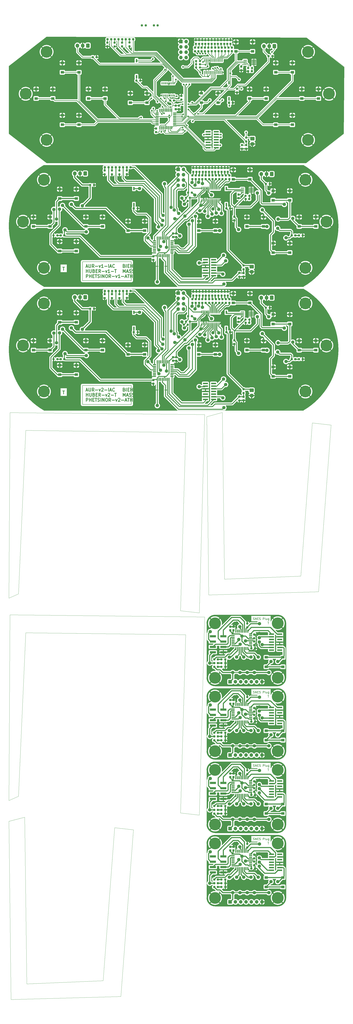
<source format=gbr>
%TF.GenerationSoftware,KiCad,Pcbnew,7.0.6-7.0.6~ubuntu20.04.1*%
%TF.CreationDate,2023-07-11T09:29:22+02:00*%
%TF.ProjectId,output_panel2023-07-11_072908.4244690000,6f757470-7574-45f7-9061-6e656c323032,rev?*%
%TF.SameCoordinates,Original*%
%TF.FileFunction,Copper,L1,Top*%
%TF.FilePolarity,Positive*%
%FSLAX45Y45*%
G04 Gerber Fmt 4.5, Leading zero omitted, Abs format (unit mm)*
G04 Created by KiCad (PCBNEW 7.0.6-7.0.6~ubuntu20.04.1) date 2023-07-11 09:29:22*
%MOMM*%
%LPD*%
G01*
G04 APERTURE LIST*
G04 Aperture macros list*
%AMRoundRect*
0 Rectangle with rounded corners*
0 $1 Rounding radius*
0 $2 $3 $4 $5 $6 $7 $8 $9 X,Y pos of 4 corners*
0 Add a 4 corners polygon primitive as box body*
4,1,4,$2,$3,$4,$5,$6,$7,$8,$9,$2,$3,0*
0 Add four circle primitives for the rounded corners*
1,1,$1+$1,$2,$3*
1,1,$1+$1,$4,$5*
1,1,$1+$1,$6,$7*
1,1,$1+$1,$8,$9*
0 Add four rect primitives between the rounded corners*
20,1,$1+$1,$2,$3,$4,$5,0*
20,1,$1+$1,$4,$5,$6,$7,0*
20,1,$1+$1,$6,$7,$8,$9,0*
20,1,$1+$1,$8,$9,$2,$3,0*%
G04 Aperture macros list end*
%TA.AperFunction,Profile*%
%ADD10C,0.100000*%
%TD*%
%TA.AperFunction,Profile*%
%ADD11C,0.050000*%
%TD*%
%ADD12C,0.300000*%
%TA.AperFunction,NonConductor*%
%ADD13C,0.300000*%
%TD*%
%ADD14C,0.150000*%
%TA.AperFunction,NonConductor*%
%ADD15C,0.150000*%
%TD*%
%TA.AperFunction,NonConductor*%
%ADD16C,0.200000*%
%TD*%
%TA.AperFunction,SMDPad,CuDef*%
%ADD17RoundRect,0.237500X-0.237500X0.250000X-0.237500X-0.250000X0.237500X-0.250000X0.237500X0.250000X0*%
%TD*%
%TA.AperFunction,SMDPad,CuDef*%
%ADD18RoundRect,0.237500X-0.250000X-0.237500X0.250000X-0.237500X0.250000X0.237500X-0.250000X0.237500X0*%
%TD*%
%TA.AperFunction,SMDPad,CuDef*%
%ADD19RoundRect,0.237500X-0.300000X-0.237500X0.300000X-0.237500X0.300000X0.237500X-0.300000X0.237500X0*%
%TD*%
%TA.AperFunction,SMDPad,CuDef*%
%ADD20RoundRect,0.237500X-0.287500X-0.237500X0.287500X-0.237500X0.287500X0.237500X-0.287500X0.237500X0*%
%TD*%
%TA.AperFunction,SMDPad,CuDef*%
%ADD21R,1.550000X1.300000*%
%TD*%
%TA.AperFunction,ComponentPad*%
%ADD22C,5.600000*%
%TD*%
%TA.AperFunction,SMDPad,CuDef*%
%ADD23RoundRect,0.237500X-0.237500X0.300000X-0.237500X-0.300000X0.237500X-0.300000X0.237500X0.300000X0*%
%TD*%
%TA.AperFunction,SMDPad,CuDef*%
%ADD24RoundRect,0.100000X0.100000X-0.637500X0.100000X0.637500X-0.100000X0.637500X-0.100000X-0.637500X0*%
%TD*%
%TA.AperFunction,SMDPad,CuDef*%
%ADD25RoundRect,0.237500X-0.237500X0.287500X-0.237500X-0.287500X0.237500X-0.287500X0.237500X0.287500X0*%
%TD*%
%TA.AperFunction,SMDPad,CuDef*%
%ADD26R,0.760000X1.600000*%
%TD*%
%TA.AperFunction,SMDPad,CuDef*%
%ADD27RoundRect,0.237500X0.237500X-0.250000X0.237500X0.250000X-0.237500X0.250000X-0.237500X-0.250000X0*%
%TD*%
%TA.AperFunction,SMDPad,CuDef*%
%ADD28RoundRect,0.237500X0.250000X0.237500X-0.250000X0.237500X-0.250000X-0.237500X0.250000X-0.237500X0*%
%TD*%
%TA.AperFunction,SMDPad,CuDef*%
%ADD29RoundRect,0.237500X0.237500X-0.300000X0.237500X0.300000X-0.237500X0.300000X-0.237500X-0.300000X0*%
%TD*%
%TA.AperFunction,SMDPad,CuDef*%
%ADD30R,2.400000X0.740000*%
%TD*%
%TA.AperFunction,SMDPad,CuDef*%
%ADD31RoundRect,0.237500X0.287500X0.237500X-0.287500X0.237500X-0.287500X-0.237500X0.287500X-0.237500X0*%
%TD*%
%TA.AperFunction,ComponentPad*%
%ADD32RoundRect,0.250000X0.600000X0.725000X-0.600000X0.725000X-0.600000X-0.725000X0.600000X-0.725000X0*%
%TD*%
%TA.AperFunction,ComponentPad*%
%ADD33O,1.700000X1.950000*%
%TD*%
%TA.AperFunction,ComponentPad*%
%ADD34R,1.700000X1.700000*%
%TD*%
%TA.AperFunction,ComponentPad*%
%ADD35O,1.700000X1.700000*%
%TD*%
%TA.AperFunction,SMDPad,CuDef*%
%ADD36R,3.000000X1.000000*%
%TD*%
%TA.AperFunction,SMDPad,CuDef*%
%ADD37RoundRect,0.100000X-0.712500X-0.100000X0.712500X-0.100000X0.712500X0.100000X-0.712500X0.100000X0*%
%TD*%
%TA.AperFunction,SMDPad,CuDef*%
%ADD38RoundRect,0.237500X0.300000X0.237500X-0.300000X0.237500X-0.300000X-0.237500X0.300000X-0.237500X0*%
%TD*%
%TA.AperFunction,SMDPad,CuDef*%
%ADD39RoundRect,0.125000X0.625000X0.125000X-0.625000X0.125000X-0.625000X-0.125000X0.625000X-0.125000X0*%
%TD*%
%TA.AperFunction,SMDPad,CuDef*%
%ADD40RoundRect,0.125000X0.125000X0.625000X-0.125000X0.625000X-0.125000X-0.625000X0.125000X-0.625000X0*%
%TD*%
%TA.AperFunction,SMDPad,CuDef*%
%ADD41RoundRect,0.125000X0.125000X-0.625000X0.125000X0.625000X-0.125000X0.625000X-0.125000X-0.625000X0*%
%TD*%
%TA.AperFunction,SMDPad,CuDef*%
%ADD42RoundRect,0.125000X0.625000X-0.125000X0.625000X0.125000X-0.625000X0.125000X-0.625000X-0.125000X0*%
%TD*%
%TA.AperFunction,SMDPad,CuDef*%
%ADD43R,0.400000X1.000000*%
%TD*%
%TA.AperFunction,ComponentPad*%
%ADD44RoundRect,0.250000X-0.750000X0.600000X-0.750000X-0.600000X0.750000X-0.600000X0.750000X0.600000X0*%
%TD*%
%TA.AperFunction,ComponentPad*%
%ADD45O,2.000000X1.700000*%
%TD*%
%TA.AperFunction,ViaPad*%
%ADD46C,0.800000*%
%TD*%
%TA.AperFunction,ViaPad*%
%ADD47C,1.600000*%
%TD*%
%TA.AperFunction,Conductor*%
%ADD48C,0.250000*%
%TD*%
%TA.AperFunction,Conductor*%
%ADD49C,0.400000*%
%TD*%
%TA.AperFunction,Conductor*%
%ADD50C,0.500000*%
%TD*%
%TA.AperFunction,Conductor*%
%ADD51C,0.300000*%
%TD*%
G04 APERTURE END LIST*
D10*
X13299982Y-35019691D02*
X13299982Y-37619691D01*
D11*
X4549997Y-45067694D02*
X899996Y-45217694D01*
X99999Y-17969997D02*
X9399999Y-18069997D01*
D10*
X13299982Y-28019691D02*
X13299982Y-30619691D01*
D11*
X9149999Y-37169688D02*
X8249999Y-37069688D01*
D10*
X13299982Y-38519691D02*
X13299982Y-41119691D01*
X9899982Y-27619691D02*
X12899982Y-27619691D01*
D11*
X14123822Y-17870000D02*
G75*
G03*
X14123822Y-12070000I-1674316J2900000D01*
G01*
D10*
X12899982Y-34519692D02*
G75*
G03*
X13299982Y-34119691I-2J400002D01*
G01*
D11*
X49999Y-26819997D02*
X99999Y-17969997D01*
D10*
X16070000Y-1480000D02*
X16050000Y-4670000D01*
D11*
X1723822Y-12070000D02*
G75*
G03*
X1723822Y-17870000I1674316J-2900000D01*
G01*
D10*
X9499979Y-37619691D02*
G75*
G03*
X9899982Y-38019691I400001J1D01*
G01*
X1723822Y-6170000D02*
X14123822Y-6170000D01*
X1850000Y-50000D02*
X14270000Y-90000D01*
D11*
X49996Y-37467694D02*
X149997Y-45967694D01*
D10*
X9899982Y-34619691D02*
X12899982Y-34619691D01*
D11*
X899996Y-45217694D02*
X799996Y-37267694D01*
D10*
X9899982Y-38119692D02*
G75*
G03*
X9499982Y-38519691I-2J-399998D01*
G01*
D11*
X9399999Y-27719688D02*
X9149999Y-37169688D01*
D10*
X1850000Y-6070000D02*
X50000Y-4670000D01*
X13299979Y-38519691D02*
G75*
G03*
X12899982Y-38119691I-399999J1D01*
G01*
D11*
X499999Y-26619997D02*
X49999Y-26819997D01*
D10*
X14270000Y-90000D02*
X16070000Y-1480000D01*
X1723822Y-17870000D02*
X14123822Y-17870000D01*
X13299979Y-28019691D02*
G75*
G03*
X12899982Y-27619691I-399999J1D01*
G01*
X1723822Y-11970000D02*
X14123822Y-11970000D01*
X9899982Y-31119691D02*
X12899982Y-31119691D01*
D11*
X8499999Y-28569688D02*
X849999Y-28469688D01*
X849999Y-18819997D02*
X499999Y-26619997D01*
D10*
X14250000Y-6070000D02*
X1850000Y-6070000D01*
X1723822Y-12070000D02*
X14123822Y-12070000D01*
D11*
X14123822Y-11970000D02*
G75*
G03*
X14123822Y-6170000I-1674316J2900000D01*
G01*
D10*
X9899982Y-38119691D02*
X12899982Y-38119691D01*
X13299979Y-31519691D02*
G75*
G03*
X12899982Y-31119691I-399999J1D01*
G01*
D11*
X8249999Y-27419997D02*
X8499999Y-18919997D01*
D10*
X16050000Y-4670000D02*
X14250000Y-6070000D01*
X50000Y-1450000D02*
X1850000Y-50000D01*
X13299982Y-31519691D02*
X13299982Y-34119691D01*
X9499979Y-41119691D02*
G75*
G03*
X9899982Y-41519691I400001J1D01*
G01*
D11*
X10349978Y-25918311D02*
X10249978Y-17968311D01*
X9499978Y-18168311D02*
X9599978Y-26668311D01*
D10*
X13299979Y-35019691D02*
G75*
G03*
X12899982Y-34619691I-399999J1D01*
G01*
X9499979Y-30619691D02*
G75*
G03*
X9899982Y-31019691I400001J1D01*
G01*
X12899982Y-38019691D02*
X9899982Y-38019691D01*
D11*
X8249999Y-37069688D02*
X8499999Y-28569688D01*
X499999Y-36269688D02*
X49999Y-36469688D01*
D10*
X12899982Y-41519692D02*
G75*
G03*
X13299982Y-41119691I-2J400002D01*
G01*
D11*
X14549978Y-18468311D02*
X13999978Y-25768311D01*
X5399997Y-45817694D02*
X5999996Y-37867694D01*
X14849978Y-26518311D02*
X15449978Y-18568311D01*
X15449978Y-18568311D02*
X14549978Y-18468311D01*
D10*
X9499982Y-30619691D02*
X9499982Y-28019691D01*
D11*
X9149999Y-27519997D02*
X8249999Y-27419997D01*
D10*
X9499979Y-34119691D02*
G75*
G03*
X9899982Y-34519691I400001J1D01*
G01*
D11*
X13999978Y-25768311D02*
X10349978Y-25918311D01*
D10*
X9499982Y-37619691D02*
X9499982Y-35019691D01*
X9899982Y-34619692D02*
G75*
G03*
X9499982Y-35019691I-2J-399998D01*
G01*
X9899982Y-27619692D02*
G75*
G03*
X9499982Y-28019691I-2J-399998D01*
G01*
X9499982Y-34119691D02*
X9499982Y-31519691D01*
D11*
X49999Y-36469688D02*
X99999Y-27619688D01*
X99999Y-27619688D02*
X9399999Y-27719688D01*
X149997Y-45967694D02*
X5399997Y-45817694D01*
D10*
X12899982Y-34519691D02*
X9899982Y-34519691D01*
D11*
X1723822Y-6170000D02*
G75*
G03*
X1723822Y-11970000I1674316J-2900000D01*
G01*
X849999Y-28469688D02*
X499999Y-36269688D01*
D10*
X9899982Y-31119692D02*
G75*
G03*
X9499982Y-31519691I-2J-399998D01*
G01*
X12899982Y-31019692D02*
G75*
G03*
X13299982Y-30619691I-2J400002D01*
G01*
D11*
X8499999Y-18919997D02*
X849999Y-18819997D01*
D10*
X12899982Y-41519691D02*
X9899982Y-41519691D01*
D11*
X9399999Y-18069997D02*
X9149999Y-27519997D01*
D10*
X50000Y-4670000D02*
X50000Y-1450000D01*
X12899982Y-31019691D02*
X9899982Y-31019691D01*
D11*
X5099997Y-37767694D02*
X4549997Y-45067694D01*
X799996Y-37267694D02*
X49996Y-37467694D01*
D10*
X12899982Y-38019692D02*
G75*
G03*
X13299982Y-37619691I-2J400002D01*
G01*
D11*
X5999996Y-37867694D02*
X5099997Y-37767694D01*
X9599978Y-26668311D02*
X14849978Y-26518311D01*
D10*
X9499982Y-41119691D02*
X9499982Y-38519691D01*
D11*
X10249978Y-17968311D02*
X9499978Y-18168311D01*
D12*
D13*
X2620845Y-11038083D02*
X2706559Y-11038083D01*
X2663702Y-11188082D02*
X2663702Y-11038083D01*
D14*
D15*
X11728898Y-38351911D02*
X11743183Y-38356673D01*
X11743183Y-38356673D02*
X11766993Y-38356673D01*
X11766993Y-38356673D02*
X11776517Y-38351911D01*
X11776517Y-38351911D02*
X11781279Y-38347149D01*
X11781279Y-38347149D02*
X11786040Y-38337625D01*
X11786040Y-38337625D02*
X11786040Y-38328101D01*
X11786040Y-38328101D02*
X11781279Y-38318578D01*
X11781279Y-38318578D02*
X11776517Y-38313816D01*
X11776517Y-38313816D02*
X11766993Y-38309054D01*
X11766993Y-38309054D02*
X11747945Y-38304292D01*
X11747945Y-38304292D02*
X11738421Y-38299530D01*
X11738421Y-38299530D02*
X11733660Y-38294768D01*
X11733660Y-38294768D02*
X11728898Y-38285244D01*
X11728898Y-38285244D02*
X11728898Y-38275721D01*
X11728898Y-38275721D02*
X11733660Y-38266197D01*
X11733660Y-38266197D02*
X11738421Y-38261435D01*
X11738421Y-38261435D02*
X11747945Y-38256673D01*
X11747945Y-38256673D02*
X11771755Y-38256673D01*
X11771755Y-38256673D02*
X11786040Y-38261435D01*
X11828898Y-38356673D02*
X11828898Y-38256673D01*
X11828898Y-38256673D02*
X11886040Y-38356673D01*
X11886040Y-38356673D02*
X11886040Y-38256673D01*
X11933660Y-38304292D02*
X11966993Y-38304292D01*
X11981279Y-38356673D02*
X11933660Y-38356673D01*
X11933660Y-38356673D02*
X11933660Y-38256673D01*
X11933660Y-38256673D02*
X11981279Y-38256673D01*
X12019374Y-38351911D02*
X12033660Y-38356673D01*
X12033660Y-38356673D02*
X12057469Y-38356673D01*
X12057469Y-38356673D02*
X12066993Y-38351911D01*
X12066993Y-38351911D02*
X12071755Y-38347149D01*
X12071755Y-38347149D02*
X12076517Y-38337625D01*
X12076517Y-38337625D02*
X12076517Y-38328101D01*
X12076517Y-38328101D02*
X12071755Y-38318578D01*
X12071755Y-38318578D02*
X12066993Y-38313816D01*
X12066993Y-38313816D02*
X12057469Y-38309054D01*
X12057469Y-38309054D02*
X12038421Y-38304292D01*
X12038421Y-38304292D02*
X12028898Y-38299530D01*
X12028898Y-38299530D02*
X12024136Y-38294768D01*
X12024136Y-38294768D02*
X12019374Y-38285244D01*
X12019374Y-38285244D02*
X12019374Y-38275721D01*
X12019374Y-38275721D02*
X12024136Y-38266197D01*
X12024136Y-38266197D02*
X12028898Y-38261435D01*
X12028898Y-38261435D02*
X12038421Y-38256673D01*
X12038421Y-38256673D02*
X12062231Y-38256673D01*
X12062231Y-38256673D02*
X12076517Y-38261435D01*
X12195564Y-38356673D02*
X12195564Y-38256673D01*
X12195564Y-38256673D02*
X12233660Y-38256673D01*
X12233660Y-38256673D02*
X12243183Y-38261435D01*
X12243183Y-38261435D02*
X12247945Y-38266197D01*
X12247945Y-38266197D02*
X12252707Y-38275721D01*
X12252707Y-38275721D02*
X12252707Y-38290006D01*
X12252707Y-38290006D02*
X12247945Y-38299530D01*
X12247945Y-38299530D02*
X12243183Y-38304292D01*
X12243183Y-38304292D02*
X12233660Y-38309054D01*
X12233660Y-38309054D02*
X12195564Y-38309054D01*
X12309850Y-38356673D02*
X12300326Y-38351911D01*
X12300326Y-38351911D02*
X12295564Y-38342387D01*
X12295564Y-38342387D02*
X12295564Y-38256673D01*
X12390802Y-38290006D02*
X12390802Y-38356673D01*
X12347945Y-38290006D02*
X12347945Y-38342387D01*
X12347945Y-38342387D02*
X12352707Y-38351911D01*
X12352707Y-38351911D02*
X12362231Y-38356673D01*
X12362231Y-38356673D02*
X12376517Y-38356673D01*
X12376517Y-38356673D02*
X12386041Y-38351911D01*
X12386041Y-38351911D02*
X12390802Y-38347149D01*
X12481279Y-38290006D02*
X12481279Y-38370959D01*
X12481279Y-38370959D02*
X12476517Y-38380482D01*
X12476517Y-38380482D02*
X12471755Y-38385244D01*
X12471755Y-38385244D02*
X12462231Y-38390006D01*
X12462231Y-38390006D02*
X12447945Y-38390006D01*
X12447945Y-38390006D02*
X12438422Y-38385244D01*
X12481279Y-38351911D02*
X12471755Y-38356673D01*
X12471755Y-38356673D02*
X12452707Y-38356673D01*
X12452707Y-38356673D02*
X12443183Y-38351911D01*
X12443183Y-38351911D02*
X12438422Y-38347149D01*
X12438422Y-38347149D02*
X12433660Y-38337625D01*
X12433660Y-38337625D02*
X12433660Y-38309054D01*
X12433660Y-38309054D02*
X12438422Y-38299530D01*
X12438422Y-38299530D02*
X12443183Y-38294768D01*
X12443183Y-38294768D02*
X12452707Y-38290006D01*
X12452707Y-38290006D02*
X12471755Y-38290006D01*
X12471755Y-38290006D02*
X12481279Y-38294768D01*
D12*
D13*
X2620845Y-16938083D02*
X2706559Y-16938083D01*
X2663702Y-17088083D02*
X2663702Y-16938083D01*
D14*
D15*
X12419374Y-31456673D02*
X12476517Y-31456673D01*
X12447945Y-31556673D02*
X12447945Y-31456673D01*
D14*
D15*
X12419374Y-38456673D02*
X12476517Y-38456673D01*
X12447945Y-38556673D02*
X12447945Y-38456673D01*
D14*
D15*
X11728898Y-27851911D02*
X11743183Y-27856673D01*
X11743183Y-27856673D02*
X11766993Y-27856673D01*
X11766993Y-27856673D02*
X11776517Y-27851911D01*
X11776517Y-27851911D02*
X11781279Y-27847149D01*
X11781279Y-27847149D02*
X11786040Y-27837625D01*
X11786040Y-27837625D02*
X11786040Y-27828101D01*
X11786040Y-27828101D02*
X11781279Y-27818578D01*
X11781279Y-27818578D02*
X11776517Y-27813816D01*
X11776517Y-27813816D02*
X11766993Y-27809054D01*
X11766993Y-27809054D02*
X11747945Y-27804292D01*
X11747945Y-27804292D02*
X11738421Y-27799530D01*
X11738421Y-27799530D02*
X11733660Y-27794768D01*
X11733660Y-27794768D02*
X11728898Y-27785244D01*
X11728898Y-27785244D02*
X11728898Y-27775720D01*
X11728898Y-27775720D02*
X11733660Y-27766197D01*
X11733660Y-27766197D02*
X11738421Y-27761435D01*
X11738421Y-27761435D02*
X11747945Y-27756673D01*
X11747945Y-27756673D02*
X11771755Y-27756673D01*
X11771755Y-27756673D02*
X11786040Y-27761435D01*
X11828898Y-27856673D02*
X11828898Y-27756673D01*
X11828898Y-27756673D02*
X11886040Y-27856673D01*
X11886040Y-27856673D02*
X11886040Y-27756673D01*
X11933660Y-27804292D02*
X11966993Y-27804292D01*
X11981279Y-27856673D02*
X11933660Y-27856673D01*
X11933660Y-27856673D02*
X11933660Y-27756673D01*
X11933660Y-27756673D02*
X11981279Y-27756673D01*
X12019374Y-27851911D02*
X12033660Y-27856673D01*
X12033660Y-27856673D02*
X12057469Y-27856673D01*
X12057469Y-27856673D02*
X12066993Y-27851911D01*
X12066993Y-27851911D02*
X12071755Y-27847149D01*
X12071755Y-27847149D02*
X12076517Y-27837625D01*
X12076517Y-27837625D02*
X12076517Y-27828101D01*
X12076517Y-27828101D02*
X12071755Y-27818578D01*
X12071755Y-27818578D02*
X12066993Y-27813816D01*
X12066993Y-27813816D02*
X12057469Y-27809054D01*
X12057469Y-27809054D02*
X12038421Y-27804292D01*
X12038421Y-27804292D02*
X12028898Y-27799530D01*
X12028898Y-27799530D02*
X12024136Y-27794768D01*
X12024136Y-27794768D02*
X12019374Y-27785244D01*
X12019374Y-27785244D02*
X12019374Y-27775720D01*
X12019374Y-27775720D02*
X12024136Y-27766197D01*
X12024136Y-27766197D02*
X12028898Y-27761435D01*
X12028898Y-27761435D02*
X12038421Y-27756673D01*
X12038421Y-27756673D02*
X12062231Y-27756673D01*
X12062231Y-27756673D02*
X12076517Y-27761435D01*
X12195564Y-27856673D02*
X12195564Y-27756673D01*
X12195564Y-27756673D02*
X12233660Y-27756673D01*
X12233660Y-27756673D02*
X12243183Y-27761435D01*
X12243183Y-27761435D02*
X12247945Y-27766197D01*
X12247945Y-27766197D02*
X12252707Y-27775720D01*
X12252707Y-27775720D02*
X12252707Y-27790006D01*
X12252707Y-27790006D02*
X12247945Y-27799530D01*
X12247945Y-27799530D02*
X12243183Y-27804292D01*
X12243183Y-27804292D02*
X12233660Y-27809054D01*
X12233660Y-27809054D02*
X12195564Y-27809054D01*
X12309850Y-27856673D02*
X12300326Y-27851911D01*
X12300326Y-27851911D02*
X12295564Y-27842387D01*
X12295564Y-27842387D02*
X12295564Y-27756673D01*
X12390802Y-27790006D02*
X12390802Y-27856673D01*
X12347945Y-27790006D02*
X12347945Y-27842387D01*
X12347945Y-27842387D02*
X12352707Y-27851911D01*
X12352707Y-27851911D02*
X12362231Y-27856673D01*
X12362231Y-27856673D02*
X12376517Y-27856673D01*
X12376517Y-27856673D02*
X12386041Y-27851911D01*
X12386041Y-27851911D02*
X12390802Y-27847149D01*
X12481279Y-27790006D02*
X12481279Y-27870959D01*
X12481279Y-27870959D02*
X12476517Y-27880482D01*
X12476517Y-27880482D02*
X12471755Y-27885244D01*
X12471755Y-27885244D02*
X12462231Y-27890006D01*
X12462231Y-27890006D02*
X12447945Y-27890006D01*
X12447945Y-27890006D02*
X12438422Y-27885244D01*
X12481279Y-27851911D02*
X12471755Y-27856673D01*
X12471755Y-27856673D02*
X12452707Y-27856673D01*
X12452707Y-27856673D02*
X12443183Y-27851911D01*
X12443183Y-27851911D02*
X12438422Y-27847149D01*
X12438422Y-27847149D02*
X12433660Y-27837625D01*
X12433660Y-27837625D02*
X12433660Y-27809054D01*
X12433660Y-27809054D02*
X12438422Y-27799530D01*
X12438422Y-27799530D02*
X12443183Y-27794768D01*
X12443183Y-27794768D02*
X12452707Y-27790006D01*
X12452707Y-27790006D02*
X12471755Y-27790006D01*
X12471755Y-27790006D02*
X12481279Y-27794768D01*
D14*
D15*
X11728898Y-34851911D02*
X11743183Y-34856673D01*
X11743183Y-34856673D02*
X11766993Y-34856673D01*
X11766993Y-34856673D02*
X11776517Y-34851911D01*
X11776517Y-34851911D02*
X11781279Y-34847149D01*
X11781279Y-34847149D02*
X11786040Y-34837625D01*
X11786040Y-34837625D02*
X11786040Y-34828101D01*
X11786040Y-34828101D02*
X11781279Y-34818578D01*
X11781279Y-34818578D02*
X11776517Y-34813816D01*
X11776517Y-34813816D02*
X11766993Y-34809054D01*
X11766993Y-34809054D02*
X11747945Y-34804292D01*
X11747945Y-34804292D02*
X11738421Y-34799530D01*
X11738421Y-34799530D02*
X11733660Y-34794768D01*
X11733660Y-34794768D02*
X11728898Y-34785244D01*
X11728898Y-34785244D02*
X11728898Y-34775721D01*
X11728898Y-34775721D02*
X11733660Y-34766197D01*
X11733660Y-34766197D02*
X11738421Y-34761435D01*
X11738421Y-34761435D02*
X11747945Y-34756673D01*
X11747945Y-34756673D02*
X11771755Y-34756673D01*
X11771755Y-34756673D02*
X11786040Y-34761435D01*
X11828898Y-34856673D02*
X11828898Y-34756673D01*
X11828898Y-34756673D02*
X11886040Y-34856673D01*
X11886040Y-34856673D02*
X11886040Y-34756673D01*
X11933660Y-34804292D02*
X11966993Y-34804292D01*
X11981279Y-34856673D02*
X11933660Y-34856673D01*
X11933660Y-34856673D02*
X11933660Y-34756673D01*
X11933660Y-34756673D02*
X11981279Y-34756673D01*
X12019374Y-34851911D02*
X12033660Y-34856673D01*
X12033660Y-34856673D02*
X12057469Y-34856673D01*
X12057469Y-34856673D02*
X12066993Y-34851911D01*
X12066993Y-34851911D02*
X12071755Y-34847149D01*
X12071755Y-34847149D02*
X12076517Y-34837625D01*
X12076517Y-34837625D02*
X12076517Y-34828101D01*
X12076517Y-34828101D02*
X12071755Y-34818578D01*
X12071755Y-34818578D02*
X12066993Y-34813816D01*
X12066993Y-34813816D02*
X12057469Y-34809054D01*
X12057469Y-34809054D02*
X12038421Y-34804292D01*
X12038421Y-34804292D02*
X12028898Y-34799530D01*
X12028898Y-34799530D02*
X12024136Y-34794768D01*
X12024136Y-34794768D02*
X12019374Y-34785244D01*
X12019374Y-34785244D02*
X12019374Y-34775721D01*
X12019374Y-34775721D02*
X12024136Y-34766197D01*
X12024136Y-34766197D02*
X12028898Y-34761435D01*
X12028898Y-34761435D02*
X12038421Y-34756673D01*
X12038421Y-34756673D02*
X12062231Y-34756673D01*
X12062231Y-34756673D02*
X12076517Y-34761435D01*
X12195564Y-34856673D02*
X12195564Y-34756673D01*
X12195564Y-34756673D02*
X12233660Y-34756673D01*
X12233660Y-34756673D02*
X12243183Y-34761435D01*
X12243183Y-34761435D02*
X12247945Y-34766197D01*
X12247945Y-34766197D02*
X12252707Y-34775721D01*
X12252707Y-34775721D02*
X12252707Y-34790006D01*
X12252707Y-34790006D02*
X12247945Y-34799530D01*
X12247945Y-34799530D02*
X12243183Y-34804292D01*
X12243183Y-34804292D02*
X12233660Y-34809054D01*
X12233660Y-34809054D02*
X12195564Y-34809054D01*
X12309850Y-34856673D02*
X12300326Y-34851911D01*
X12300326Y-34851911D02*
X12295564Y-34842387D01*
X12295564Y-34842387D02*
X12295564Y-34756673D01*
X12390802Y-34790006D02*
X12390802Y-34856673D01*
X12347945Y-34790006D02*
X12347945Y-34842387D01*
X12347945Y-34842387D02*
X12352707Y-34851911D01*
X12352707Y-34851911D02*
X12362231Y-34856673D01*
X12362231Y-34856673D02*
X12376517Y-34856673D01*
X12376517Y-34856673D02*
X12386041Y-34851911D01*
X12386041Y-34851911D02*
X12390802Y-34847149D01*
X12481279Y-34790006D02*
X12481279Y-34870959D01*
X12481279Y-34870959D02*
X12476517Y-34880482D01*
X12476517Y-34880482D02*
X12471755Y-34885244D01*
X12471755Y-34885244D02*
X12462231Y-34890006D01*
X12462231Y-34890006D02*
X12447945Y-34890006D01*
X12447945Y-34890006D02*
X12438422Y-34885244D01*
X12481279Y-34851911D02*
X12471755Y-34856673D01*
X12471755Y-34856673D02*
X12452707Y-34856673D01*
X12452707Y-34856673D02*
X12443183Y-34851911D01*
X12443183Y-34851911D02*
X12438422Y-34847149D01*
X12438422Y-34847149D02*
X12433660Y-34837625D01*
X12433660Y-34837625D02*
X12433660Y-34809054D01*
X12433660Y-34809054D02*
X12438422Y-34799530D01*
X12438422Y-34799530D02*
X12443183Y-34794768D01*
X12443183Y-34794768D02*
X12452707Y-34790006D01*
X12452707Y-34790006D02*
X12471755Y-34790006D01*
X12471755Y-34790006D02*
X12481279Y-34794768D01*
D14*
D15*
X12419374Y-27956673D02*
X12476517Y-27956673D01*
X12447945Y-28056673D02*
X12447945Y-27956673D01*
D14*
D15*
X12419374Y-34956673D02*
X12476517Y-34956673D01*
X12447945Y-35056673D02*
X12447945Y-34956673D01*
D14*
D15*
X11728898Y-31351911D02*
X11743183Y-31356673D01*
X11743183Y-31356673D02*
X11766993Y-31356673D01*
X11766993Y-31356673D02*
X11776517Y-31351911D01*
X11776517Y-31351911D02*
X11781279Y-31347149D01*
X11781279Y-31347149D02*
X11786040Y-31337625D01*
X11786040Y-31337625D02*
X11786040Y-31328101D01*
X11786040Y-31328101D02*
X11781279Y-31318578D01*
X11781279Y-31318578D02*
X11776517Y-31313816D01*
X11776517Y-31313816D02*
X11766993Y-31309054D01*
X11766993Y-31309054D02*
X11747945Y-31304292D01*
X11747945Y-31304292D02*
X11738421Y-31299530D01*
X11738421Y-31299530D02*
X11733660Y-31294768D01*
X11733660Y-31294768D02*
X11728898Y-31285244D01*
X11728898Y-31285244D02*
X11728898Y-31275720D01*
X11728898Y-31275720D02*
X11733660Y-31266197D01*
X11733660Y-31266197D02*
X11738421Y-31261435D01*
X11738421Y-31261435D02*
X11747945Y-31256673D01*
X11747945Y-31256673D02*
X11771755Y-31256673D01*
X11771755Y-31256673D02*
X11786040Y-31261435D01*
X11828898Y-31356673D02*
X11828898Y-31256673D01*
X11828898Y-31256673D02*
X11886040Y-31356673D01*
X11886040Y-31356673D02*
X11886040Y-31256673D01*
X11933660Y-31304292D02*
X11966993Y-31304292D01*
X11981279Y-31356673D02*
X11933660Y-31356673D01*
X11933660Y-31356673D02*
X11933660Y-31256673D01*
X11933660Y-31256673D02*
X11981279Y-31256673D01*
X12019374Y-31351911D02*
X12033660Y-31356673D01*
X12033660Y-31356673D02*
X12057469Y-31356673D01*
X12057469Y-31356673D02*
X12066993Y-31351911D01*
X12066993Y-31351911D02*
X12071755Y-31347149D01*
X12071755Y-31347149D02*
X12076517Y-31337625D01*
X12076517Y-31337625D02*
X12076517Y-31328101D01*
X12076517Y-31328101D02*
X12071755Y-31318578D01*
X12071755Y-31318578D02*
X12066993Y-31313816D01*
X12066993Y-31313816D02*
X12057469Y-31309054D01*
X12057469Y-31309054D02*
X12038421Y-31304292D01*
X12038421Y-31304292D02*
X12028898Y-31299530D01*
X12028898Y-31299530D02*
X12024136Y-31294768D01*
X12024136Y-31294768D02*
X12019374Y-31285244D01*
X12019374Y-31285244D02*
X12019374Y-31275720D01*
X12019374Y-31275720D02*
X12024136Y-31266197D01*
X12024136Y-31266197D02*
X12028898Y-31261435D01*
X12028898Y-31261435D02*
X12038421Y-31256673D01*
X12038421Y-31256673D02*
X12062231Y-31256673D01*
X12062231Y-31256673D02*
X12076517Y-31261435D01*
X12195564Y-31356673D02*
X12195564Y-31256673D01*
X12195564Y-31256673D02*
X12233660Y-31256673D01*
X12233660Y-31256673D02*
X12243183Y-31261435D01*
X12243183Y-31261435D02*
X12247945Y-31266197D01*
X12247945Y-31266197D02*
X12252707Y-31275720D01*
X12252707Y-31275720D02*
X12252707Y-31290006D01*
X12252707Y-31290006D02*
X12247945Y-31299530D01*
X12247945Y-31299530D02*
X12243183Y-31304292D01*
X12243183Y-31304292D02*
X12233660Y-31309054D01*
X12233660Y-31309054D02*
X12195564Y-31309054D01*
X12309850Y-31356673D02*
X12300326Y-31351911D01*
X12300326Y-31351911D02*
X12295564Y-31342387D01*
X12295564Y-31342387D02*
X12295564Y-31256673D01*
X12390802Y-31290006D02*
X12390802Y-31356673D01*
X12347945Y-31290006D02*
X12347945Y-31342387D01*
X12347945Y-31342387D02*
X12352707Y-31351911D01*
X12352707Y-31351911D02*
X12362231Y-31356673D01*
X12362231Y-31356673D02*
X12376517Y-31356673D01*
X12376517Y-31356673D02*
X12386041Y-31351911D01*
X12386041Y-31351911D02*
X12390802Y-31347149D01*
X12481279Y-31290006D02*
X12481279Y-31370959D01*
X12481279Y-31370959D02*
X12476517Y-31380482D01*
X12476517Y-31380482D02*
X12471755Y-31385244D01*
X12471755Y-31385244D02*
X12462231Y-31390006D01*
X12462231Y-31390006D02*
X12447945Y-31390006D01*
X12447945Y-31390006D02*
X12438422Y-31385244D01*
X12481279Y-31351911D02*
X12471755Y-31356673D01*
X12471755Y-31356673D02*
X12452707Y-31356673D01*
X12452707Y-31356673D02*
X12443183Y-31351911D01*
X12443183Y-31351911D02*
X12438422Y-31347149D01*
X12438422Y-31347149D02*
X12433660Y-31337625D01*
X12433660Y-31337625D02*
X12433660Y-31309054D01*
X12433660Y-31309054D02*
X12438422Y-31299530D01*
X12438422Y-31299530D02*
X12443183Y-31294768D01*
X12443183Y-31294768D02*
X12452707Y-31290006D01*
X12452707Y-31290006D02*
X12471755Y-31290006D01*
X12471755Y-31290006D02*
X12481279Y-31294768D01*
D12*
D13*
X3739630Y-16915225D02*
X3811059Y-16915225D01*
X3725345Y-16958083D02*
X3775345Y-16808083D01*
X3775345Y-16808083D02*
X3825345Y-16958083D01*
X3875345Y-16808083D02*
X3875345Y-16929511D01*
X3875345Y-16929511D02*
X3882487Y-16943797D01*
X3882487Y-16943797D02*
X3889630Y-16950940D01*
X3889630Y-16950940D02*
X3903916Y-16958083D01*
X3903916Y-16958083D02*
X3932487Y-16958083D01*
X3932487Y-16958083D02*
X3946773Y-16950940D01*
X3946773Y-16950940D02*
X3953916Y-16943797D01*
X3953916Y-16943797D02*
X3961059Y-16929511D01*
X3961059Y-16929511D02*
X3961059Y-16808083D01*
X4118202Y-16958083D02*
X4068202Y-16886654D01*
X4032487Y-16958083D02*
X4032487Y-16808083D01*
X4032487Y-16808083D02*
X4089630Y-16808083D01*
X4089630Y-16808083D02*
X4103916Y-16815225D01*
X4103916Y-16815225D02*
X4111059Y-16822368D01*
X4111059Y-16822368D02*
X4118202Y-16836654D01*
X4118202Y-16836654D02*
X4118202Y-16858083D01*
X4118202Y-16858083D02*
X4111059Y-16872368D01*
X4111059Y-16872368D02*
X4103916Y-16879511D01*
X4103916Y-16879511D02*
X4089630Y-16886654D01*
X4089630Y-16886654D02*
X4032487Y-16886654D01*
X4182487Y-16900940D02*
X4296773Y-16900940D01*
X4353916Y-16858083D02*
X4389630Y-16958083D01*
X4389630Y-16958083D02*
X4425345Y-16858083D01*
X4475345Y-16822368D02*
X4482488Y-16815225D01*
X4482488Y-16815225D02*
X4496773Y-16808083D01*
X4496773Y-16808083D02*
X4532488Y-16808083D01*
X4532488Y-16808083D02*
X4546773Y-16815225D01*
X4546773Y-16815225D02*
X4553916Y-16822368D01*
X4553916Y-16822368D02*
X4561059Y-16836654D01*
X4561059Y-16836654D02*
X4561059Y-16850940D01*
X4561059Y-16850940D02*
X4553916Y-16872368D01*
X4553916Y-16872368D02*
X4468202Y-16958083D01*
X4468202Y-16958083D02*
X4561059Y-16958083D01*
X4625345Y-16900940D02*
X4739630Y-16900940D01*
X4811059Y-16958083D02*
X4811059Y-16808083D01*
X4875345Y-16915225D02*
X4946773Y-16915225D01*
X4861059Y-16958083D02*
X4911059Y-16808083D01*
X4911059Y-16808083D02*
X4961059Y-16958083D01*
X5096773Y-16943797D02*
X5089630Y-16950940D01*
X5089630Y-16950940D02*
X5068202Y-16958083D01*
X5068202Y-16958083D02*
X5053916Y-16958083D01*
X5053916Y-16958083D02*
X5032488Y-16950940D01*
X5032488Y-16950940D02*
X5018202Y-16936654D01*
X5018202Y-16936654D02*
X5011059Y-16922368D01*
X5011059Y-16922368D02*
X5003916Y-16893797D01*
X5003916Y-16893797D02*
X5003916Y-16872368D01*
X5003916Y-16872368D02*
X5011059Y-16843797D01*
X5011059Y-16843797D02*
X5018202Y-16829511D01*
X5018202Y-16829511D02*
X5032488Y-16815225D01*
X5032488Y-16815225D02*
X5053916Y-16808083D01*
X5053916Y-16808083D02*
X5068202Y-16808083D01*
X5068202Y-16808083D02*
X5089630Y-16815225D01*
X5089630Y-16815225D02*
X5096773Y-16822368D01*
X5561059Y-16879511D02*
X5582488Y-16886654D01*
X5582488Y-16886654D02*
X5589630Y-16893797D01*
X5589630Y-16893797D02*
X5596773Y-16908083D01*
X5596773Y-16908083D02*
X5596773Y-16929511D01*
X5596773Y-16929511D02*
X5589630Y-16943797D01*
X5589630Y-16943797D02*
X5582488Y-16950940D01*
X5582488Y-16950940D02*
X5568202Y-16958083D01*
X5568202Y-16958083D02*
X5511059Y-16958083D01*
X5511059Y-16958083D02*
X5511059Y-16808083D01*
X5511059Y-16808083D02*
X5561059Y-16808083D01*
X5561059Y-16808083D02*
X5575345Y-16815225D01*
X5575345Y-16815225D02*
X5582488Y-16822368D01*
X5582488Y-16822368D02*
X5589630Y-16836654D01*
X5589630Y-16836654D02*
X5589630Y-16850940D01*
X5589630Y-16850940D02*
X5582488Y-16865225D01*
X5582488Y-16865225D02*
X5575345Y-16872368D01*
X5575345Y-16872368D02*
X5561059Y-16879511D01*
X5561059Y-16879511D02*
X5511059Y-16879511D01*
X5661059Y-16958083D02*
X5661059Y-16808083D01*
X5732487Y-16879511D02*
X5782487Y-16879511D01*
X5803916Y-16958083D02*
X5732487Y-16958083D01*
X5732487Y-16958083D02*
X5732487Y-16808083D01*
X5732487Y-16808083D02*
X5803916Y-16808083D01*
X5868202Y-16958083D02*
X5868202Y-16808083D01*
X5868202Y-16879511D02*
X5953916Y-16879511D01*
X5953916Y-16958083D02*
X5953916Y-16808083D01*
X6096773Y-16958083D02*
X6025345Y-16958083D01*
X6025345Y-16958083D02*
X6025345Y-16808083D01*
X6146773Y-16900940D02*
X6261059Y-16900940D01*
X6318202Y-16858083D02*
X6353916Y-16958083D01*
X6353916Y-16958083D02*
X6389630Y-16858083D01*
X6439630Y-16822368D02*
X6446773Y-16815225D01*
X6446773Y-16815225D02*
X6461059Y-16808083D01*
X6461059Y-16808083D02*
X6496773Y-16808083D01*
X6496773Y-16808083D02*
X6511059Y-16815225D01*
X6511059Y-16815225D02*
X6518202Y-16822368D01*
X6518202Y-16822368D02*
X6525345Y-16836654D01*
X6525345Y-16836654D02*
X6525345Y-16850940D01*
X6525345Y-16850940D02*
X6518202Y-16872368D01*
X6518202Y-16872368D02*
X6432488Y-16958083D01*
X6432488Y-16958083D02*
X6525345Y-16958083D01*
X6589630Y-16900940D02*
X6703916Y-16900940D01*
X6775345Y-16879511D02*
X6825345Y-16879511D01*
X6846773Y-16958083D02*
X6775345Y-16958083D01*
X6775345Y-16958083D02*
X6775345Y-16808083D01*
X6775345Y-16808083D02*
X6846773Y-16808083D01*
X6996773Y-16958083D02*
X6946773Y-16886654D01*
X6911059Y-16958083D02*
X6911059Y-16808083D01*
X6911059Y-16808083D02*
X6968202Y-16808083D01*
X6968202Y-16808083D02*
X6982488Y-16815225D01*
X6982488Y-16815225D02*
X6989630Y-16822368D01*
X6989630Y-16822368D02*
X6996773Y-16836654D01*
X6996773Y-16836654D02*
X6996773Y-16858083D01*
X6996773Y-16858083D02*
X6989630Y-16872368D01*
X6989630Y-16872368D02*
X6982488Y-16879511D01*
X6982488Y-16879511D02*
X6968202Y-16886654D01*
X6968202Y-16886654D02*
X6911059Y-16886654D01*
X7061059Y-16900940D02*
X7175345Y-16900940D01*
X7232488Y-16858083D02*
X7268202Y-16958083D01*
X7268202Y-16958083D02*
X7303916Y-16858083D01*
X7353916Y-16822368D02*
X7361059Y-16815225D01*
X7361059Y-16815225D02*
X7375345Y-16808083D01*
X7375345Y-16808083D02*
X7411059Y-16808083D01*
X7411059Y-16808083D02*
X7425345Y-16815225D01*
X7425345Y-16815225D02*
X7432488Y-16822368D01*
X7432488Y-16822368D02*
X7439630Y-16836654D01*
X7439630Y-16836654D02*
X7439630Y-16850940D01*
X7439630Y-16850940D02*
X7432488Y-16872368D01*
X7432488Y-16872368D02*
X7346773Y-16958083D01*
X7346773Y-16958083D02*
X7439630Y-16958083D01*
X7503916Y-16900940D02*
X7618202Y-16900940D01*
X3746773Y-17199583D02*
X3746773Y-17049583D01*
X3746773Y-17121011D02*
X3832487Y-17121011D01*
X3832487Y-17199583D02*
X3832487Y-17049583D01*
X3903916Y-17049583D02*
X3903916Y-17171011D01*
X3903916Y-17171011D02*
X3911059Y-17185297D01*
X3911059Y-17185297D02*
X3918202Y-17192440D01*
X3918202Y-17192440D02*
X3932488Y-17199583D01*
X3932488Y-17199583D02*
X3961059Y-17199583D01*
X3961059Y-17199583D02*
X3975345Y-17192440D01*
X3975345Y-17192440D02*
X3982488Y-17185297D01*
X3982488Y-17185297D02*
X3989630Y-17171011D01*
X3989630Y-17171011D02*
X3989630Y-17049583D01*
X4111059Y-17121011D02*
X4132488Y-17128154D01*
X4132488Y-17128154D02*
X4139630Y-17135297D01*
X4139630Y-17135297D02*
X4146773Y-17149583D01*
X4146773Y-17149583D02*
X4146773Y-17171011D01*
X4146773Y-17171011D02*
X4139630Y-17185297D01*
X4139630Y-17185297D02*
X4132488Y-17192440D01*
X4132488Y-17192440D02*
X4118202Y-17199583D01*
X4118202Y-17199583D02*
X4061059Y-17199583D01*
X4061059Y-17199583D02*
X4061059Y-17049583D01*
X4061059Y-17049583D02*
X4111059Y-17049583D01*
X4111059Y-17049583D02*
X4125345Y-17056725D01*
X4125345Y-17056725D02*
X4132488Y-17063868D01*
X4132488Y-17063868D02*
X4139630Y-17078154D01*
X4139630Y-17078154D02*
X4139630Y-17092440D01*
X4139630Y-17092440D02*
X4132488Y-17106725D01*
X4132488Y-17106725D02*
X4125345Y-17113868D01*
X4125345Y-17113868D02*
X4111059Y-17121011D01*
X4111059Y-17121011D02*
X4061059Y-17121011D01*
X4211059Y-17121011D02*
X4261059Y-17121011D01*
X4282488Y-17199583D02*
X4211059Y-17199583D01*
X4211059Y-17199583D02*
X4211059Y-17049583D01*
X4211059Y-17049583D02*
X4282488Y-17049583D01*
X4432488Y-17199583D02*
X4382488Y-17128154D01*
X4346773Y-17199583D02*
X4346773Y-17049583D01*
X4346773Y-17049583D02*
X4403916Y-17049583D01*
X4403916Y-17049583D02*
X4418202Y-17056725D01*
X4418202Y-17056725D02*
X4425345Y-17063868D01*
X4425345Y-17063868D02*
X4432488Y-17078154D01*
X4432488Y-17078154D02*
X4432488Y-17099583D01*
X4432488Y-17099583D02*
X4425345Y-17113868D01*
X4425345Y-17113868D02*
X4418202Y-17121011D01*
X4418202Y-17121011D02*
X4403916Y-17128154D01*
X4403916Y-17128154D02*
X4346773Y-17128154D01*
X4496773Y-17142440D02*
X4611059Y-17142440D01*
X4668202Y-17099583D02*
X4703916Y-17199583D01*
X4703916Y-17199583D02*
X4739631Y-17099583D01*
X4789631Y-17063868D02*
X4796773Y-17056725D01*
X4796773Y-17056725D02*
X4811059Y-17049583D01*
X4811059Y-17049583D02*
X4846773Y-17049583D01*
X4846773Y-17049583D02*
X4861059Y-17056725D01*
X4861059Y-17056725D02*
X4868202Y-17063868D01*
X4868202Y-17063868D02*
X4875345Y-17078154D01*
X4875345Y-17078154D02*
X4875345Y-17092440D01*
X4875345Y-17092440D02*
X4868202Y-17113868D01*
X4868202Y-17113868D02*
X4782488Y-17199583D01*
X4782488Y-17199583D02*
X4875345Y-17199583D01*
X4939630Y-17142440D02*
X5053916Y-17142440D01*
X5103916Y-17049583D02*
X5189631Y-17049583D01*
X5146773Y-17199583D02*
X5146773Y-17049583D01*
X5511059Y-17199583D02*
X5511059Y-17049583D01*
X5511059Y-17049583D02*
X5561059Y-17156725D01*
X5561059Y-17156725D02*
X5611059Y-17049583D01*
X5611059Y-17049583D02*
X5611059Y-17199583D01*
X5675345Y-17156725D02*
X5746773Y-17156725D01*
X5661059Y-17199583D02*
X5711059Y-17049583D01*
X5711059Y-17049583D02*
X5761059Y-17199583D01*
X5803916Y-17192440D02*
X5825345Y-17199583D01*
X5825345Y-17199583D02*
X5861059Y-17199583D01*
X5861059Y-17199583D02*
X5875345Y-17192440D01*
X5875345Y-17192440D02*
X5882487Y-17185297D01*
X5882487Y-17185297D02*
X5889630Y-17171011D01*
X5889630Y-17171011D02*
X5889630Y-17156725D01*
X5889630Y-17156725D02*
X5882487Y-17142440D01*
X5882487Y-17142440D02*
X5875345Y-17135297D01*
X5875345Y-17135297D02*
X5861059Y-17128154D01*
X5861059Y-17128154D02*
X5832487Y-17121011D01*
X5832487Y-17121011D02*
X5818202Y-17113868D01*
X5818202Y-17113868D02*
X5811059Y-17106725D01*
X5811059Y-17106725D02*
X5803916Y-17092440D01*
X5803916Y-17092440D02*
X5803916Y-17078154D01*
X5803916Y-17078154D02*
X5811059Y-17063868D01*
X5811059Y-17063868D02*
X5818202Y-17056725D01*
X5818202Y-17056725D02*
X5832487Y-17049583D01*
X5832487Y-17049583D02*
X5868202Y-17049583D01*
X5868202Y-17049583D02*
X5889630Y-17056725D01*
X5946773Y-17192440D02*
X5968202Y-17199583D01*
X5968202Y-17199583D02*
X6003916Y-17199583D01*
X6003916Y-17199583D02*
X6018202Y-17192440D01*
X6018202Y-17192440D02*
X6025345Y-17185297D01*
X6025345Y-17185297D02*
X6032487Y-17171011D01*
X6032487Y-17171011D02*
X6032487Y-17156725D01*
X6032487Y-17156725D02*
X6025345Y-17142440D01*
X6025345Y-17142440D02*
X6018202Y-17135297D01*
X6018202Y-17135297D02*
X6003916Y-17128154D01*
X6003916Y-17128154D02*
X5975345Y-17121011D01*
X5975345Y-17121011D02*
X5961059Y-17113868D01*
X5961059Y-17113868D02*
X5953916Y-17106725D01*
X5953916Y-17106725D02*
X5946773Y-17092440D01*
X5946773Y-17092440D02*
X5946773Y-17078154D01*
X5946773Y-17078154D02*
X5953916Y-17063868D01*
X5953916Y-17063868D02*
X5961059Y-17056725D01*
X5961059Y-17056725D02*
X5975345Y-17049583D01*
X5975345Y-17049583D02*
X6011059Y-17049583D01*
X6011059Y-17049583D02*
X6032487Y-17056725D01*
X6096773Y-17199583D02*
X6096773Y-17049583D01*
X6168202Y-17199583D02*
X6168202Y-17049583D01*
X6168202Y-17049583D02*
X6253916Y-17199583D01*
X6253916Y-17199583D02*
X6253916Y-17049583D01*
X3746773Y-17441083D02*
X3746773Y-17291083D01*
X3746773Y-17291083D02*
X3803916Y-17291083D01*
X3803916Y-17291083D02*
X3818202Y-17298225D01*
X3818202Y-17298225D02*
X3825345Y-17305368D01*
X3825345Y-17305368D02*
X3832487Y-17319654D01*
X3832487Y-17319654D02*
X3832487Y-17341083D01*
X3832487Y-17341083D02*
X3825345Y-17355368D01*
X3825345Y-17355368D02*
X3818202Y-17362511D01*
X3818202Y-17362511D02*
X3803916Y-17369654D01*
X3803916Y-17369654D02*
X3746773Y-17369654D01*
X3896773Y-17441083D02*
X3896773Y-17291083D01*
X3896773Y-17362511D02*
X3982487Y-17362511D01*
X3982487Y-17441083D02*
X3982487Y-17291083D01*
X4053916Y-17362511D02*
X4103916Y-17362511D01*
X4125345Y-17441083D02*
X4053916Y-17441083D01*
X4053916Y-17441083D02*
X4053916Y-17291083D01*
X4053916Y-17291083D02*
X4125345Y-17291083D01*
X4168202Y-17291083D02*
X4253916Y-17291083D01*
X4211059Y-17441083D02*
X4211059Y-17291083D01*
X4296773Y-17433940D02*
X4318202Y-17441083D01*
X4318202Y-17441083D02*
X4353916Y-17441083D01*
X4353916Y-17441083D02*
X4368202Y-17433940D01*
X4368202Y-17433940D02*
X4375345Y-17426797D01*
X4375345Y-17426797D02*
X4382488Y-17412511D01*
X4382488Y-17412511D02*
X4382488Y-17398225D01*
X4382488Y-17398225D02*
X4375345Y-17383940D01*
X4375345Y-17383940D02*
X4368202Y-17376797D01*
X4368202Y-17376797D02*
X4353916Y-17369654D01*
X4353916Y-17369654D02*
X4325345Y-17362511D01*
X4325345Y-17362511D02*
X4311059Y-17355368D01*
X4311059Y-17355368D02*
X4303916Y-17348225D01*
X4303916Y-17348225D02*
X4296773Y-17333940D01*
X4296773Y-17333940D02*
X4296773Y-17319654D01*
X4296773Y-17319654D02*
X4303916Y-17305368D01*
X4303916Y-17305368D02*
X4311059Y-17298225D01*
X4311059Y-17298225D02*
X4325345Y-17291083D01*
X4325345Y-17291083D02*
X4361059Y-17291083D01*
X4361059Y-17291083D02*
X4382488Y-17298225D01*
X4446773Y-17441083D02*
X4446773Y-17291083D01*
X4518202Y-17441083D02*
X4518202Y-17291083D01*
X4518202Y-17291083D02*
X4603916Y-17441083D01*
X4603916Y-17441083D02*
X4603916Y-17291083D01*
X4703916Y-17291083D02*
X4732488Y-17291083D01*
X4732488Y-17291083D02*
X4746773Y-17298225D01*
X4746773Y-17298225D02*
X4761059Y-17312511D01*
X4761059Y-17312511D02*
X4768202Y-17341083D01*
X4768202Y-17341083D02*
X4768202Y-17391083D01*
X4768202Y-17391083D02*
X4761059Y-17419654D01*
X4761059Y-17419654D02*
X4746773Y-17433940D01*
X4746773Y-17433940D02*
X4732488Y-17441083D01*
X4732488Y-17441083D02*
X4703916Y-17441083D01*
X4703916Y-17441083D02*
X4689631Y-17433940D01*
X4689631Y-17433940D02*
X4675345Y-17419654D01*
X4675345Y-17419654D02*
X4668202Y-17391083D01*
X4668202Y-17391083D02*
X4668202Y-17341083D01*
X4668202Y-17341083D02*
X4675345Y-17312511D01*
X4675345Y-17312511D02*
X4689631Y-17298225D01*
X4689631Y-17298225D02*
X4703916Y-17291083D01*
X4918202Y-17441083D02*
X4868202Y-17369654D01*
X4832488Y-17441083D02*
X4832488Y-17291083D01*
X4832488Y-17291083D02*
X4889631Y-17291083D01*
X4889631Y-17291083D02*
X4903916Y-17298225D01*
X4903916Y-17298225D02*
X4911059Y-17305368D01*
X4911059Y-17305368D02*
X4918202Y-17319654D01*
X4918202Y-17319654D02*
X4918202Y-17341083D01*
X4918202Y-17341083D02*
X4911059Y-17355368D01*
X4911059Y-17355368D02*
X4903916Y-17362511D01*
X4903916Y-17362511D02*
X4889631Y-17369654D01*
X4889631Y-17369654D02*
X4832488Y-17369654D01*
X4982488Y-17383940D02*
X5096773Y-17383940D01*
X5153916Y-17341083D02*
X5189631Y-17441083D01*
X5189631Y-17441083D02*
X5225345Y-17341083D01*
X5275345Y-17305368D02*
X5282488Y-17298225D01*
X5282488Y-17298225D02*
X5296773Y-17291083D01*
X5296773Y-17291083D02*
X5332488Y-17291083D01*
X5332488Y-17291083D02*
X5346773Y-17298225D01*
X5346773Y-17298225D02*
X5353916Y-17305368D01*
X5353916Y-17305368D02*
X5361059Y-17319654D01*
X5361059Y-17319654D02*
X5361059Y-17333940D01*
X5361059Y-17333940D02*
X5353916Y-17355368D01*
X5353916Y-17355368D02*
X5268202Y-17441083D01*
X5268202Y-17441083D02*
X5361059Y-17441083D01*
X5425345Y-17383940D02*
X5539631Y-17383940D01*
X5603916Y-17398225D02*
X5675345Y-17398225D01*
X5589631Y-17441083D02*
X5639630Y-17291083D01*
X5639630Y-17291083D02*
X5689630Y-17441083D01*
X5718202Y-17291083D02*
X5803916Y-17291083D01*
X5761059Y-17441083D02*
X5761059Y-17291083D01*
X5853916Y-17441083D02*
X5853916Y-17291083D01*
X5853916Y-17362511D02*
X5939630Y-17362511D01*
X5939630Y-17441083D02*
X5939630Y-17291083D01*
D16*
X3568822Y-16680000D02*
X5900822Y-16680000D01*
X5900822Y-17581000D01*
X3568822Y-17581000D01*
X3568822Y-16680000D01*
D12*
D13*
X3739630Y-11015225D02*
X3811059Y-11015225D01*
X3725345Y-11058083D02*
X3775345Y-10908083D01*
X3775345Y-10908083D02*
X3825345Y-11058083D01*
X3875345Y-10908083D02*
X3875345Y-11029511D01*
X3875345Y-11029511D02*
X3882487Y-11043797D01*
X3882487Y-11043797D02*
X3889630Y-11050940D01*
X3889630Y-11050940D02*
X3903916Y-11058083D01*
X3903916Y-11058083D02*
X3932487Y-11058083D01*
X3932487Y-11058083D02*
X3946773Y-11050940D01*
X3946773Y-11050940D02*
X3953916Y-11043797D01*
X3953916Y-11043797D02*
X3961059Y-11029511D01*
X3961059Y-11029511D02*
X3961059Y-10908083D01*
X4118202Y-11058083D02*
X4068202Y-10986654D01*
X4032487Y-11058083D02*
X4032487Y-10908083D01*
X4032487Y-10908083D02*
X4089630Y-10908083D01*
X4089630Y-10908083D02*
X4103916Y-10915225D01*
X4103916Y-10915225D02*
X4111059Y-10922368D01*
X4111059Y-10922368D02*
X4118202Y-10936654D01*
X4118202Y-10936654D02*
X4118202Y-10958083D01*
X4118202Y-10958083D02*
X4111059Y-10972368D01*
X4111059Y-10972368D02*
X4103916Y-10979511D01*
X4103916Y-10979511D02*
X4089630Y-10986654D01*
X4089630Y-10986654D02*
X4032487Y-10986654D01*
X4182487Y-11000940D02*
X4296773Y-11000940D01*
X4353916Y-10958083D02*
X4389630Y-11058083D01*
X4389630Y-11058083D02*
X4425345Y-10958083D01*
X4561059Y-11058083D02*
X4475345Y-11058083D01*
X4518202Y-11058083D02*
X4518202Y-10908083D01*
X4518202Y-10908083D02*
X4503916Y-10929511D01*
X4503916Y-10929511D02*
X4489630Y-10943797D01*
X4489630Y-10943797D02*
X4475345Y-10950940D01*
X4625345Y-11000940D02*
X4739630Y-11000940D01*
X4811059Y-11058083D02*
X4811059Y-10908083D01*
X4875345Y-11015225D02*
X4946773Y-11015225D01*
X4861059Y-11058083D02*
X4911059Y-10908083D01*
X4911059Y-10908083D02*
X4961059Y-11058083D01*
X5096773Y-11043797D02*
X5089630Y-11050940D01*
X5089630Y-11050940D02*
X5068202Y-11058083D01*
X5068202Y-11058083D02*
X5053916Y-11058083D01*
X5053916Y-11058083D02*
X5032488Y-11050940D01*
X5032488Y-11050940D02*
X5018202Y-11036654D01*
X5018202Y-11036654D02*
X5011059Y-11022368D01*
X5011059Y-11022368D02*
X5003916Y-10993797D01*
X5003916Y-10993797D02*
X5003916Y-10972368D01*
X5003916Y-10972368D02*
X5011059Y-10943797D01*
X5011059Y-10943797D02*
X5018202Y-10929511D01*
X5018202Y-10929511D02*
X5032488Y-10915225D01*
X5032488Y-10915225D02*
X5053916Y-10908083D01*
X5053916Y-10908083D02*
X5068202Y-10908083D01*
X5068202Y-10908083D02*
X5089630Y-10915225D01*
X5089630Y-10915225D02*
X5096773Y-10922368D01*
X5561059Y-10979511D02*
X5582488Y-10986654D01*
X5582488Y-10986654D02*
X5589630Y-10993797D01*
X5589630Y-10993797D02*
X5596773Y-11008083D01*
X5596773Y-11008083D02*
X5596773Y-11029511D01*
X5596773Y-11029511D02*
X5589630Y-11043797D01*
X5589630Y-11043797D02*
X5582488Y-11050940D01*
X5582488Y-11050940D02*
X5568202Y-11058083D01*
X5568202Y-11058083D02*
X5511059Y-11058083D01*
X5511059Y-11058083D02*
X5511059Y-10908083D01*
X5511059Y-10908083D02*
X5561059Y-10908083D01*
X5561059Y-10908083D02*
X5575345Y-10915225D01*
X5575345Y-10915225D02*
X5582488Y-10922368D01*
X5582488Y-10922368D02*
X5589630Y-10936654D01*
X5589630Y-10936654D02*
X5589630Y-10950940D01*
X5589630Y-10950940D02*
X5582488Y-10965225D01*
X5582488Y-10965225D02*
X5575345Y-10972368D01*
X5575345Y-10972368D02*
X5561059Y-10979511D01*
X5561059Y-10979511D02*
X5511059Y-10979511D01*
X5661059Y-11058083D02*
X5661059Y-10908083D01*
X5732487Y-10979511D02*
X5782487Y-10979511D01*
X5803916Y-11058083D02*
X5732487Y-11058083D01*
X5732487Y-11058083D02*
X5732487Y-10908083D01*
X5732487Y-10908083D02*
X5803916Y-10908083D01*
X5868202Y-11058083D02*
X5868202Y-10908083D01*
X5868202Y-10979511D02*
X5953916Y-10979511D01*
X5953916Y-11058083D02*
X5953916Y-10908083D01*
X6096773Y-11058083D02*
X6025345Y-11058083D01*
X6025345Y-11058083D02*
X6025345Y-10908083D01*
X6146773Y-11000940D02*
X6261059Y-11000940D01*
X6318202Y-10958083D02*
X6353916Y-11058083D01*
X6353916Y-11058083D02*
X6389630Y-10958083D01*
X6525345Y-11058083D02*
X6439630Y-11058083D01*
X6482488Y-11058083D02*
X6482488Y-10908083D01*
X6482488Y-10908083D02*
X6468202Y-10929511D01*
X6468202Y-10929511D02*
X6453916Y-10943797D01*
X6453916Y-10943797D02*
X6439630Y-10950940D01*
X6589630Y-11000940D02*
X6703916Y-11000940D01*
X6775345Y-10979511D02*
X6825345Y-10979511D01*
X6846773Y-11058083D02*
X6775345Y-11058083D01*
X6775345Y-11058083D02*
X6775345Y-10908083D01*
X6775345Y-10908083D02*
X6846773Y-10908083D01*
X6996773Y-11058083D02*
X6946773Y-10986654D01*
X6911059Y-11058083D02*
X6911059Y-10908083D01*
X6911059Y-10908083D02*
X6968202Y-10908083D01*
X6968202Y-10908083D02*
X6982488Y-10915225D01*
X6982488Y-10915225D02*
X6989630Y-10922368D01*
X6989630Y-10922368D02*
X6996773Y-10936654D01*
X6996773Y-10936654D02*
X6996773Y-10958083D01*
X6996773Y-10958083D02*
X6989630Y-10972368D01*
X6989630Y-10972368D02*
X6982488Y-10979511D01*
X6982488Y-10979511D02*
X6968202Y-10986654D01*
X6968202Y-10986654D02*
X6911059Y-10986654D01*
X7061059Y-11000940D02*
X7175345Y-11000940D01*
X7232488Y-10958083D02*
X7268202Y-11058083D01*
X7268202Y-11058083D02*
X7303916Y-10958083D01*
X7439630Y-11058083D02*
X7353916Y-11058083D01*
X7396773Y-11058083D02*
X7396773Y-10908083D01*
X7396773Y-10908083D02*
X7382488Y-10929511D01*
X7382488Y-10929511D02*
X7368202Y-10943797D01*
X7368202Y-10943797D02*
X7353916Y-10950940D01*
X7503916Y-11000940D02*
X7618202Y-11000940D01*
X3746773Y-11299582D02*
X3746773Y-11149583D01*
X3746773Y-11221011D02*
X3832487Y-11221011D01*
X3832487Y-11299582D02*
X3832487Y-11149583D01*
X3903916Y-11149583D02*
X3903916Y-11271011D01*
X3903916Y-11271011D02*
X3911059Y-11285297D01*
X3911059Y-11285297D02*
X3918202Y-11292440D01*
X3918202Y-11292440D02*
X3932488Y-11299582D01*
X3932488Y-11299582D02*
X3961059Y-11299582D01*
X3961059Y-11299582D02*
X3975345Y-11292440D01*
X3975345Y-11292440D02*
X3982488Y-11285297D01*
X3982488Y-11285297D02*
X3989630Y-11271011D01*
X3989630Y-11271011D02*
X3989630Y-11149583D01*
X4111059Y-11221011D02*
X4132488Y-11228154D01*
X4132488Y-11228154D02*
X4139630Y-11235297D01*
X4139630Y-11235297D02*
X4146773Y-11249582D01*
X4146773Y-11249582D02*
X4146773Y-11271011D01*
X4146773Y-11271011D02*
X4139630Y-11285297D01*
X4139630Y-11285297D02*
X4132488Y-11292440D01*
X4132488Y-11292440D02*
X4118202Y-11299582D01*
X4118202Y-11299582D02*
X4061059Y-11299582D01*
X4061059Y-11299582D02*
X4061059Y-11149583D01*
X4061059Y-11149583D02*
X4111059Y-11149583D01*
X4111059Y-11149583D02*
X4125345Y-11156725D01*
X4125345Y-11156725D02*
X4132488Y-11163868D01*
X4132488Y-11163868D02*
X4139630Y-11178154D01*
X4139630Y-11178154D02*
X4139630Y-11192440D01*
X4139630Y-11192440D02*
X4132488Y-11206725D01*
X4132488Y-11206725D02*
X4125345Y-11213868D01*
X4125345Y-11213868D02*
X4111059Y-11221011D01*
X4111059Y-11221011D02*
X4061059Y-11221011D01*
X4211059Y-11221011D02*
X4261059Y-11221011D01*
X4282488Y-11299582D02*
X4211059Y-11299582D01*
X4211059Y-11299582D02*
X4211059Y-11149583D01*
X4211059Y-11149583D02*
X4282488Y-11149583D01*
X4432488Y-11299582D02*
X4382488Y-11228154D01*
X4346773Y-11299582D02*
X4346773Y-11149583D01*
X4346773Y-11149583D02*
X4403916Y-11149583D01*
X4403916Y-11149583D02*
X4418202Y-11156725D01*
X4418202Y-11156725D02*
X4425345Y-11163868D01*
X4425345Y-11163868D02*
X4432488Y-11178154D01*
X4432488Y-11178154D02*
X4432488Y-11199582D01*
X4432488Y-11199582D02*
X4425345Y-11213868D01*
X4425345Y-11213868D02*
X4418202Y-11221011D01*
X4418202Y-11221011D02*
X4403916Y-11228154D01*
X4403916Y-11228154D02*
X4346773Y-11228154D01*
X4496773Y-11242440D02*
X4611059Y-11242440D01*
X4668202Y-11199582D02*
X4703916Y-11299582D01*
X4703916Y-11299582D02*
X4739631Y-11199582D01*
X4875345Y-11299582D02*
X4789631Y-11299582D01*
X4832488Y-11299582D02*
X4832488Y-11149583D01*
X4832488Y-11149583D02*
X4818202Y-11171011D01*
X4818202Y-11171011D02*
X4803916Y-11185297D01*
X4803916Y-11185297D02*
X4789631Y-11192440D01*
X4939630Y-11242440D02*
X5053916Y-11242440D01*
X5103916Y-11149583D02*
X5189631Y-11149583D01*
X5146773Y-11299582D02*
X5146773Y-11149583D01*
X5511059Y-11299582D02*
X5511059Y-11149583D01*
X5511059Y-11149583D02*
X5561059Y-11256725D01*
X5561059Y-11256725D02*
X5611059Y-11149583D01*
X5611059Y-11149583D02*
X5611059Y-11299582D01*
X5675345Y-11256725D02*
X5746773Y-11256725D01*
X5661059Y-11299582D02*
X5711059Y-11149583D01*
X5711059Y-11149583D02*
X5761059Y-11299582D01*
X5803916Y-11292440D02*
X5825345Y-11299582D01*
X5825345Y-11299582D02*
X5861059Y-11299582D01*
X5861059Y-11299582D02*
X5875345Y-11292440D01*
X5875345Y-11292440D02*
X5882487Y-11285297D01*
X5882487Y-11285297D02*
X5889630Y-11271011D01*
X5889630Y-11271011D02*
X5889630Y-11256725D01*
X5889630Y-11256725D02*
X5882487Y-11242440D01*
X5882487Y-11242440D02*
X5875345Y-11235297D01*
X5875345Y-11235297D02*
X5861059Y-11228154D01*
X5861059Y-11228154D02*
X5832487Y-11221011D01*
X5832487Y-11221011D02*
X5818202Y-11213868D01*
X5818202Y-11213868D02*
X5811059Y-11206725D01*
X5811059Y-11206725D02*
X5803916Y-11192440D01*
X5803916Y-11192440D02*
X5803916Y-11178154D01*
X5803916Y-11178154D02*
X5811059Y-11163868D01*
X5811059Y-11163868D02*
X5818202Y-11156725D01*
X5818202Y-11156725D02*
X5832487Y-11149583D01*
X5832487Y-11149583D02*
X5868202Y-11149583D01*
X5868202Y-11149583D02*
X5889630Y-11156725D01*
X5946773Y-11292440D02*
X5968202Y-11299582D01*
X5968202Y-11299582D02*
X6003916Y-11299582D01*
X6003916Y-11299582D02*
X6018202Y-11292440D01*
X6018202Y-11292440D02*
X6025345Y-11285297D01*
X6025345Y-11285297D02*
X6032487Y-11271011D01*
X6032487Y-11271011D02*
X6032487Y-11256725D01*
X6032487Y-11256725D02*
X6025345Y-11242440D01*
X6025345Y-11242440D02*
X6018202Y-11235297D01*
X6018202Y-11235297D02*
X6003916Y-11228154D01*
X6003916Y-11228154D02*
X5975345Y-11221011D01*
X5975345Y-11221011D02*
X5961059Y-11213868D01*
X5961059Y-11213868D02*
X5953916Y-11206725D01*
X5953916Y-11206725D02*
X5946773Y-11192440D01*
X5946773Y-11192440D02*
X5946773Y-11178154D01*
X5946773Y-11178154D02*
X5953916Y-11163868D01*
X5953916Y-11163868D02*
X5961059Y-11156725D01*
X5961059Y-11156725D02*
X5975345Y-11149583D01*
X5975345Y-11149583D02*
X6011059Y-11149583D01*
X6011059Y-11149583D02*
X6032487Y-11156725D01*
X6096773Y-11299582D02*
X6096773Y-11149583D01*
X6168202Y-11299582D02*
X6168202Y-11149583D01*
X6168202Y-11149583D02*
X6253916Y-11299582D01*
X6253916Y-11299582D02*
X6253916Y-11149583D01*
X3746773Y-11541082D02*
X3746773Y-11391082D01*
X3746773Y-11391082D02*
X3803916Y-11391082D01*
X3803916Y-11391082D02*
X3818202Y-11398225D01*
X3818202Y-11398225D02*
X3825345Y-11405368D01*
X3825345Y-11405368D02*
X3832487Y-11419654D01*
X3832487Y-11419654D02*
X3832487Y-11441082D01*
X3832487Y-11441082D02*
X3825345Y-11455368D01*
X3825345Y-11455368D02*
X3818202Y-11462511D01*
X3818202Y-11462511D02*
X3803916Y-11469654D01*
X3803916Y-11469654D02*
X3746773Y-11469654D01*
X3896773Y-11541082D02*
X3896773Y-11391082D01*
X3896773Y-11462511D02*
X3982487Y-11462511D01*
X3982487Y-11541082D02*
X3982487Y-11391082D01*
X4053916Y-11462511D02*
X4103916Y-11462511D01*
X4125345Y-11541082D02*
X4053916Y-11541082D01*
X4053916Y-11541082D02*
X4053916Y-11391082D01*
X4053916Y-11391082D02*
X4125345Y-11391082D01*
X4168202Y-11391082D02*
X4253916Y-11391082D01*
X4211059Y-11541082D02*
X4211059Y-11391082D01*
X4296773Y-11533940D02*
X4318202Y-11541082D01*
X4318202Y-11541082D02*
X4353916Y-11541082D01*
X4353916Y-11541082D02*
X4368202Y-11533940D01*
X4368202Y-11533940D02*
X4375345Y-11526797D01*
X4375345Y-11526797D02*
X4382488Y-11512511D01*
X4382488Y-11512511D02*
X4382488Y-11498225D01*
X4382488Y-11498225D02*
X4375345Y-11483940D01*
X4375345Y-11483940D02*
X4368202Y-11476797D01*
X4368202Y-11476797D02*
X4353916Y-11469654D01*
X4353916Y-11469654D02*
X4325345Y-11462511D01*
X4325345Y-11462511D02*
X4311059Y-11455368D01*
X4311059Y-11455368D02*
X4303916Y-11448225D01*
X4303916Y-11448225D02*
X4296773Y-11433940D01*
X4296773Y-11433940D02*
X4296773Y-11419654D01*
X4296773Y-11419654D02*
X4303916Y-11405368D01*
X4303916Y-11405368D02*
X4311059Y-11398225D01*
X4311059Y-11398225D02*
X4325345Y-11391082D01*
X4325345Y-11391082D02*
X4361059Y-11391082D01*
X4361059Y-11391082D02*
X4382488Y-11398225D01*
X4446773Y-11541082D02*
X4446773Y-11391082D01*
X4518202Y-11541082D02*
X4518202Y-11391082D01*
X4518202Y-11391082D02*
X4603916Y-11541082D01*
X4603916Y-11541082D02*
X4603916Y-11391082D01*
X4703916Y-11391082D02*
X4732488Y-11391082D01*
X4732488Y-11391082D02*
X4746773Y-11398225D01*
X4746773Y-11398225D02*
X4761059Y-11412511D01*
X4761059Y-11412511D02*
X4768202Y-11441082D01*
X4768202Y-11441082D02*
X4768202Y-11491082D01*
X4768202Y-11491082D02*
X4761059Y-11519654D01*
X4761059Y-11519654D02*
X4746773Y-11533940D01*
X4746773Y-11533940D02*
X4732488Y-11541082D01*
X4732488Y-11541082D02*
X4703916Y-11541082D01*
X4703916Y-11541082D02*
X4689631Y-11533940D01*
X4689631Y-11533940D02*
X4675345Y-11519654D01*
X4675345Y-11519654D02*
X4668202Y-11491082D01*
X4668202Y-11491082D02*
X4668202Y-11441082D01*
X4668202Y-11441082D02*
X4675345Y-11412511D01*
X4675345Y-11412511D02*
X4689631Y-11398225D01*
X4689631Y-11398225D02*
X4703916Y-11391082D01*
X4918202Y-11541082D02*
X4868202Y-11469654D01*
X4832488Y-11541082D02*
X4832488Y-11391082D01*
X4832488Y-11391082D02*
X4889631Y-11391082D01*
X4889631Y-11391082D02*
X4903916Y-11398225D01*
X4903916Y-11398225D02*
X4911059Y-11405368D01*
X4911059Y-11405368D02*
X4918202Y-11419654D01*
X4918202Y-11419654D02*
X4918202Y-11441082D01*
X4918202Y-11441082D02*
X4911059Y-11455368D01*
X4911059Y-11455368D02*
X4903916Y-11462511D01*
X4903916Y-11462511D02*
X4889631Y-11469654D01*
X4889631Y-11469654D02*
X4832488Y-11469654D01*
X4982488Y-11483940D02*
X5096773Y-11483940D01*
X5153916Y-11441082D02*
X5189631Y-11541082D01*
X5189631Y-11541082D02*
X5225345Y-11441082D01*
X5361059Y-11541082D02*
X5275345Y-11541082D01*
X5318202Y-11541082D02*
X5318202Y-11391082D01*
X5318202Y-11391082D02*
X5303916Y-11412511D01*
X5303916Y-11412511D02*
X5289631Y-11426797D01*
X5289631Y-11426797D02*
X5275345Y-11433940D01*
X5425345Y-11483940D02*
X5539631Y-11483940D01*
X5603916Y-11498225D02*
X5675345Y-11498225D01*
X5589631Y-11541082D02*
X5639630Y-11391082D01*
X5639630Y-11391082D02*
X5689630Y-11541082D01*
X5718202Y-11391082D02*
X5803916Y-11391082D01*
X5761059Y-11541082D02*
X5761059Y-11391082D01*
X5853916Y-11541082D02*
X5853916Y-11391082D01*
X5853916Y-11462511D02*
X5939630Y-11462511D01*
X5939630Y-11541082D02*
X5939630Y-11391082D01*
D16*
X3568822Y-10780000D02*
X5900822Y-10780000D01*
X5900822Y-11681000D01*
X3568822Y-11681000D01*
X3568822Y-10780000D01*
D17*
X11063822Y-17212500D03*
X11063822Y-17395000D03*
D18*
X10210607Y-40239691D03*
X10393107Y-40239691D03*
D19*
X10447072Y-8240000D03*
X10619572Y-8240000D03*
D20*
X5686322Y-12170000D03*
X5861322Y-12170000D03*
D21*
X2476322Y-13215000D03*
X3271322Y-13215000D03*
X2476322Y-13665000D03*
X3271322Y-13665000D03*
D18*
X10210607Y-29739691D03*
X10393107Y-29739691D03*
D17*
X11063822Y-11312500D03*
X11063822Y-11495000D03*
D18*
X3932572Y-13020000D03*
X4115072Y-13020000D03*
D22*
X1850000Y-4970000D03*
D17*
X5328822Y-6426250D03*
X5328822Y-6608750D03*
D22*
X9899982Y-41119691D03*
X14350000Y-4970000D03*
D23*
X8046222Y-15330950D03*
X8046222Y-15503450D03*
D24*
X9274722Y-7847650D03*
X9339722Y-7847650D03*
X9404722Y-7847650D03*
X9469722Y-7847650D03*
X9534722Y-7847650D03*
X9599722Y-7847650D03*
X9664722Y-7847650D03*
X9729722Y-7847650D03*
X9794722Y-7847650D03*
X9859722Y-7847650D03*
X9924722Y-7847650D03*
X9989722Y-7847650D03*
X10054722Y-7847650D03*
X10119722Y-7847650D03*
X10119722Y-7275150D03*
X10054722Y-7275150D03*
X9989722Y-7275150D03*
X9924722Y-7275150D03*
X9859722Y-7275150D03*
X9794722Y-7275150D03*
X9729722Y-7275150D03*
X9664722Y-7275150D03*
X9599722Y-7275150D03*
X9534722Y-7275150D03*
X9469722Y-7275150D03*
X9404722Y-7275150D03*
X9339722Y-7275150D03*
X9274722Y-7275150D03*
D17*
X5328822Y-12326250D03*
X5328822Y-12508750D03*
D20*
X4762500Y-170000D03*
X4937500Y-170000D03*
D18*
X6978750Y490000D03*
X7161250Y490000D03*
D21*
X5852500Y-2745000D03*
X6647500Y-2745000D03*
X5852500Y-3195000D03*
X6647500Y-3195000D03*
D22*
X12899982Y-38519691D03*
X9899982Y-28019691D03*
D21*
X14052500Y-2545000D03*
X14847500Y-2545000D03*
X14052500Y-2995000D03*
X14847500Y-2995000D03*
D23*
X10823322Y-14532000D03*
X10823322Y-14704500D03*
D25*
X9781322Y-6662500D03*
X9781322Y-6837500D03*
D26*
X6023822Y-13951000D03*
X6023822Y-13189000D03*
D27*
X10340000Y-392500D03*
X10340000Y-210000D03*
D18*
X10210607Y-33419691D03*
X10393107Y-33419691D03*
D20*
X11362322Y-7790000D03*
X11537322Y-7790000D03*
D22*
X15350000Y-2770000D03*
D21*
X5747322Y-14745000D03*
X6542322Y-14745000D03*
X5747322Y-15195000D03*
X6542322Y-15195000D03*
D22*
X12899982Y-34119691D03*
D25*
X10067500Y-562500D03*
X10067500Y-737500D03*
D20*
X4986322Y-12170000D03*
X5161322Y-12170000D03*
D21*
X11552500Y-2545000D03*
X12347500Y-2545000D03*
X11552500Y-2995000D03*
X12347500Y-2995000D03*
D28*
X9178050Y-1359800D03*
X8995550Y-1359800D03*
D29*
X11775982Y-35730941D03*
X11775982Y-35558441D03*
D22*
X723822Y-8870000D03*
D21*
X12676322Y-7395000D03*
X13471322Y-7395000D03*
X12676322Y-7845000D03*
X13471322Y-7845000D03*
D28*
X8696072Y-7730000D03*
X8513572Y-7730000D03*
D30*
X12994982Y-39800691D03*
X12604982Y-39800691D03*
X12994982Y-39673691D03*
X12604982Y-39673691D03*
X12994982Y-39546691D03*
X12604982Y-39546691D03*
X12994982Y-39419691D03*
X12604982Y-39419691D03*
X12994982Y-39292691D03*
X12604982Y-39292691D03*
X12994982Y-39165691D03*
X12604982Y-39165691D03*
X12994982Y-39038691D03*
X12604982Y-39038691D03*
D21*
X2476322Y-15715000D03*
X3271322Y-15715000D03*
X2476322Y-16165000D03*
X3271322Y-16165000D03*
X12676322Y-15795000D03*
X13471322Y-15795000D03*
X12676322Y-16245000D03*
X13471322Y-16245000D03*
D23*
X10823322Y-8632000D03*
X10823322Y-8804500D03*
D25*
X10101322Y-12562500D03*
X10101322Y-12737500D03*
D18*
X6017572Y-8240000D03*
X6200072Y-8240000D03*
D31*
X10039357Y-37099691D03*
X9864357Y-37099691D03*
D27*
X9140000Y-392500D03*
X9140000Y-210000D03*
D22*
X1723822Y-11070000D03*
D27*
X9313822Y-6492500D03*
X9313822Y-6310000D03*
D25*
X10261322Y-12562500D03*
X10261322Y-12737500D03*
D32*
X12614222Y-12496200D03*
D33*
X12364222Y-12496200D03*
X12114222Y-12496200D03*
D23*
X7893822Y-15330950D03*
X7893822Y-15503450D03*
D25*
X10710000Y-562500D03*
X10710000Y-737500D03*
D28*
X8796072Y-7480000D03*
X8613572Y-7480000D03*
D18*
X10210607Y-29919691D03*
X10393107Y-29919691D03*
X6143750Y-2140000D03*
X6326250Y-2140000D03*
D27*
X9890000Y-392500D03*
X9890000Y-210000D03*
D18*
X10210607Y-37099691D03*
X10393107Y-37099691D03*
D27*
X9613822Y-6492500D03*
X9613822Y-6310000D03*
D23*
X8020000Y-3330950D03*
X8020000Y-3503450D03*
D31*
X10039357Y-33599691D03*
X9864357Y-33599691D03*
D28*
X8696072Y-13630000D03*
X8513572Y-13630000D03*
D18*
X12332572Y-12970000D03*
X12515072Y-12970000D03*
D25*
X10101322Y-6662500D03*
X10101322Y-6837500D03*
D27*
X8863822Y-6492500D03*
X8863822Y-6310000D03*
D21*
X1226322Y-14545000D03*
X2021322Y-14545000D03*
X1226322Y-14995000D03*
X2021322Y-14995000D03*
D17*
X5455000Y-326250D03*
X5455000Y-508750D03*
D20*
X5462500Y-170000D03*
X5637500Y-170000D03*
D21*
X13926322Y-14545000D03*
X14721322Y-14545000D03*
X13926322Y-14995000D03*
X14721322Y-14995000D03*
D19*
X11638982Y-36213691D03*
X11811482Y-36213691D03*
D25*
X9102500Y-565000D03*
X9102500Y-740000D03*
D19*
X11638982Y-29213691D03*
X11811482Y-29213691D03*
D34*
X10624982Y-37809691D03*
D35*
X10878982Y-37809691D03*
X11132982Y-37809691D03*
X11386982Y-37809691D03*
X11640982Y-37809691D03*
X11894982Y-37809691D03*
X12148982Y-37809691D03*
D31*
X10039357Y-33239691D03*
X9864357Y-33239691D03*
D29*
X10779982Y-28355941D03*
X10779982Y-28183441D03*
X10629982Y-28355941D03*
X10629982Y-28183441D03*
D36*
X9797982Y-29400691D03*
X10301982Y-29400691D03*
X9797982Y-29146691D03*
X10301982Y-29146691D03*
X9797982Y-28892691D03*
X10301982Y-28892691D03*
X9797982Y-28638691D03*
X10301982Y-28638691D03*
D37*
X11212572Y-7272500D03*
X11212572Y-7337500D03*
X11212572Y-7402500D03*
X11212572Y-7467500D03*
X11635072Y-7467500D03*
X11635072Y-7402500D03*
X11635072Y-7337500D03*
X11635072Y-7272500D03*
D18*
X8413572Y-13780000D03*
X8596072Y-13780000D03*
D29*
X11775982Y-39561191D03*
X11775982Y-39388691D03*
D20*
X5686322Y-6270000D03*
X5861322Y-6270000D03*
D25*
X9907500Y-562500D03*
X9907500Y-737500D03*
D31*
X10039357Y-40419691D03*
X9864357Y-40419691D03*
D27*
X9440000Y-392500D03*
X9440000Y-210000D03*
D36*
X9797982Y-36400691D03*
X10301982Y-36400691D03*
X9797982Y-36146691D03*
X10301982Y-36146691D03*
X9797982Y-35892691D03*
X10301982Y-35892691D03*
X9797982Y-35638691D03*
X10301982Y-35638691D03*
D23*
X11390000Y-5217500D03*
X11390000Y-5390000D03*
D25*
X9745000Y-563750D03*
X9745000Y-738750D03*
D30*
X9441322Y-16583000D03*
X9831322Y-16583000D03*
X9441322Y-16710000D03*
X9831322Y-16710000D03*
X9441322Y-16837000D03*
X9831322Y-16837000D03*
X9441322Y-16964000D03*
X9831322Y-16964000D03*
X9441322Y-17091000D03*
X9831322Y-17091000D03*
X9441322Y-17218000D03*
X9831322Y-17218000D03*
X9441322Y-17345000D03*
X9831322Y-17345000D03*
D22*
X15223822Y-8870000D03*
D17*
X4626322Y-12326250D03*
X4626322Y-12508750D03*
D22*
X12899982Y-31519691D03*
D27*
X9913822Y-6492500D03*
X9913822Y-6310000D03*
X9463822Y-12392500D03*
X9463822Y-12210000D03*
D32*
X3698822Y-6572500D03*
D33*
X3448822Y-6572500D03*
X3198822Y-6572500D03*
D22*
X1723822Y-16970000D03*
D18*
X11484750Y-1537600D03*
X11667250Y-1537600D03*
D23*
X6954022Y-16423150D03*
X6954022Y-16595650D03*
D31*
X10039357Y-30099691D03*
X9864357Y-30099691D03*
D25*
X10421322Y-12562500D03*
X10421322Y-12737500D03*
D31*
X10039357Y-40239691D03*
X9864357Y-40239691D03*
D19*
X11638982Y-39713691D03*
X11811482Y-39713691D03*
D31*
X10039357Y-36739691D03*
X9864357Y-36739691D03*
D21*
X2602500Y-1295000D03*
X3397500Y-1295000D03*
X2602500Y-1745000D03*
X3397500Y-1745000D03*
D20*
X5812500Y-170000D03*
X5987500Y-170000D03*
D17*
X5102500Y-328750D03*
X5102500Y-511250D03*
D27*
X11441982Y-31717941D03*
X11441982Y-31535441D03*
D18*
X10210607Y-40599691D03*
X10393107Y-40599691D03*
D22*
X14223822Y-6870000D03*
D34*
X10624982Y-34309691D03*
D35*
X10878982Y-34309691D03*
X11132982Y-34309691D03*
X11386982Y-34309691D03*
X11640982Y-34309691D03*
X11894982Y-34309691D03*
X12148982Y-34309691D03*
D18*
X10210607Y-40419691D03*
X10393107Y-40419691D03*
D27*
X10213822Y-6492500D03*
X10213822Y-6310000D03*
D25*
X9941322Y-12562500D03*
X9941322Y-12737500D03*
D18*
X12458750Y-970000D03*
X12641250Y-970000D03*
D38*
X7936250Y-3090000D03*
X7763750Y-3090000D03*
D30*
X9567500Y-4583000D03*
X9957500Y-4583000D03*
X9567500Y-4710000D03*
X9957500Y-4710000D03*
X9567500Y-4837000D03*
X9957500Y-4837000D03*
X9567500Y-4964000D03*
X9957500Y-4964000D03*
X9567500Y-5091000D03*
X9957500Y-5091000D03*
X9567500Y-5218000D03*
X9957500Y-5218000D03*
X9567500Y-5345000D03*
X9957500Y-5345000D03*
D18*
X8995550Y-1512200D03*
X9178050Y-1512200D03*
D26*
X10440822Y-8051000D03*
X10440822Y-7289000D03*
D25*
X10261322Y-6662500D03*
X10261322Y-6837500D03*
D34*
X10624982Y-30809691D03*
D35*
X10878982Y-30809691D03*
X11132982Y-30809691D03*
X11386982Y-30809691D03*
X11640982Y-30809691D03*
X11894982Y-30809691D03*
X12148982Y-30809691D03*
D25*
X9136322Y-12565000D03*
X9136322Y-12740000D03*
D21*
X10776322Y-12295000D03*
X11571322Y-12295000D03*
X10776322Y-12745000D03*
X11571322Y-12745000D03*
D29*
X11775982Y-32561191D03*
X11775982Y-32388691D03*
D18*
X11358572Y-13537600D03*
X11541072Y-13537600D03*
D21*
X2476322Y-9815000D03*
X3271322Y-9815000D03*
X2476322Y-10265000D03*
X3271322Y-10265000D03*
D22*
X15223822Y-14770000D03*
D25*
X9619822Y-6663750D03*
X9619822Y-6838750D03*
D39*
X11602482Y-32589691D03*
X11602482Y-32509691D03*
X11602482Y-32429691D03*
X11602482Y-32349691D03*
X11602482Y-32269691D03*
X11602482Y-32189691D03*
X11602482Y-32109691D03*
X11602482Y-32029691D03*
D40*
X11464982Y-31892191D03*
X11384982Y-31892191D03*
X11304982Y-31892191D03*
X11224982Y-31892191D03*
X11144982Y-31892191D03*
X11064982Y-31892191D03*
X10984982Y-31892191D03*
X10904982Y-31892191D03*
D39*
X10767482Y-32029691D03*
X10767482Y-32109691D03*
X10767482Y-32189691D03*
X10767482Y-32269691D03*
X10767482Y-32349691D03*
X10767482Y-32429691D03*
X10767482Y-32509691D03*
X10767482Y-32589691D03*
D40*
X10904982Y-32727191D03*
X10984982Y-32727191D03*
X11064982Y-32727191D03*
X11144982Y-32727191D03*
X11224982Y-32727191D03*
X11304982Y-32727191D03*
X11384982Y-32727191D03*
X11464982Y-32727191D03*
D26*
X6023822Y-8051000D03*
X6023822Y-7289000D03*
X10440822Y-13951000D03*
X10440822Y-13189000D03*
D23*
X8046222Y-9430950D03*
X8046222Y-9603450D03*
D21*
X9126322Y-14745000D03*
X9921322Y-14745000D03*
X9126322Y-15195000D03*
X9921322Y-15195000D03*
X13147482Y-37094691D03*
X12352482Y-37094691D03*
X13147482Y-36644691D03*
X12352482Y-36644691D03*
D30*
X12994982Y-36300691D03*
X12604982Y-36300691D03*
X12994982Y-36173691D03*
X12604982Y-36173691D03*
X12994982Y-36046691D03*
X12604982Y-36046691D03*
X12994982Y-35919691D03*
X12604982Y-35919691D03*
X12994982Y-35792691D03*
X12604982Y-35792691D03*
X12994982Y-35665691D03*
X12604982Y-35665691D03*
X12994982Y-35538691D03*
X12604982Y-35538691D03*
D36*
X9797982Y-32900691D03*
X10301982Y-32900691D03*
X9797982Y-32646691D03*
X10301982Y-32646691D03*
X9797982Y-32392691D03*
X10301982Y-32392691D03*
X9797982Y-32138691D03*
X10301982Y-32138691D03*
D18*
X10210607Y-33599691D03*
X10393107Y-33599691D03*
D41*
X7270000Y-4387500D03*
X7350000Y-4387500D03*
X7430000Y-4387500D03*
X7510000Y-4387500D03*
X7590000Y-4387500D03*
X7670000Y-4387500D03*
X7750000Y-4387500D03*
X7830000Y-4387500D03*
D42*
X7967500Y-4250000D03*
X7967500Y-4170000D03*
X7967500Y-4090000D03*
X7967500Y-4010000D03*
X7967500Y-3930000D03*
X7967500Y-3850000D03*
X7967500Y-3770000D03*
X7967500Y-3690000D03*
D41*
X7830000Y-3552500D03*
X7750000Y-3552500D03*
X7670000Y-3552500D03*
X7590000Y-3552500D03*
X7510000Y-3552500D03*
X7430000Y-3552500D03*
X7350000Y-3552500D03*
X7270000Y-3552500D03*
D42*
X7132500Y-3690000D03*
X7132500Y-3770000D03*
X7132500Y-3850000D03*
X7132500Y-3930000D03*
X7132500Y-4010000D03*
X7132500Y-4090000D03*
X7132500Y-4170000D03*
X7132500Y-4250000D03*
D21*
X3726322Y-8645000D03*
X4521322Y-8645000D03*
X3726322Y-9095000D03*
X4521322Y-9095000D03*
D25*
X8976222Y-6665000D03*
X8976222Y-6840000D03*
D18*
X10210607Y-36919691D03*
X10393107Y-36919691D03*
D25*
X9296322Y-6665000D03*
X9296322Y-6840000D03*
X9941322Y-6662500D03*
X9941322Y-6837500D03*
D17*
X4976322Y-6428750D03*
X4976322Y-6611250D03*
D29*
X11775982Y-32230941D03*
X11775982Y-32058441D03*
D19*
X10573250Y-3197000D03*
X10745750Y-3197000D03*
D27*
X9590000Y-392500D03*
X9590000Y-210000D03*
D23*
X11263822Y-17217500D03*
X11263822Y-17390000D03*
D27*
X9613822Y-12392500D03*
X9613822Y-12210000D03*
D25*
X8942500Y-565000D03*
X8942500Y-740000D03*
D21*
X13147482Y-40594691D03*
X12352482Y-40594691D03*
X13147482Y-40144691D03*
X12352482Y-40144691D03*
D27*
X9313822Y-12392500D03*
X9313822Y-12210000D03*
D34*
X8143822Y-12276000D03*
D35*
X8397822Y-12276000D03*
X8143822Y-12530000D03*
X8397822Y-12530000D03*
X8143822Y-12784000D03*
X8397822Y-12784000D03*
X8143822Y-13038000D03*
X8397822Y-13038000D03*
D22*
X1723822Y-6870000D03*
D37*
X11338750Y-1172500D03*
X11338750Y-1237500D03*
X11338750Y-1302500D03*
X11338750Y-1367500D03*
X11761250Y-1367500D03*
X11761250Y-1302500D03*
X11761250Y-1237500D03*
X11761250Y-1172500D03*
D26*
X6150000Y-1951000D03*
X6150000Y-1189000D03*
D21*
X10776322Y-6395000D03*
X11571322Y-6395000D03*
X10776322Y-6845000D03*
X11571322Y-6845000D03*
D25*
X10547500Y-562500D03*
X10547500Y-737500D03*
D22*
X850000Y-2770000D03*
D27*
X10063822Y-12392500D03*
X10063822Y-12210000D03*
D25*
X8816322Y-6665000D03*
X8816322Y-6840000D03*
X9456322Y-12565000D03*
X9456322Y-12740000D03*
D28*
X2365870Y-15425000D03*
X2183370Y-15425000D03*
D29*
X10629982Y-38855941D03*
X10629982Y-38683441D03*
D32*
X3698822Y-12472500D03*
D33*
X3448822Y-12472500D03*
X3198822Y-12472500D03*
D30*
X12994982Y-32800691D03*
X12604982Y-32800691D03*
X12994982Y-32673691D03*
X12604982Y-32673691D03*
X12994982Y-32546691D03*
X12604982Y-32546691D03*
X12994982Y-32419691D03*
X12604982Y-32419691D03*
X12994982Y-32292691D03*
X12604982Y-32292691D03*
X12994982Y-32165691D03*
X12604982Y-32165691D03*
X12994982Y-32038691D03*
X12604982Y-32038691D03*
D17*
X11190000Y-5212500D03*
X11190000Y-5395000D03*
D25*
X9262500Y-565000D03*
X9262500Y-740000D03*
D29*
X10629982Y-31855941D03*
X10629982Y-31683441D03*
D17*
X5683822Y-12321250D03*
X5683822Y-12503750D03*
D31*
X10039357Y-29919691D03*
X9864357Y-29919691D03*
D22*
X12899982Y-41119691D03*
D34*
X10624982Y-41309691D03*
D35*
X10878982Y-41309691D03*
X11132982Y-41309691D03*
X11386982Y-41309691D03*
X11640982Y-41309691D03*
X11894982Y-41309691D03*
X12148982Y-41309691D03*
D30*
X9441322Y-10683000D03*
X9831322Y-10683000D03*
X9441322Y-10810000D03*
X9831322Y-10810000D03*
X9441322Y-10937000D03*
X9831322Y-10937000D03*
X9441322Y-11064000D03*
X9831322Y-11064000D03*
X9441322Y-11191000D03*
X9831322Y-11191000D03*
X9441322Y-11318000D03*
X9831322Y-11318000D03*
X9441322Y-11445000D03*
X9831322Y-11445000D03*
D20*
X5112500Y-170000D03*
X5287500Y-170000D03*
D17*
X4752500Y-326250D03*
X4752500Y-508750D03*
D25*
X8816322Y-12565000D03*
X8816322Y-12740000D03*
D22*
X12899982Y-28019691D03*
D27*
X10213822Y-12392500D03*
X10213822Y-12210000D03*
D21*
X9252500Y-2745000D03*
X10047500Y-2745000D03*
X9252500Y-3195000D03*
X10047500Y-3195000D03*
D27*
X10490000Y-392500D03*
X10490000Y-210000D03*
D25*
X10421322Y-6662500D03*
X10421322Y-6837500D03*
D18*
X10210607Y-33239691D03*
X10393107Y-33239691D03*
D37*
X11212572Y-13172500D03*
X11212572Y-13237500D03*
X11212572Y-13302500D03*
X11212572Y-13367500D03*
X11635072Y-13367500D03*
X11635072Y-13302500D03*
X11635072Y-13237500D03*
X11635072Y-13172500D03*
D22*
X14223822Y-11070000D03*
D19*
X2528370Y-9525000D03*
X2700870Y-9525000D03*
D25*
X9422500Y-565000D03*
X9422500Y-740000D03*
D27*
X11441982Y-38717941D03*
X11441982Y-38535441D03*
D21*
X11426322Y-14545000D03*
X12221322Y-14545000D03*
X11426322Y-14995000D03*
X12221322Y-14995000D03*
D27*
X10040000Y-392500D03*
X10040000Y-210000D03*
D26*
X10567000Y-3008000D03*
X10567000Y-2246000D03*
D22*
X14223822Y-12770000D03*
X9899982Y-37619691D03*
D25*
X10387500Y-562500D03*
X10387500Y-737500D03*
D27*
X9013822Y-12392500D03*
X9013822Y-12210000D03*
D18*
X10210607Y-36739691D03*
X10393107Y-36739691D03*
D17*
X11263822Y-16858750D03*
X11263822Y-17041250D03*
D27*
X8290000Y-3050000D03*
X8290000Y-2867500D03*
D18*
X8413572Y-7880000D03*
X8596072Y-7880000D03*
D17*
X11263822Y-10958750D03*
X11263822Y-11141250D03*
D29*
X11775982Y-28730941D03*
X11775982Y-28558441D03*
D21*
X1352500Y-2545000D03*
X2147500Y-2545000D03*
X1352500Y-2995000D03*
X2147500Y-2995000D03*
D27*
X9913822Y-12392500D03*
X9913822Y-12210000D03*
D30*
X12994982Y-29300691D03*
X12604982Y-29300691D03*
X12994982Y-29173691D03*
X12604982Y-29173691D03*
X12994982Y-29046691D03*
X12604982Y-29046691D03*
X12994982Y-28919691D03*
X12604982Y-28919691D03*
X12994982Y-28792691D03*
X12604982Y-28792691D03*
X12994982Y-28665691D03*
X12604982Y-28665691D03*
X12994982Y-28538691D03*
X12604982Y-28538691D03*
D21*
X12802500Y-1295000D03*
X13597500Y-1295000D03*
X12802500Y-1745000D03*
X13597500Y-1745000D03*
D22*
X12899982Y-35019691D03*
D39*
X11602482Y-29089691D03*
X11602482Y-29009691D03*
X11602482Y-28929691D03*
X11602482Y-28849691D03*
X11602482Y-28769691D03*
X11602482Y-28689691D03*
X11602482Y-28609691D03*
X11602482Y-28529691D03*
D40*
X11464982Y-28392191D03*
X11384982Y-28392191D03*
X11304982Y-28392191D03*
X11224982Y-28392191D03*
X11144982Y-28392191D03*
X11064982Y-28392191D03*
X10984982Y-28392191D03*
X10904982Y-28392191D03*
D39*
X10767482Y-28529691D03*
X10767482Y-28609691D03*
X10767482Y-28689691D03*
X10767482Y-28769691D03*
X10767482Y-28849691D03*
X10767482Y-28929691D03*
X10767482Y-29009691D03*
X10767482Y-29089691D03*
D40*
X10904982Y-29227191D03*
X10984982Y-29227191D03*
X11064982Y-29227191D03*
X11144982Y-29227191D03*
X11224982Y-29227191D03*
X11304982Y-29227191D03*
X11384982Y-29227191D03*
X11464982Y-29227191D03*
D27*
X9740000Y-392500D03*
X9740000Y-210000D03*
D21*
X13147482Y-30094691D03*
X12352482Y-30094691D03*
X13147482Y-29644691D03*
X12352482Y-29644691D03*
D38*
X13741275Y-15425000D03*
X13568775Y-15425000D03*
D25*
X9781322Y-12562500D03*
X9781322Y-12737500D03*
D21*
X9126322Y-8845000D03*
X9921322Y-8845000D03*
X9126322Y-9295000D03*
X9921322Y-9295000D03*
D27*
X11441982Y-35217941D03*
X11441982Y-35035441D03*
X9763822Y-6492500D03*
X9763822Y-6310000D03*
D22*
X14350000Y-770000D03*
X9899982Y-35019691D03*
D27*
X11441982Y-28217941D03*
X11441982Y-28035441D03*
D25*
X9136322Y-6665000D03*
X9136322Y-6840000D03*
D22*
X9899982Y-31519691D03*
D21*
X13147482Y-33594691D03*
X12352482Y-33594691D03*
X13147482Y-33144691D03*
X12352482Y-33144691D03*
X1226322Y-8645000D03*
X2021322Y-8645000D03*
X1226322Y-9095000D03*
X2021322Y-9095000D03*
D17*
X5683822Y-6421250D03*
X5683822Y-6603750D03*
D25*
X10583822Y-12562500D03*
X10583822Y-12737500D03*
D22*
X9899982Y-38519691D03*
D27*
X8990000Y-392500D03*
X8990000Y-210000D03*
D39*
X11602482Y-39589691D03*
X11602482Y-39509691D03*
X11602482Y-39429691D03*
X11602482Y-39349691D03*
X11602482Y-39269691D03*
X11602482Y-39189691D03*
X11602482Y-39109691D03*
X11602482Y-39029691D03*
D40*
X11464982Y-38892191D03*
X11384982Y-38892191D03*
X11304982Y-38892191D03*
X11224982Y-38892191D03*
X11144982Y-38892191D03*
X11064982Y-38892191D03*
X10984982Y-38892191D03*
X10904982Y-38892191D03*
D39*
X10767482Y-39029691D03*
X10767482Y-39109691D03*
X10767482Y-39189691D03*
X10767482Y-39269691D03*
X10767482Y-39349691D03*
X10767482Y-39429691D03*
X10767482Y-39509691D03*
X10767482Y-39589691D03*
D40*
X10904982Y-39727191D03*
X10984982Y-39727191D03*
X11064982Y-39727191D03*
X11144982Y-39727191D03*
X11224982Y-39727191D03*
X11304982Y-39727191D03*
X11384982Y-39727191D03*
X11464982Y-39727191D03*
D18*
X6407500Y490000D03*
X6590000Y490000D03*
D17*
X4976322Y-12328750D03*
X4976322Y-12511250D03*
D25*
X10583822Y-6662500D03*
X10583822Y-6837500D03*
D27*
X10063822Y-6492500D03*
X10063822Y-6310000D03*
D20*
X11488500Y-1690000D03*
X11663500Y-1690000D03*
D31*
X10039357Y-36919691D03*
X9864357Y-36919691D03*
D22*
X14223822Y-16970000D03*
D20*
X4636322Y-6270000D03*
X4811322Y-6270000D03*
X4986322Y-6270000D03*
X5161322Y-6270000D03*
D23*
X11028822Y-13473750D03*
X11028822Y-13646250D03*
X11155000Y-1473750D03*
X11155000Y-1646250D03*
D29*
X11775982Y-39230941D03*
X11775982Y-39058441D03*
D19*
X11638982Y-32713691D03*
X11811482Y-32713691D03*
D28*
X8796072Y-13380000D03*
X8613572Y-13380000D03*
D17*
X11390000Y-4858750D03*
X11390000Y-5041250D03*
D28*
X2365870Y-9525000D03*
X2183370Y-9525000D03*
D29*
X11775982Y-36061191D03*
X11775982Y-35888691D03*
D21*
X12676322Y-13295000D03*
X13471322Y-13295000D03*
X12676322Y-13745000D03*
X13471322Y-13745000D03*
D32*
X12740400Y-496200D03*
D33*
X12490400Y-496200D03*
X12240400Y-496200D03*
D24*
X9274722Y-13747650D03*
X9339722Y-13747650D03*
X9404722Y-13747650D03*
X9469722Y-13747650D03*
X9534722Y-13747650D03*
X9599722Y-13747650D03*
X9664722Y-13747650D03*
X9729722Y-13747650D03*
X9794722Y-13747650D03*
X9859722Y-13747650D03*
X9924722Y-13747650D03*
X9989722Y-13747650D03*
X10054722Y-13747650D03*
X10119722Y-13747650D03*
X10119722Y-13175150D03*
X10054722Y-13175150D03*
X9989722Y-13175150D03*
X9924722Y-13175150D03*
X9859722Y-13175150D03*
X9794722Y-13175150D03*
X9729722Y-13175150D03*
X9664722Y-13175150D03*
X9599722Y-13175150D03*
X9534722Y-13175150D03*
X9469722Y-13175150D03*
X9404722Y-13175150D03*
X9339722Y-13175150D03*
X9274722Y-13175150D03*
D22*
X9899982Y-30619691D03*
D20*
X5336322Y-6270000D03*
X5511322Y-6270000D03*
D21*
X10902500Y-295000D03*
X11697500Y-295000D03*
X10902500Y-745000D03*
X11697500Y-745000D03*
X12802500Y-3795000D03*
X13597500Y-3795000D03*
X12802500Y-4245000D03*
X13597500Y-4245000D03*
D22*
X12899982Y-30619691D03*
D27*
X9463822Y-6492500D03*
X9463822Y-6310000D03*
D20*
X11362322Y-13690000D03*
X11537322Y-13690000D03*
D27*
X10363822Y-6492500D03*
X10363822Y-6310000D03*
D29*
X11775982Y-29061191D03*
X11775982Y-28888691D03*
D22*
X12899982Y-37619691D03*
D18*
X4058750Y-1020000D03*
X4241250Y-1020000D03*
D25*
X10227500Y-562500D03*
X10227500Y-737500D03*
D27*
X9763822Y-12392500D03*
X9763822Y-12210000D03*
D25*
X8976222Y-12565000D03*
X8976222Y-12740000D03*
D27*
X10640000Y-392500D03*
X10640000Y-210000D03*
D29*
X10779982Y-31855941D03*
X10779982Y-31683441D03*
D23*
X10949500Y-2532000D03*
X10949500Y-2704500D03*
D29*
X7080200Y-4595650D03*
X7080200Y-4423150D03*
D31*
X10039357Y-40599691D03*
X9864357Y-40599691D03*
D17*
X4626322Y-6426250D03*
X4626322Y-6608750D03*
D21*
X2476322Y-7315000D03*
X3271322Y-7315000D03*
X2476322Y-7765000D03*
X3271322Y-7765000D03*
D31*
X10039357Y-33419691D03*
X9864357Y-33419691D03*
X10039357Y-29739691D03*
X9864357Y-29739691D03*
D21*
X11426322Y-8645000D03*
X12221322Y-8645000D03*
X11426322Y-9095000D03*
X12221322Y-9095000D03*
D23*
X6954022Y-10523150D03*
X6954022Y-10695650D03*
D27*
X10363822Y-12392500D03*
X10363822Y-12210000D03*
D18*
X10210607Y-30099691D03*
X10393107Y-30099691D03*
D23*
X8172400Y-3330950D03*
X8172400Y-3503450D03*
D34*
X8143822Y-6376000D03*
D35*
X8397822Y-6376000D03*
X8143822Y-6630000D03*
X8397822Y-6630000D03*
X8143822Y-6884000D03*
X8397822Y-6884000D03*
X8143822Y-7138000D03*
X8397822Y-7138000D03*
D41*
X7143822Y-10487500D03*
X7223822Y-10487500D03*
X7303822Y-10487500D03*
X7383822Y-10487500D03*
X7463822Y-10487500D03*
X7543822Y-10487500D03*
X7623822Y-10487500D03*
X7703822Y-10487500D03*
D42*
X7841322Y-10350000D03*
X7841322Y-10270000D03*
X7841322Y-10190000D03*
X7841322Y-10110000D03*
X7841322Y-10030000D03*
X7841322Y-9950000D03*
X7841322Y-9870000D03*
X7841322Y-9790000D03*
D41*
X7703822Y-9652500D03*
X7623822Y-9652500D03*
X7543822Y-9652500D03*
X7463822Y-9652500D03*
X7383822Y-9652500D03*
X7303822Y-9652500D03*
X7223822Y-9652500D03*
X7143822Y-9652500D03*
D42*
X7006322Y-9790000D03*
X7006322Y-9870000D03*
X7006322Y-9950000D03*
X7006322Y-10030000D03*
X7006322Y-10110000D03*
X7006322Y-10190000D03*
X7006322Y-10270000D03*
X7006322Y-10350000D03*
D17*
X5810000Y-321250D03*
X5810000Y-503750D03*
D22*
X1723822Y-12770000D03*
D27*
X9290000Y-392500D03*
X9290000Y-210000D03*
X10513822Y-12392500D03*
X10513822Y-12210000D03*
D36*
X9797982Y-39900691D03*
X10301982Y-39900691D03*
X9797982Y-39646691D03*
X10301982Y-39646691D03*
X9797982Y-39392691D03*
X10301982Y-39392691D03*
X9797982Y-39138691D03*
X10301982Y-39138691D03*
D29*
X10779982Y-38855941D03*
X10779982Y-38683441D03*
D21*
X5747322Y-8845000D03*
X6542322Y-8845000D03*
X5747322Y-9295000D03*
X6542322Y-9295000D03*
D27*
X8863822Y-12392500D03*
X8863822Y-12210000D03*
D29*
X10779982Y-35355941D03*
X10779982Y-35183441D03*
D23*
X11028822Y-7573750D03*
X11028822Y-7746250D03*
D28*
X9178050Y-1207400D03*
X8995550Y-1207400D03*
D20*
X5336322Y-12170000D03*
X5511322Y-12170000D03*
D24*
X9400900Y-1747650D03*
X9465900Y-1747650D03*
X9530900Y-1747650D03*
X9595900Y-1747650D03*
X9660900Y-1747650D03*
X9725900Y-1747650D03*
X9790900Y-1747650D03*
X9855900Y-1747650D03*
X9920900Y-1747650D03*
X9985900Y-1747650D03*
X10050900Y-1747650D03*
X10115900Y-1747650D03*
X10180900Y-1747650D03*
X10245900Y-1747650D03*
X10245900Y-1175150D03*
X10180900Y-1175150D03*
X10115900Y-1175150D03*
X10050900Y-1175150D03*
X9985900Y-1175150D03*
X9920900Y-1175150D03*
X9855900Y-1175150D03*
X9790900Y-1175150D03*
X9725900Y-1175150D03*
X9660900Y-1175150D03*
X9595900Y-1175150D03*
X9530900Y-1175150D03*
X9465900Y-1175150D03*
X9400900Y-1175150D03*
D25*
X9296322Y-12565000D03*
X9296322Y-12740000D03*
D20*
X4636322Y-12170000D03*
X4811322Y-12170000D03*
D18*
X13913775Y-9525000D03*
X14096275Y-9525000D03*
X13913775Y-15425000D03*
X14096275Y-15425000D03*
D27*
X9160822Y-6492500D03*
X9160822Y-6310000D03*
D18*
X6017572Y-14140000D03*
X6200072Y-14140000D03*
D21*
X13926322Y-8645000D03*
X14721322Y-8645000D03*
X13926322Y-9095000D03*
X14721322Y-9095000D03*
D29*
X10629982Y-35355941D03*
X10629982Y-35183441D03*
D25*
X9582500Y-565000D03*
X9582500Y-740000D03*
D19*
X2528370Y-15425000D03*
X2700870Y-15425000D03*
D22*
X9899982Y-34119691D03*
D39*
X11602482Y-36089691D03*
X11602482Y-36009691D03*
X11602482Y-35929691D03*
X11602482Y-35849691D03*
X11602482Y-35769691D03*
X11602482Y-35689691D03*
X11602482Y-35609691D03*
X11602482Y-35529691D03*
D40*
X11464982Y-35392191D03*
X11384982Y-35392191D03*
X11304982Y-35392191D03*
X11224982Y-35392191D03*
X11144982Y-35392191D03*
X11064982Y-35392191D03*
X10984982Y-35392191D03*
X10904982Y-35392191D03*
D39*
X10767482Y-35529691D03*
X10767482Y-35609691D03*
X10767482Y-35689691D03*
X10767482Y-35769691D03*
X10767482Y-35849691D03*
X10767482Y-35929691D03*
X10767482Y-36009691D03*
X10767482Y-36089691D03*
D40*
X10904982Y-36227191D03*
X10984982Y-36227191D03*
X11064982Y-36227191D03*
X11144982Y-36227191D03*
X11224982Y-36227191D03*
X11304982Y-36227191D03*
X11384982Y-36227191D03*
X11464982Y-36227191D03*
D32*
X12614222Y-6596200D03*
D33*
X12364222Y-6596200D03*
X12114222Y-6596200D03*
D34*
X8270000Y-276000D03*
D35*
X8524000Y-276000D03*
X8270000Y-530000D03*
X8524000Y-530000D03*
X8270000Y-784000D03*
X8524000Y-784000D03*
X8270000Y-1038000D03*
X8524000Y-1038000D03*
D27*
X10190000Y-392500D03*
X10190000Y-210000D03*
X10513822Y-6492500D03*
X10513822Y-6310000D03*
D22*
X723822Y-14770000D03*
D23*
X11263822Y-11317500D03*
X11263822Y-11490000D03*
D18*
X12332572Y-7070000D03*
X12515072Y-7070000D03*
D22*
X1850000Y-770000D03*
D21*
X12676322Y-9895000D03*
X13471322Y-9895000D03*
X12676322Y-10345000D03*
X13471322Y-10345000D03*
D18*
X3932572Y-7120000D03*
X4115072Y-7120000D03*
D27*
X9160822Y-12392500D03*
X9160822Y-12210000D03*
X9013822Y-6492500D03*
X9013822Y-6310000D03*
D19*
X10447072Y-14140000D03*
X10619572Y-14140000D03*
D32*
X3825000Y-472500D03*
D33*
X3575000Y-472500D03*
X3325000Y-472500D03*
D25*
X9619822Y-12563750D03*
X9619822Y-12738750D03*
D41*
X7143822Y-16387500D03*
X7223822Y-16387500D03*
X7303822Y-16387500D03*
X7383822Y-16387500D03*
X7463822Y-16387500D03*
X7543822Y-16387500D03*
X7623822Y-16387500D03*
X7703822Y-16387500D03*
D42*
X7841322Y-16250000D03*
X7841322Y-16170000D03*
X7841322Y-16090000D03*
X7841322Y-16010000D03*
X7841322Y-15930000D03*
X7841322Y-15850000D03*
X7841322Y-15770000D03*
X7841322Y-15690000D03*
D41*
X7703822Y-15552500D03*
X7623822Y-15552500D03*
X7543822Y-15552500D03*
X7463822Y-15552500D03*
X7383822Y-15552500D03*
X7303822Y-15552500D03*
X7223822Y-15552500D03*
X7143822Y-15552500D03*
D42*
X7006322Y-15690000D03*
X7006322Y-15770000D03*
X7006322Y-15850000D03*
X7006322Y-15930000D03*
X7006322Y-16010000D03*
X7006322Y-16090000D03*
X7006322Y-16170000D03*
X7006322Y-16250000D03*
D21*
X2602500Y-3795000D03*
X3397500Y-3795000D03*
X2602500Y-4245000D03*
X3397500Y-4245000D03*
D23*
X7893822Y-9430950D03*
X7893822Y-9603450D03*
D21*
X3852500Y-2545000D03*
X4647500Y-2545000D03*
X3852500Y-2995000D03*
X4647500Y-2995000D03*
D18*
X11358572Y-7637600D03*
X11541072Y-7637600D03*
D21*
X3726322Y-14545000D03*
X4521322Y-14545000D03*
X3726322Y-14995000D03*
X4521322Y-14995000D03*
D25*
X9456322Y-6665000D03*
X9456322Y-6840000D03*
D43*
X7365000Y-2850000D03*
X7430000Y-2850000D03*
X7495000Y-2850000D03*
X7560000Y-2850000D03*
X7625000Y-2850000D03*
X7690000Y-2850000D03*
X7755000Y-2850000D03*
X7820000Y-2850000D03*
X7885000Y-2850000D03*
X7950000Y-2850000D03*
X7950000Y-2270000D03*
X7885000Y-2270000D03*
X7820000Y-2270000D03*
X7755000Y-2270000D03*
X7690000Y-2270000D03*
X7625000Y-2270000D03*
X7560000Y-2270000D03*
X7495000Y-2270000D03*
X7430000Y-2270000D03*
X7365000Y-2270000D03*
D38*
X13741275Y-9525000D03*
X13568775Y-9525000D03*
D44*
X11651322Y-16910000D03*
D45*
X11651322Y-17160000D03*
D44*
X11690000Y-4910000D03*
D45*
X11690000Y-5160000D03*
D44*
X11651322Y-11010000D03*
D45*
X11651322Y-11260000D03*
D46*
X7714770Y-3797770D03*
X8832800Y-4077600D03*
X6165800Y-699400D03*
X8045400Y-3163200D03*
X12109400Y-3925200D03*
X12312600Y-1207400D03*
X7689800Y-1817000D03*
X8756600Y-978800D03*
X10458400Y-1359800D03*
X476200Y-3442600D03*
X11042600Y-4839600D03*
X10001200Y-2223400D03*
X7689800Y-2299600D03*
X4895800Y-3849000D03*
X6470600Y-4331600D03*
X7969200Y-877200D03*
X9730000Y-2830000D03*
X8810000Y-3490000D03*
X11118800Y-3747400D03*
X10410000Y-2390000D03*
X8909000Y-2960000D03*
X5683200Y-750200D03*
X10179000Y-1385200D03*
X3194000Y-2934600D03*
X7770000Y-3250000D03*
X8985200Y-1867800D03*
X8324800Y-2680600D03*
X3194000Y-3315600D03*
X7283400Y-4788800D03*
X13277800Y-5627000D03*
X4006800Y-4103000D03*
X8731200Y-2680600D03*
X8299400Y-1740800D03*
X704800Y-4357000D03*
X8147000Y-2325000D03*
X5429200Y-801000D03*
X4387800Y-826400D03*
X15538400Y-3442600D03*
X8807400Y-1842400D03*
X3905200Y-5474600D03*
X10712400Y-3671200D03*
X8310000Y-3410000D03*
X984200Y-1055000D03*
X11703000Y-5677800D03*
X654000Y-1918600D03*
X5429200Y-5525400D03*
X9163000Y-4179200D03*
X8807400Y-4433200D03*
X7350000Y-4090000D03*
X7613600Y-1055000D03*
X8375600Y-5652400D03*
X5870000Y-630000D03*
X14014400Y-369200D03*
X11982400Y-1055000D03*
X9620200Y-3696600D03*
X10687000Y-1055000D03*
X15411400Y-1766200D03*
X8147000Y-4814200D03*
X15005000Y-1232800D03*
X13100000Y-2858400D03*
X15386000Y-4280800D03*
X5073600Y-826400D03*
X10585400Y-3341000D03*
X11390000Y-4610000D03*
X11170000Y-2530000D03*
X11050000Y-2090000D03*
X6927800Y-1105800D03*
X8350200Y-3264800D03*
X12617400Y-775600D03*
X9188400Y-1740800D03*
X9569400Y-1944000D03*
X7715200Y-3899800D03*
X9330000Y-1250000D03*
X9366200Y-4722150D03*
X10639450Y-1791600D03*
X8629600Y-3264800D03*
X9061400Y-851800D03*
X9797570Y-1563430D03*
X9188400Y-851800D03*
X9899170Y-1538030D03*
X9315400Y-851800D03*
X10013470Y-1525330D03*
X10179000Y-1588400D03*
X9442400Y-851800D03*
X7461200Y-3696600D03*
X10179000Y-4712600D03*
X10179000Y-4839600D03*
X7365493Y-3729092D03*
X10153600Y-5220600D03*
X7512000Y-4534800D03*
X7300000Y-3000000D03*
X7150000Y-3150000D03*
X8375600Y-4484000D03*
X8554260Y-4280800D03*
X8614250Y-3849000D03*
X8324230Y-3848430D03*
X8070000Y-2890000D03*
X8629600Y-3518800D03*
X6369000Y-3899800D03*
X7334200Y-4585600D03*
X6880750Y-3569600D03*
X9442400Y-1388950D03*
X9090355Y-3722000D03*
X8458764Y-4539442D03*
X9544000Y-1461400D03*
X6953200Y-3468000D03*
X7890000Y-1930000D03*
X8370000Y-1490000D03*
X8030000Y-2090000D03*
X6850000Y-2990000D03*
X8379350Y-3747400D03*
X10250000Y-3070000D03*
X9650000Y-3070000D03*
X8945405Y-3732145D03*
X8807400Y-3192350D03*
X8350200Y-4382400D03*
X7512000Y-1613800D03*
X8673550Y-2318150D03*
X8528000Y-2325000D03*
X8401000Y-2325000D03*
X7487550Y-2990000D03*
X7757550Y-3398457D03*
X7390000Y-3390000D03*
X7550000Y-3130000D03*
X7130000Y-3590000D03*
D47*
X3749822Y-9352000D03*
X11028822Y-9243000D03*
X9220822Y-8090000D03*
X12894822Y-9184000D03*
X11922822Y-7498000D03*
X13292822Y-9638000D03*
X8315772Y-7743580D03*
X6294822Y-7288950D03*
X8214822Y-9548000D03*
X2730822Y-9261000D03*
X9145822Y-10837000D03*
X7142822Y-11739000D03*
X8921822Y-7894000D03*
X5344822Y-6805000D03*
X5861822Y-6774000D03*
X8190822Y-7913000D03*
X11454822Y-8000000D03*
X8315822Y-7449000D03*
X4989822Y-6814000D03*
X9282822Y-7666000D03*
X11234822Y-7990000D03*
X10884822Y-7890000D03*
X8344822Y-9990000D03*
X10757822Y-7092000D03*
X10854822Y-7640000D03*
X8424822Y-9020000D03*
X9761822Y-8509000D03*
X7196822Y-9121000D03*
X9562822Y-8611000D03*
X7362822Y-9032000D03*
X7402822Y-8812000D03*
X9408822Y-8369000D03*
X9171822Y-8345000D03*
X7418822Y-8567000D03*
X8802326Y-7004719D03*
X9799772Y-8264018D03*
X9959822Y-8454000D03*
X8942822Y-7125000D03*
X10076822Y-8276000D03*
X9110822Y-6996000D03*
X10204822Y-8474000D03*
X9299822Y-7053000D03*
X10309822Y-10475000D03*
X7293822Y-10052000D03*
X10409822Y-10734000D03*
X7216381Y-10219957D03*
X10273822Y-11368000D03*
X10324822Y-11840000D03*
X3561822Y-8106050D03*
X12470822Y-7502000D03*
X8459822Y-8602000D03*
X8438947Y-8037125D03*
X7578822Y-10094000D03*
X7455700Y-9817330D03*
X7977822Y-8731000D03*
X6695542Y-9641720D03*
X9732822Y-7596000D03*
X8938447Y-7604657D03*
X13619822Y-8713000D03*
X12158822Y-8309000D03*
X12917822Y-8743000D03*
X12383822Y-9104000D03*
X2322822Y-8744000D03*
X13214822Y-8045000D03*
X2612822Y-8096000D03*
X2195822Y-8284000D03*
X2470619Y-8271548D03*
X3037351Y-8038265D03*
X10123822Y-9299000D03*
X7800822Y-8190000D03*
X8965822Y-8609000D03*
X7950822Y-8317000D03*
X8820822Y-8822000D03*
X8656822Y-8992000D03*
X8168822Y-8470855D03*
X7486822Y-7060000D03*
X6294822Y-13188950D03*
X9145822Y-16737000D03*
X12894822Y-15084000D03*
X2730822Y-15161000D03*
X8214822Y-15448000D03*
X7142822Y-17639000D03*
X8315772Y-13643580D03*
X9220822Y-13990000D03*
X11922822Y-13398000D03*
X13292822Y-15538000D03*
X3749822Y-15252000D03*
X11028822Y-15143000D03*
X10854822Y-13540000D03*
X5861822Y-12674000D03*
X4989822Y-12714000D03*
X8921822Y-13794000D03*
X8424822Y-14920000D03*
X5344822Y-12705000D03*
X8190822Y-13813000D03*
X8344822Y-15890000D03*
X10884822Y-13790000D03*
X8315822Y-13349000D03*
X9282822Y-13566000D03*
X11234822Y-13890000D03*
X11454822Y-13900000D03*
X10757822Y-12992000D03*
X9761822Y-14409000D03*
X7196822Y-15021000D03*
X7362822Y-14932000D03*
X9562822Y-14511000D03*
X9408822Y-14269000D03*
X7402822Y-14712000D03*
X9171822Y-14245000D03*
X7418822Y-14467000D03*
X8802326Y-12904719D03*
X9799772Y-14164018D03*
X9959822Y-14354000D03*
X8942822Y-13025000D03*
X9110822Y-12896000D03*
X10076822Y-14176000D03*
X10204822Y-14374000D03*
X9299822Y-12953000D03*
X7293822Y-15952000D03*
X10309822Y-16375000D03*
X10409822Y-16634000D03*
X7216381Y-16119957D03*
X10273822Y-17268000D03*
X10324822Y-17740000D03*
X3561822Y-14006050D03*
X12470822Y-13402000D03*
X8459822Y-14502000D03*
X8438947Y-13937125D03*
X7578822Y-15994000D03*
X7977822Y-14631000D03*
X7455700Y-15717330D03*
X8938447Y-13504657D03*
X9732822Y-13496000D03*
X6695542Y-15541720D03*
X13619822Y-14613000D03*
X12158822Y-14209000D03*
X12917822Y-14643000D03*
X12383822Y-15004000D03*
X2322822Y-14644000D03*
X13214822Y-13945000D03*
X2612822Y-13996000D03*
X2195822Y-14184000D03*
X2470619Y-14171548D03*
X3037351Y-13938265D03*
X10123822Y-15199000D03*
X7800822Y-14090000D03*
X8965822Y-14509000D03*
X7950822Y-14217000D03*
X8820822Y-14722000D03*
X8168822Y-14370855D03*
X8656822Y-14892000D03*
X7486822Y-12960000D03*
X11783732Y-30369691D03*
X11093732Y-30369691D03*
X12474982Y-30369691D03*
X11438732Y-30369691D03*
X10748732Y-30369691D03*
X10934982Y-28009691D03*
X10574982Y-29294691D03*
X12014901Y-28509691D03*
X12128732Y-29509691D03*
X12899982Y-29844691D03*
X11184982Y-28634691D03*
X9649982Y-29919691D03*
X11084982Y-28184691D03*
X9674982Y-28419691D03*
X10586232Y-29634691D03*
X10931232Y-29634691D03*
X12024982Y-28044691D03*
X12574982Y-29844691D03*
X12014901Y-28909691D03*
X11034982Y-28794691D03*
X12157058Y-29035677D03*
X11099982Y-29019691D03*
X12014901Y-28709691D03*
X11359982Y-28859691D03*
X11276232Y-29634691D03*
X11966232Y-29634691D03*
X11621232Y-29634691D03*
X11783732Y-33869691D03*
X11438732Y-33869691D03*
X10748732Y-33869691D03*
X12474982Y-33869691D03*
X11093732Y-33869691D03*
X12128732Y-33009691D03*
X10574982Y-32794691D03*
X12014901Y-32009691D03*
X10934982Y-31509691D03*
X11184982Y-32134691D03*
X12899982Y-33344691D03*
X9649982Y-33419691D03*
X11084982Y-31684691D03*
X9674982Y-31919691D03*
X10586232Y-33134691D03*
X10931232Y-33134691D03*
X12574982Y-33344691D03*
X12024982Y-31544691D03*
X11034982Y-32294691D03*
X12014901Y-32409691D03*
X12157058Y-32535677D03*
X11099982Y-32519691D03*
X12014901Y-32209691D03*
X11359982Y-32359691D03*
X11276232Y-33134691D03*
X11966232Y-33134691D03*
X11621232Y-33134691D03*
X11438732Y-37369691D03*
X12474982Y-37369691D03*
X10748732Y-37369691D03*
X11783732Y-37369691D03*
X11093732Y-37369691D03*
X10934982Y-35009691D03*
X12128732Y-36509691D03*
X12014901Y-35509691D03*
X10574982Y-36294691D03*
X11184982Y-35634691D03*
X9649982Y-36919691D03*
X12899982Y-36844691D03*
X11084982Y-35184691D03*
X9674982Y-35419691D03*
X10586232Y-36634691D03*
X10931232Y-36634691D03*
X12574982Y-36844691D03*
X12024982Y-35044691D03*
X12014901Y-35909691D03*
X11034982Y-35794691D03*
X12014901Y-36109691D03*
X11099982Y-36019691D03*
X12014901Y-35709691D03*
X11359982Y-35859691D03*
X11276232Y-36634691D03*
X11966232Y-36634691D03*
X11621232Y-36634691D03*
X10748732Y-40869691D03*
X12474982Y-40869691D03*
X11093732Y-40869691D03*
X11438732Y-40869691D03*
X11783732Y-40869691D03*
X10934982Y-38509691D03*
X12014901Y-39009691D03*
X10574982Y-39794691D03*
X12128732Y-40009691D03*
X12899982Y-40344691D03*
X11184982Y-39134691D03*
X9649982Y-40419691D03*
X9674982Y-38919691D03*
X11084982Y-38684691D03*
X10586232Y-40134691D03*
X10931232Y-40134691D03*
X12024982Y-38544691D03*
X12574982Y-40344691D03*
X11034982Y-39294691D03*
X12014901Y-39409691D03*
X12014901Y-39609691D03*
X11099982Y-39519691D03*
X11359982Y-39359691D03*
X12014901Y-39209691D03*
X11276232Y-40134691D03*
X11966232Y-40134691D03*
X11621232Y-40134691D03*
D48*
X11385000Y-5212500D02*
X11390000Y-5217500D01*
X7662540Y-3850000D02*
X7714770Y-3797770D01*
X11390000Y-5041250D02*
X11390000Y-5217500D01*
X11390000Y-5041250D02*
X10344350Y-3995600D01*
X11195000Y-5217500D02*
X11190000Y-5212500D01*
X11190000Y-5212500D02*
X11190000Y-5233750D01*
X10344350Y-3995600D02*
X8914800Y-3995600D01*
X7132500Y-3850000D02*
X7662540Y-3850000D01*
X8914800Y-3995600D02*
X8832800Y-4077600D01*
X11390000Y-5217500D02*
X11195000Y-5217500D01*
X9595900Y-1335500D02*
X9620200Y-1359800D01*
X11460000Y-5390000D02*
X11690000Y-5160000D01*
X9569400Y-1588400D02*
X9595900Y-1614900D01*
X11390000Y-5390000D02*
X11460000Y-5390000D01*
X11385000Y-5395000D02*
X11390000Y-5390000D01*
X8190000Y-3526050D02*
X8190000Y-3670000D01*
X10245900Y-1883900D02*
X10255200Y-1893200D01*
X9660900Y-1319100D02*
X9660900Y-1175150D01*
X7987500Y-3670000D02*
X7967500Y-3690000D01*
X5455000Y-508750D02*
X5455000Y-522000D01*
X9595900Y-1175150D02*
X9595900Y-1335500D01*
X5455000Y-522000D02*
X5683200Y-750200D01*
X8172400Y-3508450D02*
X8190000Y-3526050D01*
X9620200Y-1359800D02*
X9660900Y-1319100D01*
X9467800Y-1588400D02*
X9569400Y-1588400D01*
X9465900Y-1590300D02*
X9467800Y-1588400D01*
X11190000Y-5395000D02*
X11385000Y-5395000D01*
X10245900Y-1747650D02*
X10245900Y-1883900D01*
X9595900Y-1614900D02*
X9595900Y-1747650D01*
X9465900Y-1747650D02*
X9465900Y-1590300D01*
X8190000Y-3670000D02*
X7987500Y-3670000D01*
X10567000Y-3008000D02*
X10567000Y-3190750D01*
X11390000Y-4610000D02*
X11390000Y-4858750D01*
X10567000Y-3190750D02*
X10573250Y-3197000D01*
X11390000Y-4858750D02*
X11638750Y-4858750D01*
X10585400Y-3341000D02*
X10585400Y-3209150D01*
X10585400Y-3209150D02*
X10573250Y-3197000D01*
X11638750Y-4858750D02*
X11690000Y-4910000D01*
X11155000Y-1425200D02*
X11212700Y-1367500D01*
X11212700Y-1367500D02*
X11338750Y-1367500D01*
X11155000Y-1473750D02*
X11155000Y-1425200D01*
X7625000Y-2951250D02*
X7763750Y-3090000D01*
X9391600Y-1944000D02*
X9518600Y-1944000D01*
X9188400Y-1740800D02*
X9188400Y-1817000D01*
X11484750Y-1537600D02*
X11484750Y-1372146D01*
X8233550Y-3264800D02*
X8172400Y-3325950D01*
X8350200Y-3264800D02*
X8233550Y-3264800D01*
X8995550Y-1512200D02*
X8995550Y-1359800D01*
X9378350Y-4710000D02*
X9366200Y-4722150D01*
X7882650Y-3325950D02*
X7830000Y-3378600D01*
X9188400Y-1817000D02*
X9315400Y-1944000D01*
X7308800Y-4255400D02*
X7516540Y-4255400D01*
X12740400Y-652600D02*
X12617400Y-775600D01*
X9315400Y-1944000D02*
X9391600Y-1944000D01*
X11326250Y-1290000D02*
X10985400Y-1290000D01*
X9330000Y-1246050D02*
X9400900Y-1175150D01*
X10639450Y-1950000D02*
X10639450Y-2030000D01*
X7715200Y-3899800D02*
X7715200Y-4056739D01*
X9400900Y-1747650D02*
X9400900Y-1934700D01*
X8985200Y-3264800D02*
X8629600Y-3264800D01*
X10639450Y-1635950D02*
X10639450Y-1791600D01*
X11050000Y-2090000D02*
X10910000Y-1950000D01*
X8995550Y-1547950D02*
X9188400Y-1740800D01*
X9721800Y-2528200D02*
X8985200Y-3264800D01*
X11168000Y-2532000D02*
X11170000Y-2530000D01*
X10467800Y-2528200D02*
X9721800Y-2528200D01*
X7590000Y-4328860D02*
X7590000Y-4387500D01*
X7830000Y-3785000D02*
X7830000Y-3552500D01*
X7882650Y-3208900D02*
X7882650Y-3325950D01*
X6844600Y-1189000D02*
X6927800Y-1105800D01*
X7715200Y-4056739D02*
X7516540Y-4255400D01*
X7830000Y-3378600D02*
X7830000Y-3552500D01*
X10639450Y-1791600D02*
X10639450Y-2030000D01*
X9530900Y-1747650D02*
X9530900Y-1931700D01*
X7270000Y-4387500D02*
X7270000Y-4294200D01*
X9530900Y-1931700D02*
X9518600Y-1944000D01*
X7270000Y-4294200D02*
X7308800Y-4255400D01*
X11415104Y-1302500D02*
X11338750Y-1302500D01*
X7715200Y-3899800D02*
X7830000Y-3785000D01*
X7763750Y-3090000D02*
X7882650Y-3208900D01*
X7270000Y-4522800D02*
X7270000Y-4387500D01*
X8020000Y-3325950D02*
X7882650Y-3325950D01*
X12740400Y-496200D02*
X12740400Y-652600D01*
X9660900Y-1852500D02*
X9660900Y-1747650D01*
X11338750Y-1302500D02*
X11326250Y-1290000D01*
X7625000Y-2850000D02*
X7625000Y-2951250D01*
X9518600Y-1944000D02*
X9569400Y-1944000D01*
X7516540Y-4255400D02*
X7590000Y-4328860D01*
X8995550Y-1512200D02*
X8995550Y-1547950D01*
X10910000Y-1950000D02*
X10639450Y-1950000D01*
X7192150Y-4600650D02*
X7270000Y-4522800D01*
X9567500Y-4710000D02*
X9378350Y-4710000D01*
X10966400Y-1309000D02*
X10639450Y-1635950D01*
X7080200Y-4600650D02*
X7192150Y-4600650D01*
X9330000Y-1250000D02*
X9330000Y-1246050D01*
X10639450Y-2030000D02*
X10639450Y-2356550D01*
X9400900Y-1934700D02*
X9391600Y-1944000D01*
X8995550Y-1207400D02*
X8995550Y-1359800D01*
X10949500Y-2532000D02*
X11168000Y-2532000D01*
X6150000Y-1189000D02*
X6844600Y-1189000D01*
X9569400Y-1944000D02*
X9660900Y-1852500D01*
X8020000Y-3325950D02*
X8172400Y-3325950D01*
X10985400Y-1290000D02*
X10966400Y-1309000D01*
X11484750Y-1372146D02*
X11415104Y-1302500D01*
X10639450Y-2356550D02*
X10467800Y-2528200D01*
X11663500Y-1690000D02*
X11663500Y-1541350D01*
X11663500Y-1541350D02*
X11667250Y-1537600D01*
X4752500Y-326250D02*
X4752500Y-180000D01*
X4752500Y-180000D02*
X4762500Y-170000D01*
X7041681Y-928000D02*
X8319681Y-2206000D01*
X8319681Y-2206000D02*
X9726919Y-2206000D01*
X4937500Y-170000D02*
X4937500Y-474549D01*
X5390951Y-928000D02*
X7041681Y-928000D01*
X9920900Y-2012018D02*
X9920900Y-1747650D01*
X4937500Y-474549D02*
X5390951Y-928000D01*
X9726919Y-2206000D02*
X9920900Y-2012018D01*
X5102500Y-180000D02*
X5112500Y-170000D01*
X5102500Y-328750D02*
X5102500Y-180000D01*
X9708279Y-2161000D02*
X8338321Y-2161000D01*
X9855900Y-2013379D02*
X9708279Y-2161000D01*
X5663600Y-883000D02*
X5287500Y-506900D01*
X8338321Y-2161000D02*
X7060321Y-883000D01*
X9855900Y-1747650D02*
X9855900Y-2013379D01*
X5287500Y-506900D02*
X5287500Y-170000D01*
X7060321Y-883000D02*
X5663600Y-883000D01*
X5462500Y-318750D02*
X5455000Y-326250D01*
X5462500Y-170000D02*
X5462500Y-318750D01*
X5637500Y-170000D02*
X5637500Y-552100D01*
X7078960Y-838000D02*
X8356960Y-2116000D01*
X5637500Y-552100D02*
X5923400Y-838000D01*
X9689640Y-2116000D02*
X9790900Y-2014739D01*
X9790900Y-2014739D02*
X9790900Y-1747650D01*
X5923400Y-838000D02*
X7078960Y-838000D01*
X8356960Y-2116000D02*
X9689640Y-2116000D01*
X5812500Y-318750D02*
X5810000Y-321250D01*
X5812500Y-170000D02*
X5812500Y-318750D01*
X7097600Y-793000D02*
X6005400Y-793000D01*
X9264600Y-2071000D02*
X9239200Y-2071000D01*
X9725900Y-2016100D02*
X9671000Y-2071000D01*
X5987500Y-775100D02*
X5987500Y-170000D01*
X9725900Y-1747650D02*
X9725900Y-2016100D01*
X9264600Y-2071000D02*
X8375600Y-2071000D01*
X9671000Y-2071000D02*
X9264600Y-2071000D01*
X6005400Y-793000D02*
X5987500Y-775100D01*
X8375600Y-2071000D02*
X7097600Y-793000D01*
X8990000Y-517500D02*
X8942500Y-565000D01*
X8990000Y-392500D02*
X8990000Y-517500D01*
X9797570Y-1563430D02*
X9875540Y-1641400D01*
X9948504Y-1641400D02*
X9985900Y-1678796D01*
X9985900Y-1678796D02*
X9985900Y-1747650D01*
X8949600Y-740000D02*
X9061400Y-851800D01*
X9875540Y-1641400D02*
X9948504Y-1641400D01*
X8942500Y-740000D02*
X8949600Y-740000D01*
X9140000Y-392500D02*
X9140000Y-527500D01*
X9140000Y-527500D02*
X9102500Y-565000D01*
X9102500Y-765900D02*
X9188400Y-851800D01*
X9102500Y-740000D02*
X9102500Y-765900D01*
X9899170Y-1538030D02*
X9910134Y-1538030D01*
X9910134Y-1538030D02*
X10050900Y-1678796D01*
X10050900Y-1678796D02*
X10050900Y-1747650D01*
X9290000Y-537500D02*
X9262500Y-565000D01*
X9290000Y-392500D02*
X9290000Y-537500D01*
X10115900Y-1747650D02*
X10115900Y-1627759D01*
X10115900Y-1627759D02*
X10013470Y-1525330D01*
X9262500Y-798900D02*
X9315400Y-851800D01*
X9262500Y-740000D02*
X9262500Y-798900D01*
X9440000Y-392500D02*
X9440000Y-547500D01*
X9440000Y-547500D02*
X9422500Y-565000D01*
X9422500Y-831900D02*
X9442400Y-851800D01*
X10179000Y-1745750D02*
X10180900Y-1747650D01*
X9422500Y-740000D02*
X9422500Y-831900D01*
X10179000Y-1588400D02*
X10179000Y-1745750D01*
X9590000Y-557500D02*
X9582500Y-565000D01*
X9590000Y-392500D02*
X9590000Y-557500D01*
X9790900Y-1047900D02*
X9790900Y-1175150D01*
X9582500Y-839500D02*
X9790900Y-1047900D01*
X9582500Y-740000D02*
X9582500Y-839500D01*
X9740000Y-558750D02*
X9745000Y-563750D01*
X9740000Y-392500D02*
X9740000Y-558750D01*
X9745000Y-925800D02*
X9855900Y-1036700D01*
X9855900Y-1036700D02*
X9855900Y-1175150D01*
X9745000Y-738750D02*
X9745000Y-925800D01*
X9890000Y-392500D02*
X9890000Y-545000D01*
X9890000Y-545000D02*
X9907500Y-562500D01*
X9920900Y-1017600D02*
X9907500Y-1004200D01*
X9907500Y-1004200D02*
X9907500Y-737500D01*
X9920900Y-1175150D02*
X9920900Y-1017600D01*
X10040000Y-535000D02*
X10067500Y-562500D01*
X10040000Y-392500D02*
X10040000Y-535000D01*
X9985900Y-1175150D02*
X9985900Y-1095141D01*
X9985900Y-1095141D02*
X10067500Y-1013541D01*
X10067500Y-1013541D02*
X10067500Y-737500D01*
X10190000Y-392500D02*
X10190000Y-525000D01*
X10190000Y-525000D02*
X10227500Y-562500D01*
X10227500Y-917181D02*
X10227500Y-737500D01*
X10050900Y-1093781D02*
X10227500Y-917181D01*
X10050900Y-1175150D02*
X10050900Y-1093781D01*
X10340000Y-392500D02*
X10340000Y-515000D01*
X10340000Y-515000D02*
X10387500Y-562500D01*
X10243321Y-965000D02*
X10306000Y-965000D01*
X10306000Y-965000D02*
X10387500Y-883500D01*
X10387500Y-883500D02*
X10387500Y-737500D01*
X10115900Y-1092421D02*
X10243321Y-965000D01*
X10115900Y-1175150D02*
X10115900Y-1092421D01*
X10490000Y-392500D02*
X10490000Y-505000D01*
X10490000Y-505000D02*
X10547500Y-562500D01*
X10180900Y-1091060D02*
X10261960Y-1010000D01*
X10452600Y-1010000D02*
X10547500Y-915100D01*
X10547500Y-915100D02*
X10547500Y-737500D01*
X10180900Y-1175150D02*
X10180900Y-1091060D01*
X10261960Y-1010000D02*
X10452600Y-1010000D01*
X10640000Y-392500D02*
X10640000Y-492500D01*
X10640000Y-492500D02*
X10710000Y-562500D01*
X10245900Y-1175150D02*
X10245900Y-1089700D01*
X10710000Y-816239D02*
X10710000Y-737500D01*
X10471240Y-1055000D02*
X10710000Y-816239D01*
X10280600Y-1055000D02*
X10471240Y-1055000D01*
X10245900Y-1089700D02*
X10280600Y-1055000D01*
X10179000Y-4712600D02*
X9960100Y-4712600D01*
X7350000Y-3611139D02*
X7435460Y-3696600D01*
X7350000Y-3552500D02*
X7350000Y-3611139D01*
X9960100Y-4712600D02*
X9957500Y-4710000D01*
X7435460Y-3696600D02*
X7461200Y-3696600D01*
X9960100Y-4839600D02*
X9957500Y-4837000D01*
X7270000Y-3552500D02*
X7270000Y-3633599D01*
X7270000Y-3633599D02*
X7365493Y-3729092D01*
X10179000Y-4839600D02*
X9960100Y-4839600D01*
X10153600Y-5220600D02*
X9960100Y-5220600D01*
X7510000Y-4387500D02*
X7510000Y-4532800D01*
X7510000Y-4532800D02*
X7512000Y-4534800D01*
X9960100Y-5220600D02*
X9957500Y-5218000D01*
X9472500Y-5345000D02*
X9567500Y-5345000D01*
X9415000Y-5244000D02*
X9415000Y-5287500D01*
X8421000Y-4250000D02*
X9415000Y-5244000D01*
X9415000Y-5287500D02*
X9472500Y-5345000D01*
X7967500Y-4250000D02*
X8421000Y-4250000D01*
X9449700Y-5449200D02*
X9853300Y-5449200D01*
X8061140Y-4295000D02*
X8402360Y-4295000D01*
X9370000Y-5262639D02*
X9370000Y-5369500D01*
X9853300Y-5449200D02*
X9957500Y-5345000D01*
X8402360Y-4295000D02*
X9370000Y-5262639D01*
X8048640Y-4307500D02*
X8061140Y-4295000D01*
X9370000Y-5369500D02*
X9449700Y-5449200D01*
X7830000Y-4387500D02*
X7910000Y-4307500D01*
X7910000Y-4307500D02*
X8048640Y-4307500D01*
X7664400Y-3364400D02*
X7664400Y-3546900D01*
X7150000Y-3150000D02*
X7150000Y-3110000D01*
X6929800Y-2889800D02*
X6929800Y-2749800D01*
X7150000Y-3110000D02*
X6929800Y-2889800D01*
X6143750Y-2140000D02*
X6143750Y-1957250D01*
X7300000Y-3000000D02*
X7664400Y-3364400D01*
X6455750Y-2452000D02*
X6143750Y-2140000D01*
X7664400Y-3546900D02*
X7670000Y-3552500D01*
X6929800Y-2749800D02*
X6632000Y-2452000D01*
X6143750Y-1957250D02*
X6150000Y-1951000D01*
X6632000Y-2452000D02*
X6455750Y-2452000D01*
X7055000Y-2858320D02*
X7055000Y-2173330D01*
X7400042Y-1350000D02*
X4388750Y-1350000D01*
X7584500Y-1643830D02*
X7584500Y-1534458D01*
X7055000Y-2173330D02*
X7584500Y-1643830D01*
X7584500Y-1534458D02*
X7400042Y-1350000D01*
X7590000Y-3552500D02*
X7590000Y-3393320D01*
X4058750Y-1020000D02*
X3565400Y-1020000D01*
X3565400Y-1020000D02*
X3325000Y-779600D01*
X4388750Y-1350000D02*
X4058750Y-1020000D01*
X7590000Y-3393320D02*
X7055000Y-2858320D01*
X3325000Y-779600D02*
X3325000Y-472500D01*
X7976700Y-4179200D02*
X7967500Y-4170000D01*
X12836400Y-2995000D02*
X11925320Y-3906080D01*
X14052500Y-2995000D02*
X12836400Y-2995000D01*
X8660181Y-3905600D02*
X8395781Y-4170000D01*
X14052500Y-2995000D02*
X14847500Y-2995000D01*
X8395781Y-4170000D02*
X7967500Y-4170000D01*
X11925320Y-3906080D02*
X11924840Y-3905600D01*
X11924840Y-3905600D02*
X8660181Y-3905600D01*
X11906200Y-3950600D02*
X9086800Y-3950600D01*
X8678820Y-3950600D02*
X9086800Y-3950600D01*
X8554260Y-4280800D02*
X8452660Y-4179200D01*
X8451800Y-4179200D02*
X8451800Y-4177620D01*
X9086800Y-3950600D02*
X9068160Y-3950600D01*
X8451800Y-4177620D02*
X8678820Y-3950600D01*
X7670000Y-4565800D02*
X7670000Y-4387500D01*
X12200600Y-4245000D02*
X11906200Y-3950600D01*
X12802500Y-4245000D02*
X13597500Y-4245000D01*
X8375600Y-4484000D02*
X8223200Y-4484000D01*
X8223200Y-4484000D02*
X8096200Y-4611000D01*
X7715200Y-4611000D02*
X7670000Y-4565800D01*
X12802500Y-4245000D02*
X12200600Y-4245000D01*
X8096200Y-4611000D02*
X7715200Y-4611000D01*
X8452660Y-4179200D02*
X8451800Y-4179200D01*
X12802500Y-1745000D02*
X13597500Y-1745000D01*
X8625850Y-3860600D02*
X11894600Y-3860600D01*
X8614250Y-3849000D02*
X8625850Y-3860600D01*
X13597500Y-2157700D02*
X13597500Y-1745000D01*
X11894600Y-3860600D02*
X13597500Y-2157700D01*
X7967500Y-3850000D02*
X8322661Y-3850000D01*
X8322661Y-3850000D02*
X8324230Y-3848430D01*
X8070000Y-2890000D02*
X7990000Y-2890000D01*
X7990000Y-2890000D02*
X7950000Y-2850000D01*
X10884400Y-3815600D02*
X9239200Y-3815600D01*
X11552500Y-3147500D02*
X10884400Y-3815600D01*
X11552500Y-2995000D02*
X11552500Y-3147500D01*
X9239200Y-3815600D02*
X8926400Y-3815600D01*
X11552500Y-2995000D02*
X12347500Y-2995000D01*
X8926400Y-3815600D02*
X8629600Y-3518800D01*
X7123900Y-4001400D02*
X7132500Y-4010000D01*
X3397500Y-1745000D02*
X3397500Y-3125260D01*
X6266440Y-4001400D02*
X7123900Y-4001400D01*
X6260640Y-4007200D02*
X6266440Y-4001400D01*
X3397500Y-3125260D02*
X4279440Y-4007200D01*
X3397500Y-1745000D02*
X2602500Y-1745000D01*
X4279440Y-4007200D02*
X6260640Y-4007200D01*
X6304400Y-3899800D02*
X6242000Y-3962200D01*
X4647500Y-2995000D02*
X4647500Y-3282100D01*
X5327600Y-3962200D02*
X6242000Y-3962200D01*
X6369000Y-3899800D02*
X6304400Y-3899800D01*
X4647500Y-2995000D02*
X3852500Y-2995000D01*
X7350000Y-4387500D02*
X7350000Y-4569800D01*
X7350000Y-4569800D02*
X7334200Y-4585600D01*
X4647500Y-3282100D02*
X5327600Y-3962200D01*
X6880750Y-3736889D02*
X6880750Y-3569600D01*
X9465900Y-1365450D02*
X9465900Y-1175150D01*
X9178050Y-1359800D02*
X9413250Y-1359800D01*
X7073860Y-3930000D02*
X6880750Y-3736889D01*
X9442400Y-1388950D02*
X9465900Y-1365450D01*
X9413250Y-1359800D02*
X9442400Y-1388950D01*
X7132500Y-3930000D02*
X7073860Y-3930000D01*
X6864440Y-4052200D02*
X6902240Y-4090000D01*
X4260800Y-4052200D02*
X6864440Y-4052200D01*
X3301100Y-3092500D02*
X4260800Y-4052200D01*
X2147500Y-2995000D02*
X2245000Y-3092500D01*
X1352500Y-2995000D02*
X2147500Y-2995000D01*
X6902240Y-4090000D02*
X7132500Y-4090000D01*
X2245000Y-3092500D02*
X3301100Y-3092500D01*
X8342206Y-4656000D02*
X8458764Y-4539442D01*
X10997801Y-2350400D02*
X11347400Y-2350400D01*
X12458750Y-970000D02*
X12240400Y-751650D01*
X7530669Y-4656000D02*
X8342206Y-4656000D01*
X10512800Y-2546839D02*
X10801361Y-2546839D01*
X7430000Y-4555330D02*
X7530669Y-4656000D01*
X12458750Y-1239050D02*
X12458750Y-970000D01*
X12240400Y-751650D02*
X12240400Y-496200D01*
X10464200Y-2573200D02*
X10486440Y-2573200D01*
X10801361Y-2546839D02*
X10997801Y-2350400D01*
X10486440Y-2573200D02*
X10512800Y-2546839D01*
X9315400Y-3722000D02*
X10464200Y-2573200D01*
X9090355Y-3722000D02*
X9315400Y-3722000D01*
X11347400Y-2350400D02*
X12458750Y-1239050D01*
X7430000Y-4387500D02*
X7430000Y-4555330D01*
X9178050Y-1512200D02*
X9493200Y-1512200D01*
X9530900Y-1448300D02*
X9530900Y-1175150D01*
X9544000Y-1461400D02*
X9530900Y-1448300D01*
X6953200Y-3649339D02*
X6953200Y-3468000D01*
X7132500Y-3770000D02*
X7073860Y-3770000D01*
X7073860Y-3770000D02*
X6953200Y-3649339D01*
X9493200Y-1512200D02*
X9544000Y-1461400D01*
X3397500Y-4245000D02*
X4138400Y-4245000D01*
X6845800Y-4097200D02*
X6918600Y-4170000D01*
X6918600Y-4170000D02*
X7132500Y-4170000D01*
X4138400Y-4245000D02*
X4286200Y-4097200D01*
X4286200Y-4097200D02*
X6845800Y-4097200D01*
X2602500Y-4245000D02*
X3397500Y-4245000D01*
X9070000Y-1050000D02*
X9178050Y-1158050D01*
X8370000Y-1490000D02*
X8610000Y-1490000D01*
X9330450Y-1055000D02*
X9178050Y-1207400D01*
X8910000Y-1050000D02*
X9070000Y-1050000D01*
X7885000Y-1935000D02*
X7890000Y-1930000D01*
X9178050Y-1158050D02*
X9178050Y-1207400D01*
X8790000Y-1310000D02*
X8790000Y-1170000D01*
X8790000Y-1170000D02*
X8910000Y-1050000D01*
X8610000Y-1490000D02*
X8790000Y-1310000D01*
X9696400Y-1055000D02*
X9330450Y-1055000D01*
X7885000Y-2270000D02*
X7885000Y-1935000D01*
X9725900Y-1175150D02*
X9725900Y-1084500D01*
X9725900Y-1084500D02*
X9696400Y-1055000D01*
X6647500Y-3195000D02*
X6647500Y-3192500D01*
X6647500Y-3192500D02*
X6850000Y-2990000D01*
X8030000Y-2090000D02*
X8030000Y-2190000D01*
X5852500Y-3195000D02*
X6647500Y-3195000D01*
X8030000Y-2190000D02*
X7950000Y-2270000D01*
X8356750Y-3770000D02*
X8379350Y-3747400D01*
X9252500Y-3195000D02*
X9525000Y-3195000D01*
X8945405Y-3732145D02*
X9252500Y-3425050D01*
X10250000Y-3070000D02*
X10125000Y-3195000D01*
X9252500Y-3425050D02*
X9252500Y-3195000D01*
X10125000Y-3195000D02*
X10047500Y-3195000D01*
X9525000Y-3195000D02*
X9650000Y-3070000D01*
X7967500Y-3770000D02*
X8356750Y-3770000D01*
X7750000Y-4387500D02*
X7750000Y-4493400D01*
X7750000Y-4493400D02*
X7816800Y-4560200D01*
X8261160Y-4382400D02*
X8350200Y-4382400D01*
X8083360Y-4560200D02*
X8261160Y-4382400D01*
X10902500Y-745000D02*
X11697500Y-745000D01*
X8807400Y-3219800D02*
X8807400Y-3192350D01*
X9703160Y-2483200D02*
X8966560Y-3219800D01*
X7816800Y-4560200D02*
X8083360Y-4560200D01*
X10902500Y-745000D02*
X10902500Y-1233060D01*
X10522000Y-1613560D02*
X10522000Y-2109000D01*
X10902500Y-1233060D02*
X10522000Y-1613560D01*
X8966560Y-3219800D02*
X8807400Y-3219800D01*
X10522000Y-2109000D02*
X10147800Y-2483200D01*
X10147800Y-2483200D02*
X9703160Y-2483200D01*
X7510000Y-3376960D02*
X7010000Y-2876960D01*
X7010000Y-2876960D02*
X7010000Y-2115800D01*
X7510000Y-3552500D02*
X7510000Y-3376960D01*
X7010000Y-2115800D02*
X7512000Y-1613800D01*
X7936250Y-3090000D02*
X8250000Y-3090000D01*
X8250000Y-3090000D02*
X8290000Y-3050000D01*
X8673550Y-2344999D02*
X8673550Y-2318150D01*
X8541800Y-3860600D02*
X8541800Y-2476750D01*
X8541800Y-2476750D02*
X8673550Y-2344999D01*
X7967500Y-4090000D02*
X8312400Y-4090000D01*
X8312400Y-4090000D02*
X8541800Y-3860600D01*
X8528000Y-2325000D02*
X8496800Y-2356200D01*
X8328760Y-4010000D02*
X7967500Y-4010000D01*
X8496800Y-3841960D02*
X8328760Y-4010000D01*
X8496800Y-2356200D02*
X8496800Y-3841960D01*
X8451800Y-3823320D02*
X8345121Y-3930000D01*
X8451800Y-2375800D02*
X8451800Y-3823320D01*
X8401000Y-2325000D02*
X8451800Y-2375800D01*
X8345121Y-3930000D02*
X7967500Y-3930000D01*
X7430000Y-2850000D02*
X7430000Y-2932450D01*
X7750000Y-3406007D02*
X7750000Y-3552500D01*
X7757550Y-3398457D02*
X7750000Y-3406007D01*
X7430000Y-2932450D02*
X7487550Y-2990000D01*
X7766000Y-3536500D02*
X7750000Y-3552500D01*
X7430000Y-3430000D02*
X7430000Y-3552500D01*
X7560000Y-2850000D02*
X7560000Y-3120000D01*
X7390000Y-3390000D02*
X7430000Y-3430000D01*
X7560000Y-3120000D02*
X7550000Y-3130000D01*
X10971100Y-1237500D02*
X11338750Y-1237500D01*
X10567000Y-1632200D02*
X10966400Y-1232800D01*
X10966400Y-1232800D02*
X10971100Y-1237500D01*
X10567000Y-2246000D02*
X10567000Y-1632200D01*
X7132500Y-3592500D02*
X7130000Y-3590000D01*
X7132500Y-3690000D02*
X7132500Y-3592500D01*
D49*
X10823322Y-8172850D02*
X11601972Y-8172850D01*
X12995822Y-9285000D02*
X13513822Y-9285000D01*
X7143822Y-11162000D02*
X7143822Y-11738000D01*
X9274722Y-7275150D02*
X8855972Y-7275150D01*
X10823322Y-8172850D02*
X10684822Y-8034350D01*
X8046222Y-9430950D02*
X8046222Y-9175600D01*
X8630822Y-6609000D02*
X8630822Y-6792000D01*
X9220822Y-7901550D02*
X9274722Y-7847650D01*
X3749822Y-9352000D02*
X2820822Y-9352000D01*
X10823322Y-8632000D02*
X10823322Y-8172850D01*
X2730822Y-9262000D02*
X2730822Y-9261000D01*
X11601972Y-8172850D02*
X11922822Y-7852000D01*
X8046222Y-9175600D02*
X8454322Y-8767500D01*
X8397822Y-6376000D02*
X8630822Y-6609000D01*
X9248904Y-8090000D02*
X9404722Y-7934181D01*
X7143822Y-11738000D02*
X7142822Y-11739000D01*
X13292822Y-9638000D02*
X13455775Y-9638000D01*
X9220822Y-8090000D02*
X9220822Y-7901550D01*
X8543322Y-8767500D02*
X9220822Y-8090000D01*
X2700870Y-9525000D02*
X2700870Y-9290952D01*
X7530005Y-10345000D02*
X7463822Y-10411182D01*
X10823322Y-8172850D02*
X11358572Y-7637600D01*
X9534722Y-7934181D02*
X9534722Y-7847650D01*
X7143822Y-10487500D02*
X6989672Y-10487500D01*
X3445822Y-9555000D02*
X2730870Y-9555000D01*
X13568775Y-9339952D02*
X13568775Y-9525000D01*
X10915822Y-9130000D02*
X11028822Y-9243000D01*
X8630822Y-7462750D02*
X8613572Y-7480000D01*
X8855972Y-7275150D02*
X8630822Y-7050000D01*
X11922822Y-7852000D02*
X11922822Y-7498000D01*
X8630822Y-7050000D02*
X8630822Y-7462750D01*
X8630822Y-7050000D02*
X8630822Y-6792000D01*
X6954022Y-10523150D02*
X4413972Y-10523150D01*
X8097772Y-9430950D02*
X8214822Y-9548000D01*
X7463822Y-10411182D02*
X7463822Y-10487500D01*
X9145822Y-10837000D02*
X9414322Y-10837000D01*
X9404722Y-7934181D02*
X9404722Y-7847650D01*
X10684822Y-7550000D02*
X10832322Y-7402500D01*
X8315772Y-7782200D02*
X8315772Y-7743580D01*
X2820822Y-9352000D02*
X2730822Y-9262000D01*
X7893822Y-9430950D02*
X7703822Y-9620950D01*
X7143822Y-10487500D02*
X7143822Y-10411182D01*
X8613572Y-7630000D02*
X8513572Y-7730000D01*
X8413572Y-7880000D02*
X8315772Y-7782200D01*
X8046222Y-9430950D02*
X8097772Y-9430950D01*
X8046222Y-9430950D02*
X7893822Y-9430950D01*
X9414322Y-10837000D02*
X9441322Y-10810000D01*
X6023822Y-7289000D02*
X6294772Y-7289000D01*
X13513822Y-9285000D02*
X13568775Y-9339952D01*
X10915822Y-8724500D02*
X10915822Y-8959000D01*
X9378904Y-8090000D02*
X9534722Y-7934181D01*
X2730870Y-9555000D02*
X2700870Y-9525000D01*
X10915822Y-8959000D02*
X10915822Y-9130000D01*
X7703822Y-10203000D02*
X7561822Y-10345000D01*
X13455775Y-9638000D02*
X13568775Y-9525000D01*
X2700870Y-9290952D02*
X2730822Y-9261000D01*
X6989672Y-10487500D02*
X6954022Y-10523150D01*
X8513572Y-7780000D02*
X8413572Y-7880000D01*
X9220822Y-8090000D02*
X9248904Y-8090000D01*
X8613572Y-7480000D02*
X8613572Y-7630000D01*
X12894822Y-9184000D02*
X12995822Y-9285000D01*
X8513572Y-7730000D02*
X8513572Y-7780000D01*
X10684822Y-8034350D02*
X10684822Y-7550000D01*
X4413972Y-10523150D02*
X3445822Y-9555000D01*
X10832322Y-7402500D02*
X11212572Y-7402500D01*
X7703822Y-9652500D02*
X7703822Y-10203000D01*
X8454322Y-8767500D02*
X8543322Y-8767500D01*
X9220822Y-8090000D02*
X9378904Y-8090000D01*
X7703822Y-9620950D02*
X7703822Y-9652500D01*
X7143822Y-10487500D02*
X7143822Y-11162000D01*
X6294772Y-7289000D02*
X6294822Y-7288950D01*
X7143822Y-10411182D02*
X7210005Y-10345000D01*
X7210005Y-10345000D02*
X7530005Y-10345000D01*
X10823322Y-8632000D02*
X10915822Y-8724500D01*
X7561822Y-10345000D02*
X7530005Y-10345000D01*
X9509772Y-7675050D02*
X9559722Y-7725000D01*
X9469722Y-7275150D02*
X9534722Y-7275150D01*
X8424822Y-9020000D02*
X8443822Y-9039000D01*
X8190822Y-7574000D02*
X8315822Y-7449000D01*
X10330822Y-7524000D02*
X10330822Y-7141000D01*
X9469722Y-7635000D02*
X9313822Y-7635000D01*
X10129822Y-7725000D02*
X10178822Y-7725000D01*
X9534722Y-7275150D02*
X9534722Y-7650100D01*
X10379822Y-7092000D02*
X10757822Y-7092000D01*
X10129822Y-7725000D02*
X10330822Y-7524000D01*
X9469722Y-7631118D02*
X9339722Y-7761118D01*
X8046222Y-9603450D02*
X7893822Y-9603450D01*
X9559722Y-7725000D02*
X10129822Y-7725000D01*
X9339722Y-7761118D02*
X9339722Y-7847650D01*
X9469722Y-7631118D02*
X9469722Y-7635000D01*
X9534722Y-7650100D02*
X9509772Y-7675050D01*
X9469722Y-7490000D02*
X9469722Y-7631118D01*
X8271822Y-9697000D02*
X8169822Y-9697000D01*
X8443822Y-9039000D02*
X8443822Y-9525000D01*
X9469722Y-7635000D02*
X9469722Y-7847650D01*
X8169822Y-9697000D02*
X8076272Y-9603450D01*
X10178822Y-7788550D02*
X10119722Y-7847650D01*
X8076272Y-9603450D02*
X8046222Y-9603450D01*
X10330822Y-7141000D02*
X10379822Y-7092000D01*
X9469722Y-7275150D02*
X9469722Y-7490000D01*
X9534722Y-7425000D02*
X9469722Y-7490000D01*
X9469722Y-7635000D02*
X9509772Y-7675050D01*
X8190822Y-7913000D02*
X8190822Y-7574000D01*
X10178822Y-7725000D02*
X10178822Y-7788550D01*
X9534722Y-7275150D02*
X9534722Y-7425000D01*
X9313822Y-7635000D02*
X9282822Y-7666000D01*
X8443822Y-9525000D02*
X8271822Y-9697000D01*
X7623822Y-10487500D02*
X7623822Y-11224000D01*
X7623822Y-11224000D02*
X8187822Y-11788000D01*
X11263822Y-11317500D02*
X11263822Y-11141250D01*
X11258822Y-11312500D02*
X11263822Y-11317500D01*
X9904822Y-11660000D02*
X10716322Y-11660000D01*
X10716322Y-11660000D02*
X11063822Y-11312500D01*
X8187822Y-11788000D02*
X9776822Y-11788000D01*
X9776822Y-11788000D02*
X9904822Y-11660000D01*
X11063822Y-11312500D02*
X11258822Y-11312500D01*
X10525822Y-10220750D02*
X10525822Y-9375750D01*
X10525822Y-9375750D02*
X10525822Y-8308750D01*
X11600072Y-10958750D02*
X11651322Y-11010000D01*
X11263822Y-10958750D02*
X11600072Y-10958750D01*
X10525822Y-8308750D02*
X10447072Y-8230000D01*
X10440822Y-8051000D02*
X10440822Y-8223750D01*
X11263822Y-10958750D02*
X10525822Y-10220750D01*
X10440822Y-8223750D02*
X10447072Y-8230000D01*
X13913775Y-9525000D02*
X13741275Y-9525000D01*
X2528370Y-9525000D02*
X2365870Y-9525000D01*
X11106322Y-7573750D02*
X11212572Y-7467500D01*
X11028822Y-7573750D02*
X11106322Y-7573750D01*
X11541072Y-7786250D02*
X11537322Y-7790000D01*
X11541072Y-7637600D02*
X11541072Y-7786250D01*
X4626322Y-6280000D02*
X4636322Y-6270000D01*
X4626322Y-6426250D02*
X4626322Y-6280000D01*
X6419822Y-7129000D02*
X7053322Y-7762500D01*
X9761822Y-8509000D02*
X9761822Y-8432000D01*
X7196822Y-8994000D02*
X7196822Y-9121000D01*
X4811322Y-6888500D02*
X5051822Y-7129000D01*
X9794722Y-8077100D02*
X9794722Y-7847650D01*
X4811322Y-6270000D02*
X4811322Y-6888500D01*
X7053322Y-8850500D02*
X7196822Y-8994000D01*
X9658822Y-8213000D02*
X9794722Y-8077100D01*
X5051822Y-7129000D02*
X6419822Y-7129000D01*
X9658822Y-8329000D02*
X9658822Y-8213000D01*
X9761822Y-8432000D02*
X9658822Y-8329000D01*
X7053322Y-7762500D02*
X7053322Y-8850500D01*
X4976322Y-6280000D02*
X4986322Y-6270000D01*
X4976322Y-6428750D02*
X4976322Y-6280000D01*
X9562822Y-8611000D02*
X9562822Y-8197000D01*
X5161322Y-6270000D02*
X5161322Y-6898500D01*
X9729722Y-8030100D02*
X9729722Y-7847650D01*
X5161322Y-6898500D02*
X5307822Y-7045000D01*
X5307822Y-7045000D02*
X6498822Y-7045000D01*
X7155822Y-8825000D02*
X7362822Y-9032000D01*
X9562822Y-8197000D02*
X9729722Y-8030100D01*
X6498822Y-7045000D02*
X7155822Y-7702000D01*
X7155822Y-7702000D02*
X7155822Y-8825000D01*
X5328822Y-6277500D02*
X5336322Y-6270000D01*
X5328822Y-6426250D02*
X5328822Y-6277500D01*
X9664722Y-8003100D02*
X9664722Y-7847650D01*
X7402822Y-8812000D02*
X7241822Y-8651000D01*
X5652822Y-6940000D02*
X5511322Y-6798500D01*
X5511322Y-6798500D02*
X5511322Y-6270000D01*
X9408822Y-8369000D02*
X9408822Y-8259000D01*
X9408822Y-8259000D02*
X9664722Y-8003100D01*
X7241822Y-7640000D02*
X6541822Y-6940000D01*
X7241822Y-8651000D02*
X7241822Y-7640000D01*
X6541822Y-6940000D02*
X5652822Y-6940000D01*
X5683822Y-6272500D02*
X5686322Y-6270000D01*
X5683822Y-6421250D02*
X5683822Y-6272500D01*
X9599722Y-7961035D02*
X9599722Y-7847650D01*
X6057822Y-6270000D02*
X7338822Y-7551000D01*
X9215757Y-8345000D02*
X9599722Y-7961035D01*
X9171822Y-8345000D02*
X9215757Y-8345000D01*
X7338822Y-7551000D02*
X7338822Y-8487000D01*
X7338822Y-8487000D02*
X7418822Y-8567000D01*
X5861322Y-6270000D02*
X6057822Y-6270000D01*
D50*
X8863822Y-6617500D02*
X8816322Y-6665000D01*
X8863822Y-6492500D02*
X8863822Y-6617500D01*
D49*
X8816322Y-6840000D02*
X8816322Y-6990723D01*
X9859722Y-8204068D02*
X9799772Y-8264018D01*
X8816322Y-6990723D02*
X8802326Y-7004719D01*
X9859722Y-7847650D02*
X9859722Y-8204068D01*
D50*
X9013822Y-6627400D02*
X8976222Y-6665000D01*
X9013822Y-6492500D02*
X9013822Y-6627400D01*
D49*
X8976222Y-7091600D02*
X8942822Y-7125000D01*
X9924722Y-7847650D02*
X9924722Y-8418900D01*
X8976222Y-6840000D02*
X8976222Y-7091600D01*
X9924722Y-8418900D02*
X9959822Y-8454000D01*
D50*
X9160822Y-6492500D02*
X9160822Y-6640500D01*
X9160822Y-6640500D02*
X9136322Y-6665000D01*
D49*
X10076822Y-8231146D02*
X10076822Y-8276000D01*
X9136322Y-6970500D02*
X9110822Y-6996000D01*
X9989722Y-7847650D02*
X9989722Y-8144046D01*
X9136322Y-6840000D02*
X9136322Y-6970500D01*
X9989722Y-8144046D02*
X10076822Y-8231146D01*
D50*
X9313822Y-6492500D02*
X9313822Y-6647500D01*
X9313822Y-6647500D02*
X9296322Y-6665000D01*
D49*
X10204822Y-8084281D02*
X10204822Y-8474000D01*
X10054722Y-7934181D02*
X10204822Y-8084281D01*
X10054722Y-7847650D02*
X10054722Y-7934181D01*
X9296322Y-7049500D02*
X9299822Y-7053000D01*
X9296322Y-6840000D02*
X9296322Y-7049500D01*
D50*
X9463822Y-6657500D02*
X9456322Y-6665000D01*
X9463822Y-6492500D02*
X9463822Y-6657500D01*
D49*
X9664722Y-7048400D02*
X9664722Y-7275150D01*
X9456322Y-6840000D02*
X9664722Y-7048400D01*
D50*
X9613822Y-6657750D02*
X9619822Y-6663750D01*
X9613822Y-6492500D02*
X9613822Y-6657750D01*
D49*
X9729722Y-7275150D02*
X9729722Y-6948650D01*
X9729722Y-6948650D02*
X9619822Y-6838750D01*
D50*
X9763822Y-6492500D02*
X9763822Y-6645000D01*
X9763822Y-6645000D02*
X9781322Y-6662500D01*
D49*
X9794772Y-6850950D02*
X9794772Y-7176350D01*
X9781322Y-6837500D02*
X9794772Y-6850950D01*
X9794772Y-7176350D02*
X9794722Y-7176400D01*
X9794722Y-7176400D02*
X9794722Y-7275150D01*
D50*
X9913822Y-6492500D02*
X9913822Y-6635000D01*
X9913822Y-6635000D02*
X9941322Y-6662500D01*
D49*
X9859722Y-7275150D02*
X9859722Y-6919100D01*
X9859722Y-6919100D02*
X9941322Y-6837500D01*
D50*
X10063822Y-6492500D02*
X10063822Y-6625000D01*
X10063822Y-6625000D02*
X10101322Y-6662500D01*
D49*
X9924722Y-7014100D02*
X10101322Y-6837500D01*
X9924722Y-7275150D02*
X9924722Y-7014100D01*
D50*
X10213822Y-6615000D02*
X10261322Y-6662500D01*
X10213822Y-6492500D02*
X10213822Y-6615000D01*
D49*
X9989722Y-7275150D02*
X9989722Y-7109100D01*
X9989722Y-7109100D02*
X10261322Y-6837500D01*
D50*
X10363822Y-6605000D02*
X10421322Y-6662500D01*
X10363822Y-6492500D02*
X10363822Y-6605000D01*
D49*
X10411049Y-6837500D02*
X10092149Y-7156400D01*
X10085822Y-7156400D02*
X10054722Y-7187500D01*
X10421322Y-6837500D02*
X10411049Y-6837500D01*
X10092149Y-7156400D02*
X10085822Y-7156400D01*
X10054722Y-7187500D02*
X10054722Y-7241155D01*
D50*
X10513822Y-6492500D02*
X10513822Y-6592500D01*
X10513822Y-6592500D02*
X10583822Y-6662500D01*
D49*
X10409969Y-6970000D02*
X10534822Y-6970000D01*
X10119722Y-7275150D02*
X10119722Y-7260246D01*
X10583822Y-6921000D02*
X10583822Y-6837500D01*
X10119722Y-7260246D02*
X10409969Y-6970000D01*
X10534822Y-6970000D02*
X10583822Y-6921000D01*
X10309822Y-10475000D02*
X9974822Y-10810000D01*
X9974822Y-10810000D02*
X9831322Y-10810000D01*
X7223822Y-9652500D02*
X7223822Y-9982000D01*
X7223822Y-9982000D02*
X7293822Y-10052000D01*
X7143822Y-9652500D02*
X7143822Y-10147398D01*
X10409822Y-10734000D02*
X10206822Y-10937000D01*
X7143822Y-10147398D02*
X7216381Y-10219957D01*
X10206822Y-10937000D02*
X9831322Y-10937000D01*
X10223822Y-11318000D02*
X9831322Y-11318000D01*
X7527822Y-11284000D02*
X7527822Y-10766000D01*
X7527822Y-10766000D02*
X7383822Y-10622000D01*
X10273822Y-11368000D02*
X10223822Y-11318000D01*
X8152822Y-11909000D02*
X7527822Y-11284000D01*
X7383822Y-10622000D02*
X7383822Y-10487500D01*
X10324822Y-11840000D02*
X10255822Y-11909000D01*
X10255822Y-11909000D02*
X8152822Y-11909000D01*
X7841322Y-11144500D02*
X8300822Y-11604000D01*
X7841322Y-10350000D02*
X7841322Y-11144500D01*
X9343822Y-11604000D02*
X9441322Y-11506500D01*
X8300822Y-11604000D02*
X9343822Y-11604000D01*
X9441322Y-11506500D02*
X9441322Y-11445000D01*
X9553322Y-11723000D02*
X9831322Y-11445000D01*
X7703822Y-10487500D02*
X7703822Y-11172000D01*
X7703822Y-11172000D02*
X8254822Y-11723000D01*
X8254822Y-11723000D02*
X9553322Y-11723000D01*
D50*
X3198822Y-6572500D02*
X3198822Y-6764000D01*
X3198822Y-6764000D02*
X3554822Y-7120000D01*
X3932572Y-7736250D02*
X3562772Y-8106050D01*
X3932572Y-7120000D02*
X3932572Y-7736250D01*
X3562772Y-8106050D02*
X3561822Y-8106050D01*
X3554822Y-7120000D02*
X3932572Y-7120000D01*
D49*
X12332572Y-7070000D02*
X12332572Y-7363750D01*
X12332572Y-7070000D02*
X12114222Y-6851650D01*
X12332572Y-7363750D02*
X12470822Y-7502000D01*
X12114222Y-6851650D02*
X12114222Y-6596200D01*
X6782822Y-9377734D02*
X6570592Y-9589964D01*
D50*
X6023822Y-8051000D02*
X6023822Y-8233750D01*
D49*
X6155822Y-8507000D02*
X6607822Y-8507000D01*
X6017572Y-8240000D02*
X6017572Y-8368750D01*
X6570592Y-9589964D02*
X6570592Y-9593964D01*
D50*
X6023822Y-8233750D02*
X6017572Y-8240000D01*
D49*
X6607822Y-8507000D02*
X6782822Y-8682000D01*
X6570592Y-9593964D02*
X6563822Y-9600734D01*
X6826822Y-10030000D02*
X7006322Y-10030000D01*
X6563822Y-9600734D02*
X6563822Y-9767000D01*
X6782822Y-8682000D02*
X6782822Y-9377734D01*
X6017572Y-8368750D02*
X6155822Y-8507000D01*
X6563822Y-9767000D02*
X6826822Y-10030000D01*
X9127822Y-7643070D02*
X9127822Y-7934000D01*
X8596072Y-7880000D02*
X8438947Y-8037125D01*
X9404722Y-7388605D02*
X9309257Y-7484070D01*
X7543822Y-9518000D02*
X8459822Y-8602000D01*
X9404722Y-7275150D02*
X9404722Y-7388605D01*
X7543822Y-9728746D02*
X7580663Y-9765588D01*
X7580663Y-10092159D02*
X7578822Y-10094000D01*
X7543822Y-9652500D02*
X7543822Y-9728746D01*
X9286822Y-7484070D02*
X9127822Y-7643070D01*
X9309257Y-7484070D02*
X9286822Y-7484070D01*
X9127822Y-7934000D02*
X8459822Y-8602000D01*
X7580663Y-9765588D02*
X7580663Y-10092159D01*
X7543822Y-9652500D02*
X7543822Y-9518000D01*
X7463822Y-9652500D02*
X7463822Y-9399000D01*
X7463822Y-9652500D02*
X7463822Y-9809207D01*
X8131822Y-8731000D02*
X7977822Y-8731000D01*
X9221822Y-7452000D02*
X9279922Y-7393900D01*
X8696072Y-8166750D02*
X8696072Y-8082000D01*
X9279922Y-7393900D02*
X9307504Y-7393900D01*
X9062872Y-7660096D02*
X9062872Y-7616096D01*
X7463822Y-9809207D02*
X7455700Y-9817330D01*
X9339722Y-7361681D02*
X9339722Y-7275150D01*
X8696072Y-7730000D02*
X8992969Y-7730000D01*
X9221822Y-7452000D02*
X9216822Y-7457000D01*
X9062872Y-7616096D02*
X9221822Y-7457146D01*
X7463822Y-9399000D02*
X8277322Y-8585500D01*
X9307504Y-7393900D02*
X9339722Y-7361681D01*
X8277322Y-8585500D02*
X8696072Y-8166750D01*
X9221822Y-7457146D02*
X9221822Y-7452000D01*
X8277322Y-8585500D02*
X8131822Y-8731000D01*
X8696072Y-8082000D02*
X8696072Y-7730000D01*
X8992969Y-7730000D02*
X9062872Y-7660096D01*
X8796072Y-7480000D02*
X8813790Y-7480000D01*
X9599722Y-7275150D02*
X9599722Y-7462900D01*
X7006322Y-9870000D02*
X6923822Y-9870000D01*
X8813790Y-7480000D02*
X8938447Y-7604657D01*
X6923822Y-9870000D02*
X6695542Y-9641720D01*
X9599722Y-7462900D02*
X9732822Y-7596000D01*
X11212572Y-7337500D02*
X10489322Y-7337500D01*
X10489322Y-7337500D02*
X10440822Y-7289000D01*
X13926322Y-9095000D02*
X13913822Y-9095000D01*
X13619822Y-8801000D02*
X13619822Y-8713000D01*
X13913822Y-9095000D02*
X13619822Y-8801000D01*
X14721322Y-9095000D02*
X13926322Y-9095000D01*
X12690822Y-9361000D02*
X12690822Y-8841000D01*
X12553822Y-9498000D02*
X12690822Y-9361000D01*
X12676322Y-10345000D02*
X12553822Y-10222500D01*
X12676322Y-10345000D02*
X13471322Y-10345000D01*
X12690822Y-8841000D02*
X12158822Y-8309000D01*
X12553822Y-10222500D02*
X12553822Y-9498000D01*
X12933822Y-8759000D02*
X12917822Y-8743000D01*
X13471322Y-8674500D02*
X13386822Y-8759000D01*
X13471322Y-7845000D02*
X12676322Y-7845000D01*
X13386822Y-8759000D02*
X12933822Y-8759000D01*
X13471322Y-7845000D02*
X13471322Y-8674500D01*
X12221322Y-9095000D02*
X11426322Y-9095000D01*
X12221322Y-9095000D02*
X12374822Y-9095000D01*
X12374822Y-9095000D02*
X12383822Y-9104000D01*
X2322822Y-8744000D02*
X2322822Y-7918500D01*
X2322822Y-7918500D02*
X2407572Y-7833750D01*
D50*
X2407572Y-7833750D02*
X2345669Y-7895653D01*
X3271322Y-7765000D02*
X2476322Y-7765000D01*
X2476322Y-7765000D02*
X2407572Y-7833750D01*
D49*
X10776322Y-6845000D02*
X11571322Y-6845000D01*
X11571322Y-6845000D02*
X12103822Y-7377500D01*
X12153822Y-8019000D02*
X12153822Y-8015000D01*
X12153822Y-8019000D02*
X13188822Y-8019000D01*
X13188822Y-8019000D02*
X13214822Y-8045000D01*
X12103822Y-7377500D02*
X12103822Y-7965000D01*
X12153822Y-8015000D02*
X12103822Y-7965000D01*
X3726322Y-9095000D02*
X3611822Y-9095000D01*
X4521322Y-9095000D02*
X3726322Y-9095000D01*
X3611822Y-9095000D02*
X2612822Y-8096000D01*
X2195822Y-8284000D02*
X2195822Y-8920500D01*
X2195822Y-8920500D02*
X2021322Y-9095000D01*
X1226322Y-9095000D02*
X2021322Y-9095000D01*
X2476322Y-10265000D02*
X2369822Y-10265000D01*
X2448822Y-8293344D02*
X2470619Y-8271548D01*
X2369822Y-10265000D02*
X2055822Y-9951000D01*
X2476322Y-10265000D02*
X3271322Y-10265000D01*
X2448822Y-9040000D02*
X2448822Y-8293344D01*
X2055822Y-9433000D02*
X2448822Y-9040000D01*
X2055822Y-9951000D02*
X2055822Y-9433000D01*
D50*
X6542322Y-9295000D02*
X5747322Y-9295000D01*
X3235085Y-8236000D02*
X3037351Y-8038265D01*
X5747322Y-9295000D02*
X4688322Y-8236000D01*
X4688322Y-8236000D02*
X3235085Y-8236000D01*
D49*
X10119822Y-9295000D02*
X10123822Y-9299000D01*
X9921322Y-9295000D02*
X10119822Y-9295000D01*
X9126322Y-9295000D02*
X9921322Y-9295000D01*
X8965822Y-10029000D02*
X8965822Y-8609000D01*
X7800822Y-7227000D02*
X8143822Y-6884000D01*
X8654822Y-10340000D02*
X8965822Y-10029000D01*
X8154822Y-10340000D02*
X8654822Y-10340000D01*
X7841322Y-10190000D02*
X8004822Y-10190000D01*
X8004822Y-10190000D02*
X8154822Y-10340000D01*
X7800822Y-8190000D02*
X7800822Y-7227000D01*
X7841322Y-10110000D02*
X8064822Y-10110000D01*
X7932822Y-8299000D02*
X7932822Y-7349000D01*
X7950822Y-8317000D02*
X7932822Y-8299000D01*
X8214822Y-10260000D02*
X8544822Y-10260000D01*
X8064822Y-10110000D02*
X8214822Y-10260000D01*
X8544822Y-10260000D02*
X8820822Y-9984000D01*
X8820822Y-9984000D02*
X8820822Y-8822000D01*
X7932822Y-7349000D02*
X8143822Y-7138000D01*
X8264822Y-10170000D02*
X8420975Y-10170000D01*
X8124822Y-10030000D02*
X8264822Y-10170000D01*
X8527822Y-7191847D02*
X8527822Y-7014000D01*
X8093822Y-8395855D02*
X8093822Y-8248000D01*
X8046822Y-7402000D02*
X8046822Y-8201000D01*
X8656822Y-9934152D02*
X8656822Y-8992000D01*
X8420975Y-10170000D02*
X8656822Y-9934152D01*
X8046822Y-8201000D02*
X8093822Y-8248000D01*
X8131898Y-7316924D02*
X8046822Y-7402000D01*
X8527822Y-7014000D02*
X8397822Y-6884000D01*
X8402746Y-7316924D02*
X8131898Y-7316924D01*
X8168822Y-8470855D02*
X8093822Y-8395855D01*
X7841322Y-10030000D02*
X8124822Y-10030000D01*
X8402746Y-7316924D02*
X8527822Y-7191847D01*
X7651322Y-7198500D02*
X7651322Y-9091500D01*
X8143822Y-6706000D02*
X8143822Y-6630000D01*
X7651322Y-7198500D02*
X8013822Y-6836000D01*
X7383822Y-9652500D02*
X7383822Y-9359000D01*
X8089974Y-6754000D02*
X8095822Y-6754000D01*
X8013822Y-6836000D02*
X8013822Y-6830152D01*
X8095822Y-6754000D02*
X8143822Y-6706000D01*
X8013822Y-6830152D02*
X8089974Y-6754000D01*
X7651322Y-9091500D02*
X7383822Y-9359000D01*
X7486822Y-7060000D02*
X7486822Y-7200000D01*
X7546822Y-9025000D02*
X7006322Y-9565500D01*
X7006322Y-9565500D02*
X7006322Y-9790000D01*
X7486822Y-7200000D02*
X7546822Y-7260000D01*
X7546822Y-7260000D02*
X7546822Y-9025000D01*
X7143822Y-16387500D02*
X7143822Y-16311182D01*
X10823322Y-14532000D02*
X10823322Y-14072850D01*
X10823322Y-14072850D02*
X10684822Y-13934350D01*
X8097772Y-15330950D02*
X8214822Y-15448000D01*
X6294772Y-13189000D02*
X6294822Y-13188950D01*
X3749822Y-15252000D02*
X2820822Y-15252000D01*
X7143822Y-16387500D02*
X7143822Y-17062000D01*
X8543322Y-14667500D02*
X9220822Y-13990000D01*
X9534722Y-13834181D02*
X9534722Y-13747650D01*
X8630822Y-12950000D02*
X8630822Y-13362750D01*
X10684822Y-13934350D02*
X10684822Y-13450000D01*
X9274722Y-13175150D02*
X8855972Y-13175150D01*
X13513822Y-15185000D02*
X13568775Y-15239952D01*
X7893822Y-15330950D02*
X7703822Y-15520950D01*
X12894822Y-15084000D02*
X12995822Y-15185000D01*
X8513572Y-13630000D02*
X8513572Y-13680000D01*
X8630822Y-12509000D02*
X8630822Y-12692000D01*
X8315772Y-13682200D02*
X8315772Y-13643580D01*
X11922822Y-13752000D02*
X11922822Y-13398000D01*
X8513572Y-13680000D02*
X8413572Y-13780000D01*
X9414322Y-16737000D02*
X9441322Y-16710000D01*
X4413972Y-16423150D02*
X3445822Y-15455000D01*
X8413572Y-13780000D02*
X8315772Y-13682200D01*
X2820822Y-15252000D02*
X2730822Y-15162000D01*
X8855972Y-13175150D02*
X8630822Y-12950000D01*
X8454322Y-14667500D02*
X8543322Y-14667500D01*
X9220822Y-13801550D02*
X9274722Y-13747650D01*
X7143822Y-17638000D02*
X7142822Y-17639000D01*
X11601972Y-14072850D02*
X11922822Y-13752000D01*
X9220822Y-13990000D02*
X9248904Y-13990000D01*
X7561822Y-16245000D02*
X7530005Y-16245000D01*
X6989672Y-16387500D02*
X6954022Y-16423150D01*
X10823322Y-14072850D02*
X11601972Y-14072850D01*
X9220822Y-13990000D02*
X9220822Y-13801550D01*
X8046222Y-15075600D02*
X8454322Y-14667500D01*
X3445822Y-15455000D02*
X2730870Y-15455000D01*
X8046222Y-15330950D02*
X8046222Y-15075600D01*
X7463822Y-16311182D02*
X7463822Y-16387500D01*
X10832322Y-13302500D02*
X11212572Y-13302500D01*
X7143822Y-17062000D02*
X7143822Y-17638000D01*
X10823322Y-14072850D02*
X11358572Y-13537600D01*
X9145822Y-16737000D02*
X9414322Y-16737000D01*
X7530005Y-16245000D02*
X7463822Y-16311182D01*
X7703822Y-15552500D02*
X7703822Y-16103000D01*
X13455775Y-15538000D02*
X13568775Y-15425000D01*
X2730822Y-15162000D02*
X2730822Y-15161000D01*
X7210005Y-16245000D02*
X7530005Y-16245000D01*
X6954022Y-16423150D02*
X4413972Y-16423150D01*
X8613572Y-13530000D02*
X8513572Y-13630000D01*
X7703822Y-15520950D02*
X7703822Y-15552500D01*
X9248904Y-13990000D02*
X9404722Y-13834181D01*
X13292822Y-15538000D02*
X13455775Y-15538000D01*
X2700870Y-15425000D02*
X2700870Y-15190952D01*
X8613572Y-13380000D02*
X8613572Y-13530000D01*
X10915822Y-14624500D02*
X10915822Y-14859000D01*
X12995822Y-15185000D02*
X13513822Y-15185000D01*
X7143822Y-16311182D02*
X7210005Y-16245000D01*
X9220822Y-13990000D02*
X9378904Y-13990000D01*
X7703822Y-16103000D02*
X7561822Y-16245000D01*
X2730870Y-15455000D02*
X2700870Y-15425000D01*
X8046222Y-15330950D02*
X7893822Y-15330950D01*
X2700870Y-15190952D02*
X2730822Y-15161000D01*
X13568775Y-15239952D02*
X13568775Y-15425000D01*
X8397822Y-12276000D02*
X8630822Y-12509000D01*
X8046222Y-15330950D02*
X8097772Y-15330950D01*
X8630822Y-13362750D02*
X8613572Y-13380000D01*
X9378904Y-13990000D02*
X9534722Y-13834181D01*
X8630822Y-12950000D02*
X8630822Y-12692000D01*
X9404722Y-13834181D02*
X9404722Y-13747650D01*
X6023822Y-13189000D02*
X6294772Y-13189000D01*
X7143822Y-16387500D02*
X6989672Y-16387500D01*
X10823322Y-14532000D02*
X10915822Y-14624500D01*
X10915822Y-15030000D02*
X11028822Y-15143000D01*
X10684822Y-13450000D02*
X10832322Y-13302500D01*
X10915822Y-14859000D02*
X10915822Y-15030000D01*
X9469722Y-13535000D02*
X9313822Y-13535000D01*
X9469722Y-13531118D02*
X9469722Y-13535000D01*
X9559722Y-13625000D02*
X10129822Y-13625000D01*
X9469722Y-13175150D02*
X9469722Y-13390000D01*
X9469722Y-13390000D02*
X9469722Y-13531118D01*
X8443822Y-15425000D02*
X8271822Y-15597000D01*
X8076272Y-15503450D02*
X8046222Y-15503450D01*
X8190822Y-13813000D02*
X8190822Y-13474000D01*
X10330822Y-13041000D02*
X10379822Y-12992000D01*
X9534722Y-13175150D02*
X9534722Y-13550100D01*
X8271822Y-15597000D02*
X8169822Y-15597000D01*
X9339722Y-13661118D02*
X9339722Y-13747650D01*
X8190822Y-13474000D02*
X8315822Y-13349000D01*
X9509772Y-13575050D02*
X9559722Y-13625000D01*
X9469722Y-13535000D02*
X9509772Y-13575050D01*
X9534722Y-13325000D02*
X9469722Y-13390000D01*
X10129822Y-13625000D02*
X10330822Y-13424000D01*
X10330822Y-13424000D02*
X10330822Y-13041000D01*
X9313822Y-13535000D02*
X9282822Y-13566000D01*
X10129822Y-13625000D02*
X10178822Y-13625000D01*
X8046222Y-15503450D02*
X7893822Y-15503450D01*
X8443822Y-14939000D02*
X8443822Y-15425000D01*
X10178822Y-13625000D02*
X10178822Y-13688550D01*
X8169822Y-15597000D02*
X8076272Y-15503450D01*
X9469722Y-13535000D02*
X9469722Y-13747650D01*
X9469722Y-13531118D02*
X9339722Y-13661118D01*
X9534722Y-13550100D02*
X9509772Y-13575050D01*
X10379822Y-12992000D02*
X10757822Y-12992000D01*
X8424822Y-14920000D02*
X8443822Y-14939000D01*
X9534722Y-13175150D02*
X9534722Y-13325000D01*
X9469722Y-13175150D02*
X9534722Y-13175150D01*
X10178822Y-13688550D02*
X10119722Y-13747650D01*
X11263822Y-17217500D02*
X11263822Y-17041250D01*
X7623822Y-17124000D02*
X8187822Y-17688000D01*
X9904822Y-17560000D02*
X10716322Y-17560000D01*
X9776822Y-17688000D02*
X9904822Y-17560000D01*
X8187822Y-17688000D02*
X9776822Y-17688000D01*
X11063822Y-17212500D02*
X11258822Y-17212500D01*
X7623822Y-16387500D02*
X7623822Y-17124000D01*
X11258822Y-17212500D02*
X11263822Y-17217500D01*
X10716322Y-17560000D02*
X11063822Y-17212500D01*
X10525822Y-15275750D02*
X10525822Y-14208750D01*
X10525822Y-16120750D02*
X10525822Y-15275750D01*
X11600072Y-16858750D02*
X11651322Y-16910000D01*
X10440822Y-14123750D02*
X10447072Y-14130000D01*
X11263822Y-16858750D02*
X10525822Y-16120750D01*
X10440822Y-13951000D02*
X10440822Y-14123750D01*
X11263822Y-16858750D02*
X11600072Y-16858750D01*
X10525822Y-14208750D02*
X10447072Y-14130000D01*
X13913775Y-15425000D02*
X13741275Y-15425000D01*
X2528370Y-15425000D02*
X2365870Y-15425000D01*
X11106322Y-13473750D02*
X11212572Y-13367500D01*
X11028822Y-13473750D02*
X11106322Y-13473750D01*
X11541072Y-13686250D02*
X11537322Y-13690000D01*
X11541072Y-13537600D02*
X11541072Y-13686250D01*
X4626322Y-12326250D02*
X4626322Y-12180000D01*
X4626322Y-12180000D02*
X4636322Y-12170000D01*
X4811322Y-12170000D02*
X4811322Y-12788500D01*
X9658822Y-14113000D02*
X9794722Y-13977100D01*
X9761822Y-14409000D02*
X9761822Y-14332000D01*
X4811322Y-12788500D02*
X5051822Y-13029000D01*
X9658822Y-14229000D02*
X9658822Y-14113000D01*
X9761822Y-14332000D02*
X9658822Y-14229000D01*
X6419822Y-13029000D02*
X7053322Y-13662500D01*
X7053322Y-14750500D02*
X7196822Y-14894000D01*
X5051822Y-13029000D02*
X6419822Y-13029000D01*
X7053322Y-13662500D02*
X7053322Y-14750500D01*
X9794722Y-13977100D02*
X9794722Y-13747650D01*
X7196822Y-14894000D02*
X7196822Y-15021000D01*
X4976322Y-12180000D02*
X4986322Y-12170000D01*
X4976322Y-12328750D02*
X4976322Y-12180000D01*
X5161322Y-12170000D02*
X5161322Y-12798500D01*
X9729722Y-13930100D02*
X9729722Y-13747650D01*
X9562822Y-14097000D02*
X9729722Y-13930100D01*
X7155822Y-13602000D02*
X7155822Y-14725000D01*
X9562822Y-14511000D02*
X9562822Y-14097000D01*
X6498822Y-12945000D02*
X7155822Y-13602000D01*
X7155822Y-14725000D02*
X7362822Y-14932000D01*
X5161322Y-12798500D02*
X5307822Y-12945000D01*
X5307822Y-12945000D02*
X6498822Y-12945000D01*
X5328822Y-12177500D02*
X5336322Y-12170000D01*
X5328822Y-12326250D02*
X5328822Y-12177500D01*
X7241822Y-13540000D02*
X6541822Y-12840000D01*
X7402822Y-14712000D02*
X7241822Y-14551000D01*
X9664722Y-13903100D02*
X9664722Y-13747650D01*
X5652822Y-12840000D02*
X5511322Y-12698500D01*
X9408822Y-14269000D02*
X9408822Y-14159000D01*
X5511322Y-12698500D02*
X5511322Y-12170000D01*
X6541822Y-12840000D02*
X5652822Y-12840000D01*
X9408822Y-14159000D02*
X9664722Y-13903100D01*
X7241822Y-14551000D02*
X7241822Y-13540000D01*
X5683822Y-12321250D02*
X5683822Y-12172500D01*
X5683822Y-12172500D02*
X5686322Y-12170000D01*
X9215757Y-14245000D02*
X9599722Y-13861035D01*
X9171822Y-14245000D02*
X9215757Y-14245000D01*
X5861322Y-12170000D02*
X6057822Y-12170000D01*
X7338822Y-14387000D02*
X7418822Y-14467000D01*
X6057822Y-12170000D02*
X7338822Y-13451000D01*
X7338822Y-13451000D02*
X7338822Y-14387000D01*
X9599722Y-13861035D02*
X9599722Y-13747650D01*
D50*
X8863822Y-12392500D02*
X8863822Y-12517500D01*
X8863822Y-12517500D02*
X8816322Y-12565000D01*
D49*
X9859722Y-14104068D02*
X9799772Y-14164018D01*
X9859722Y-13747650D02*
X9859722Y-14104068D01*
X8816322Y-12740000D02*
X8816322Y-12890723D01*
X8816322Y-12890723D02*
X8802326Y-12904719D01*
D50*
X9013822Y-12527400D02*
X8976222Y-12565000D01*
X9013822Y-12392500D02*
X9013822Y-12527400D01*
D49*
X8976222Y-12740000D02*
X8976222Y-12991600D01*
X9924722Y-14318900D02*
X9959822Y-14354000D01*
X8976222Y-12991600D02*
X8942822Y-13025000D01*
X9924722Y-13747650D02*
X9924722Y-14318900D01*
D50*
X9160822Y-12540500D02*
X9136322Y-12565000D01*
X9160822Y-12392500D02*
X9160822Y-12540500D01*
D49*
X9989722Y-14044046D02*
X10076822Y-14131146D01*
X10076822Y-14131146D02*
X10076822Y-14176000D01*
X9989722Y-13747650D02*
X9989722Y-14044046D01*
X9136322Y-12870500D02*
X9110822Y-12896000D01*
X9136322Y-12740000D02*
X9136322Y-12870500D01*
D50*
X9313822Y-12547500D02*
X9296322Y-12565000D01*
X9313822Y-12392500D02*
X9313822Y-12547500D01*
D49*
X10054722Y-13747650D02*
X10054722Y-13834181D01*
X10204822Y-13984281D02*
X10204822Y-14374000D01*
X9296322Y-12949500D02*
X9299822Y-12953000D01*
X10054722Y-13834181D02*
X10204822Y-13984281D01*
X9296322Y-12740000D02*
X9296322Y-12949500D01*
D50*
X9463822Y-12557500D02*
X9456322Y-12565000D01*
X9463822Y-12392500D02*
X9463822Y-12557500D01*
D49*
X9456322Y-12740000D02*
X9664722Y-12948400D01*
X9664722Y-12948400D02*
X9664722Y-13175150D01*
D50*
X9613822Y-12392500D02*
X9613822Y-12557750D01*
X9613822Y-12557750D02*
X9619822Y-12563750D01*
D49*
X9729722Y-12848650D02*
X9619822Y-12738750D01*
X9729722Y-13175150D02*
X9729722Y-12848650D01*
D50*
X9763822Y-12545000D02*
X9781322Y-12562500D01*
X9763822Y-12392500D02*
X9763822Y-12545000D01*
D49*
X9794722Y-13076400D02*
X9794722Y-13175150D01*
X9794772Y-12750950D02*
X9794772Y-13076350D01*
X9794772Y-13076350D02*
X9794722Y-13076400D01*
X9781322Y-12737500D02*
X9794772Y-12750950D01*
D50*
X9913822Y-12535000D02*
X9941322Y-12562500D01*
X9913822Y-12392500D02*
X9913822Y-12535000D01*
D49*
X9859722Y-12819100D02*
X9941322Y-12737500D01*
X9859722Y-13175150D02*
X9859722Y-12819100D01*
D50*
X10063822Y-12392500D02*
X10063822Y-12525000D01*
X10063822Y-12525000D02*
X10101322Y-12562500D01*
D49*
X9924722Y-12914100D02*
X10101322Y-12737500D01*
X9924722Y-13175150D02*
X9924722Y-12914100D01*
D50*
X10213822Y-12392500D02*
X10213822Y-12515000D01*
X10213822Y-12515000D02*
X10261322Y-12562500D01*
D49*
X9989722Y-13175150D02*
X9989722Y-13009100D01*
X9989722Y-13009100D02*
X10261322Y-12737500D01*
D50*
X10363822Y-12392500D02*
X10363822Y-12505000D01*
X10363822Y-12505000D02*
X10421322Y-12562500D01*
D49*
X10085822Y-13056400D02*
X10054722Y-13087500D01*
X10421322Y-12737500D02*
X10411049Y-12737500D01*
X10092149Y-13056400D02*
X10085822Y-13056400D01*
X10411049Y-12737500D02*
X10092149Y-13056400D01*
X10054722Y-13087500D02*
X10054722Y-13141155D01*
D50*
X10513822Y-12492500D02*
X10583822Y-12562500D01*
X10513822Y-12392500D02*
X10513822Y-12492500D01*
D49*
X10409969Y-12870000D02*
X10534822Y-12870000D01*
X10534822Y-12870000D02*
X10583822Y-12821000D01*
X10583822Y-12821000D02*
X10583822Y-12737500D01*
X10119722Y-13175150D02*
X10119722Y-13160246D01*
X10119722Y-13160246D02*
X10409969Y-12870000D01*
X10309822Y-16375000D02*
X9974822Y-16710000D01*
X9974822Y-16710000D02*
X9831322Y-16710000D01*
X7223822Y-15882000D02*
X7293822Y-15952000D01*
X7223822Y-15552500D02*
X7223822Y-15882000D01*
X10206822Y-16837000D02*
X9831322Y-16837000D01*
X7143822Y-16047397D02*
X7216381Y-16119957D01*
X7143822Y-15552500D02*
X7143822Y-16047397D01*
X10409822Y-16634000D02*
X10206822Y-16837000D01*
X7383822Y-16522000D02*
X7383822Y-16387500D01*
X8152822Y-17809000D02*
X7527822Y-17184000D01*
X10273822Y-17268000D02*
X10223822Y-17218000D01*
X10255822Y-17809000D02*
X8152822Y-17809000D01*
X7527822Y-16666000D02*
X7383822Y-16522000D01*
X10324822Y-17740000D02*
X10255822Y-17809000D01*
X7527822Y-17184000D02*
X7527822Y-16666000D01*
X10223822Y-17218000D02*
X9831322Y-17218000D01*
X7841322Y-16250000D02*
X7841322Y-17044500D01*
X7841322Y-17044500D02*
X8300822Y-17504000D01*
X9343822Y-17504000D02*
X9441322Y-17406500D01*
X8300822Y-17504000D02*
X9343822Y-17504000D01*
X9441322Y-17406500D02*
X9441322Y-17345000D01*
X8254822Y-17623000D02*
X9553322Y-17623000D01*
X7703822Y-16387500D02*
X7703822Y-17072000D01*
X7703822Y-17072000D02*
X8254822Y-17623000D01*
X9553322Y-17623000D02*
X9831322Y-17345000D01*
D50*
X3932572Y-13020000D02*
X3932572Y-13636250D01*
X3554822Y-13020000D02*
X3932572Y-13020000D01*
X3198822Y-12472500D02*
X3198822Y-12664000D01*
X3562772Y-14006050D02*
X3561822Y-14006050D01*
X3932572Y-13636250D02*
X3562772Y-14006050D01*
X3198822Y-12664000D02*
X3554822Y-13020000D01*
D49*
X12332572Y-12970000D02*
X12114222Y-12751650D01*
X12332572Y-13263750D02*
X12470822Y-13402000D01*
X12114222Y-12751650D02*
X12114222Y-12496200D01*
X12332572Y-12970000D02*
X12332572Y-13263750D01*
X6563822Y-15500734D02*
X6563822Y-15667000D01*
X6782822Y-14582000D02*
X6782822Y-15277734D01*
X6017572Y-14268750D02*
X6155822Y-14407000D01*
X6782822Y-15277734D02*
X6570592Y-15489964D01*
X6826822Y-15930000D02*
X7006322Y-15930000D01*
X6570592Y-15489964D02*
X6570592Y-15493964D01*
X6570592Y-15493964D02*
X6563822Y-15500734D01*
X6607822Y-14407000D02*
X6782822Y-14582000D01*
D50*
X6023822Y-13951000D02*
X6023822Y-14133750D01*
D49*
X6017572Y-14140000D02*
X6017572Y-14268750D01*
X6563822Y-15667000D02*
X6826822Y-15930000D01*
D50*
X6023822Y-14133750D02*
X6017572Y-14140000D01*
D49*
X6155822Y-14407000D02*
X6607822Y-14407000D01*
X7580663Y-15992158D02*
X7578822Y-15994000D01*
X9309257Y-13384070D02*
X9286822Y-13384070D01*
X9404722Y-13288605D02*
X9309257Y-13384070D01*
X7580663Y-15665588D02*
X7580663Y-15992158D01*
X7543822Y-15552500D02*
X7543822Y-15418000D01*
X7543822Y-15552500D02*
X7543822Y-15628746D01*
X9404722Y-13175150D02*
X9404722Y-13288605D01*
X8596072Y-13780000D02*
X8438947Y-13937125D01*
X7543822Y-15628746D02*
X7580663Y-15665588D01*
X9127822Y-13834000D02*
X8459822Y-14502000D01*
X9286822Y-13384070D02*
X9127822Y-13543070D01*
X7543822Y-15418000D02*
X8459822Y-14502000D01*
X9127822Y-13543070D02*
X9127822Y-13834000D01*
X9062872Y-13560096D02*
X9062872Y-13516096D01*
X8696072Y-14066750D02*
X8696072Y-13982000D01*
X7463822Y-15552500D02*
X7463822Y-15299000D01*
X7463822Y-15299000D02*
X8277322Y-14485500D01*
X9062872Y-13516096D02*
X9221822Y-13357146D01*
X9221822Y-13352000D02*
X9279922Y-13293900D01*
X9221822Y-13352000D02*
X9216822Y-13357000D01*
X7463822Y-15709207D02*
X7455700Y-15717330D01*
X9279922Y-13293900D02*
X9307504Y-13293900D01*
X8277322Y-14485500D02*
X8131822Y-14631000D01*
X8696072Y-13982000D02*
X8696072Y-13630000D01*
X8131822Y-14631000D02*
X7977822Y-14631000D01*
X9339722Y-13261681D02*
X9339722Y-13175150D01*
X8277322Y-14485500D02*
X8696072Y-14066750D01*
X7463822Y-15552500D02*
X7463822Y-15709207D01*
X8992969Y-13630000D02*
X9062872Y-13560096D01*
X9221822Y-13357146D02*
X9221822Y-13352000D01*
X9307504Y-13293900D02*
X9339722Y-13261681D01*
X8696072Y-13630000D02*
X8992969Y-13630000D01*
X8796072Y-13380000D02*
X8813790Y-13380000D01*
X6923822Y-15770000D02*
X6695542Y-15541720D01*
X9599722Y-13362900D02*
X9732822Y-13496000D01*
X9599722Y-13175150D02*
X9599722Y-13362900D01*
X8813790Y-13380000D02*
X8938447Y-13504657D01*
X7006322Y-15770000D02*
X6923822Y-15770000D01*
X10489322Y-13237500D02*
X10440822Y-13189000D01*
X11212572Y-13237500D02*
X10489322Y-13237500D01*
X13926322Y-14995000D02*
X13913822Y-14995000D01*
X13619822Y-14701000D02*
X13619822Y-14613000D01*
X13913822Y-14995000D02*
X13619822Y-14701000D01*
X14721322Y-14995000D02*
X13926322Y-14995000D01*
X12553822Y-15398000D02*
X12690822Y-15261000D01*
X12690822Y-15261000D02*
X12690822Y-14741000D01*
X12553822Y-16122500D02*
X12553822Y-15398000D01*
X12690822Y-14741000D02*
X12158822Y-14209000D01*
X12676322Y-16245000D02*
X12553822Y-16122500D01*
X12676322Y-16245000D02*
X13471322Y-16245000D01*
X13471322Y-13745000D02*
X12676322Y-13745000D01*
X13471322Y-13745000D02*
X13471322Y-14574500D01*
X13471322Y-14574500D02*
X13386822Y-14659000D01*
X13386822Y-14659000D02*
X12933822Y-14659000D01*
X12933822Y-14659000D02*
X12917822Y-14643000D01*
X12221322Y-14995000D02*
X12374822Y-14995000D01*
X12221322Y-14995000D02*
X11426322Y-14995000D01*
X12374822Y-14995000D02*
X12383822Y-15004000D01*
D50*
X2407572Y-13733750D02*
X2345669Y-13795653D01*
X2476322Y-13665000D02*
X2407572Y-13733750D01*
D49*
X2322822Y-14644000D02*
X2322822Y-13818500D01*
X2322822Y-13818500D02*
X2407572Y-13733750D01*
D50*
X3271322Y-13665000D02*
X2476322Y-13665000D01*
D49*
X12153822Y-13919000D02*
X13188822Y-13919000D01*
X12153822Y-13915000D02*
X12103822Y-13865000D01*
X12103822Y-13277500D02*
X12103822Y-13865000D01*
X12153822Y-13919000D02*
X12153822Y-13915000D01*
X10776322Y-12745000D02*
X11571322Y-12745000D01*
X11571322Y-12745000D02*
X12103822Y-13277500D01*
X13188822Y-13919000D02*
X13214822Y-13945000D01*
X3611822Y-14995000D02*
X2612822Y-13996000D01*
X3726322Y-14995000D02*
X3611822Y-14995000D01*
X4521322Y-14995000D02*
X3726322Y-14995000D01*
X2195822Y-14820500D02*
X2021322Y-14995000D01*
X1226322Y-14995000D02*
X2021322Y-14995000D01*
X2195822Y-14184000D02*
X2195822Y-14820500D01*
X2448822Y-14193344D02*
X2470619Y-14171548D01*
X2476322Y-16165000D02*
X3271322Y-16165000D01*
X2055822Y-15851000D02*
X2055822Y-15333000D01*
X2369822Y-16165000D02*
X2055822Y-15851000D01*
X2055822Y-15333000D02*
X2448822Y-14940000D01*
X2476322Y-16165000D02*
X2369822Y-16165000D01*
X2448822Y-14940000D02*
X2448822Y-14193344D01*
D50*
X6542322Y-15195000D02*
X5747322Y-15195000D01*
X5747322Y-15195000D02*
X4688322Y-14136000D01*
X3235085Y-14136000D02*
X3037351Y-13938265D01*
X4688322Y-14136000D02*
X3235085Y-14136000D01*
D49*
X9921322Y-15195000D02*
X10119822Y-15195000D01*
X10119822Y-15195000D02*
X10123822Y-15199000D01*
X9126322Y-15195000D02*
X9921322Y-15195000D01*
X8154822Y-16240000D02*
X8654822Y-16240000D01*
X8004822Y-16090000D02*
X8154822Y-16240000D01*
X8654822Y-16240000D02*
X8965822Y-15929000D01*
X7800822Y-13127000D02*
X8143822Y-12784000D01*
X8965822Y-15929000D02*
X8965822Y-14509000D01*
X7800822Y-14090000D02*
X7800822Y-13127000D01*
X7841322Y-16090000D02*
X8004822Y-16090000D01*
X7841322Y-16010000D02*
X8064822Y-16010000D01*
X7950822Y-14217000D02*
X7932822Y-14199000D01*
X7932822Y-13249000D02*
X8143822Y-13038000D01*
X8544822Y-16160000D02*
X8820822Y-15884000D01*
X7932822Y-14199000D02*
X7932822Y-13249000D01*
X8820822Y-15884000D02*
X8820822Y-14722000D01*
X8214822Y-16160000D02*
X8544822Y-16160000D01*
X8064822Y-16010000D02*
X8214822Y-16160000D01*
X8527822Y-12914000D02*
X8397822Y-12784000D01*
X8402746Y-13216924D02*
X8131898Y-13216924D01*
X8656822Y-15834152D02*
X8656822Y-14892000D01*
X8527822Y-13091847D02*
X8527822Y-12914000D01*
X8402746Y-13216924D02*
X8527822Y-13091847D01*
X8420975Y-16070000D02*
X8656822Y-15834152D01*
X7841322Y-15930000D02*
X8124822Y-15930000D01*
X8093822Y-14295855D02*
X8093822Y-14148000D01*
X8264822Y-16070000D02*
X8420975Y-16070000D01*
X8124822Y-15930000D02*
X8264822Y-16070000D01*
X8046822Y-14101000D02*
X8093822Y-14148000D01*
X8168822Y-14370855D02*
X8093822Y-14295855D01*
X8131898Y-13216924D02*
X8046822Y-13302000D01*
X8046822Y-13302000D02*
X8046822Y-14101000D01*
X8013822Y-12730152D02*
X8089974Y-12654000D01*
X7651322Y-13098500D02*
X7651322Y-14991500D01*
X7651322Y-13098500D02*
X8013822Y-12736000D01*
X7383822Y-15552500D02*
X7383822Y-15259000D01*
X8013822Y-12736000D02*
X8013822Y-12730152D01*
X8095822Y-12654000D02*
X8143822Y-12606000D01*
X7651322Y-14991500D02*
X7383822Y-15259000D01*
X8143822Y-12606000D02*
X8143822Y-12530000D01*
X8089974Y-12654000D02*
X8095822Y-12654000D01*
X7546822Y-13160000D02*
X7546822Y-14925000D01*
X7486822Y-12960000D02*
X7486822Y-13100000D01*
X7546822Y-14925000D02*
X7006322Y-15465500D01*
X7486822Y-13100000D02*
X7546822Y-13160000D01*
X7006322Y-15465500D02*
X7006322Y-15690000D01*
D51*
X10748732Y-30369691D02*
X11093732Y-30369691D01*
D50*
X10748732Y-30369691D02*
X10748732Y-30685941D01*
X11438732Y-30369691D02*
X11783732Y-30369691D01*
X9864357Y-30103147D02*
X10005901Y-30244691D01*
X10748732Y-30685941D02*
X10624982Y-30809691D01*
X11783732Y-30369691D02*
X12474982Y-30369691D01*
X9864357Y-30099691D02*
X9864357Y-30103147D01*
X10005901Y-30244691D02*
X10149982Y-30244691D01*
X11438732Y-30369691D02*
X11093732Y-30369691D01*
X10149982Y-30244691D02*
X10274982Y-30369691D01*
X10274982Y-30369691D02*
X10748732Y-30369691D01*
X10779982Y-28183441D02*
X10779982Y-28164691D01*
X11966151Y-28558441D02*
X11775982Y-28558441D01*
X10904982Y-28039691D02*
X10904982Y-28392191D01*
X10779982Y-28164691D02*
X10934982Y-28009691D01*
X10934982Y-28009691D02*
X10904982Y-28039691D01*
X11775982Y-29061191D02*
X11775982Y-29053810D01*
X11878482Y-28660941D02*
X11775982Y-28558441D01*
X10468982Y-29400691D02*
X10301982Y-29400691D01*
X12014901Y-28509691D02*
X11966151Y-28558441D01*
X10574982Y-29294691D02*
X10468982Y-29400691D01*
X11811482Y-29213691D02*
X11811482Y-29096691D01*
X11464982Y-29227191D02*
X11553982Y-29316191D01*
X11708982Y-29316191D02*
X11811482Y-29213691D01*
X11775982Y-29053810D02*
X11878482Y-28951310D01*
X11878482Y-28951310D02*
X11878482Y-28660941D01*
X11811482Y-29096691D02*
X11775982Y-29061191D01*
X10629982Y-28183441D02*
X10779982Y-28183441D01*
X11553982Y-29316191D02*
X11708982Y-29316191D01*
X11184982Y-28634691D02*
X11079982Y-28529691D01*
X9864357Y-29919691D02*
X9649982Y-29919691D01*
X11354063Y-29044691D02*
X11184982Y-28875610D01*
X11775982Y-28730941D02*
X11737232Y-28769691D01*
X11184982Y-28875610D02*
X11184982Y-28634691D01*
X10629982Y-28355941D02*
X10629982Y-28392191D01*
X12352482Y-29644691D02*
X13147482Y-29644691D01*
X11079982Y-28529691D02*
X10767482Y-28529691D01*
X11512022Y-29089691D02*
X11467022Y-29044691D01*
X11467022Y-29044691D02*
X11354063Y-29044691D01*
X10767482Y-28529691D02*
X10767482Y-28368441D01*
X11602482Y-29089691D02*
X11512022Y-29089691D01*
X13147482Y-29644691D02*
X13199982Y-29592191D01*
X10629982Y-28392191D02*
X10767482Y-28529691D01*
X11638982Y-29213691D02*
X11638982Y-29126191D01*
X9649982Y-29919691D02*
X9649982Y-29548691D01*
X11602482Y-28769691D02*
X11499982Y-28769691D01*
X10767482Y-28368441D02*
X10779982Y-28355941D01*
X11364982Y-28634691D02*
X11184982Y-28634691D01*
X12994982Y-29173691D02*
X13164982Y-29173691D01*
X12899982Y-29844691D02*
X12947482Y-29844691D01*
X9649982Y-29548691D02*
X9797982Y-29400691D01*
X13199982Y-29592191D02*
X13199982Y-29208691D01*
X13164982Y-29173691D02*
X13199982Y-29208691D01*
X11638982Y-29126191D02*
X11602482Y-29089691D01*
X12947482Y-29844691D02*
X13147482Y-29644691D01*
X11737232Y-28769691D02*
X11602482Y-28769691D01*
X11499982Y-28769691D02*
X11364982Y-28634691D01*
X10210607Y-29739691D02*
X10039357Y-29739691D01*
X10210607Y-29919691D02*
X10039357Y-29919691D01*
X10524982Y-29494691D02*
X10637482Y-29494691D01*
X10382482Y-29637191D02*
X10524982Y-29494691D01*
X9864357Y-29739691D02*
X9966857Y-29637191D01*
X10637482Y-29494691D02*
X10904982Y-29227191D01*
X9966857Y-29637191D02*
X10382482Y-29637191D01*
X10039357Y-30099691D02*
X10210607Y-30099691D01*
X10609982Y-28609691D02*
X10524982Y-28694691D01*
X10474982Y-29019691D02*
X9924982Y-29019691D01*
X10767482Y-28609691D02*
X10609982Y-28609691D01*
X10524982Y-28969691D02*
X10474982Y-29019691D01*
X10524982Y-28694691D02*
X10524982Y-28969691D01*
X9924982Y-29019691D02*
X9797982Y-29146691D01*
X10677022Y-28689691D02*
X10767482Y-28689691D01*
X10547982Y-29146691D02*
X10637482Y-29057191D01*
X10637482Y-28729232D02*
X10677022Y-28689691D01*
X10637482Y-29057191D02*
X10637482Y-28729232D01*
X10301982Y-29146691D02*
X10547982Y-29146691D01*
X11224982Y-28094691D02*
X11224982Y-28392191D01*
X10773612Y-27874691D02*
X11004982Y-27874691D01*
X10301982Y-28638691D02*
X10301982Y-28346322D01*
X11004982Y-27874691D02*
X11224982Y-28094691D01*
X10301982Y-28346322D02*
X10773612Y-27874691D01*
X10201982Y-28892691D02*
X10049982Y-28740691D01*
X11099982Y-27744691D02*
X11304982Y-27949691D01*
X11304982Y-27949691D02*
X11304982Y-28392191D01*
X10301982Y-28892691D02*
X10201982Y-28892691D01*
X10049982Y-28394691D02*
X10699982Y-27744691D01*
X10699982Y-27744691D02*
X11099982Y-27744691D01*
X10049982Y-28740691D02*
X10049982Y-28394691D01*
X9592982Y-28787691D02*
X9592982Y-28501691D01*
X9697982Y-28892691D02*
X9592982Y-28787691D01*
X9797982Y-28892691D02*
X9697982Y-28892691D01*
X9592982Y-28501691D02*
X9674982Y-28419691D01*
X11084982Y-28241732D02*
X11144982Y-28301732D01*
X11144982Y-28301732D02*
X11144982Y-28392191D01*
X11084982Y-28184691D02*
X11084982Y-28241732D01*
X10667941Y-29634691D02*
X10984982Y-29317650D01*
X10984982Y-29317650D02*
X10984982Y-29227191D01*
X10586232Y-29634691D02*
X10667941Y-29634691D01*
X11064982Y-29500941D02*
X11064982Y-29227191D01*
X10931232Y-29634691D02*
X11064982Y-29500941D01*
X12574982Y-29869691D02*
X12352482Y-30092191D01*
X11384982Y-28392191D02*
X11384982Y-28274941D01*
X13147482Y-30094691D02*
X12352482Y-30094691D01*
X11384982Y-28274941D02*
X11441982Y-28217941D01*
X12352482Y-30092191D02*
X12352482Y-30094691D01*
X12574982Y-29844691D02*
X12574982Y-29869691D01*
X12024982Y-28044691D02*
X11615232Y-28044691D01*
X11615232Y-28044691D02*
X11441982Y-28217941D01*
X10857941Y-29009691D02*
X11034982Y-28832650D01*
X11034982Y-28832650D02*
X11034982Y-28794691D01*
X12014901Y-29084610D02*
X12103982Y-29173691D01*
X12014901Y-28909691D02*
X12014901Y-29084610D01*
X12103982Y-29173691D02*
X12604982Y-29173691D01*
X10767482Y-29009691D02*
X10857941Y-29009691D01*
X11099982Y-29019691D02*
X11029982Y-29089691D01*
X11029982Y-29089691D02*
X10767482Y-29089691D01*
X12604982Y-29046691D02*
X12168072Y-29046691D01*
X12168072Y-29046691D02*
X12157058Y-29035677D01*
X11602482Y-28849691D02*
X11369982Y-28849691D01*
X11775982Y-28888691D02*
X11736982Y-28849691D01*
X11736982Y-28849691D02*
X11602482Y-28849691D01*
X11369982Y-28849691D02*
X11359982Y-28859691D01*
X12604982Y-28665691D02*
X12058901Y-28665691D01*
X12058901Y-28665691D02*
X12014901Y-28709691D01*
X12871982Y-28538691D02*
X12994982Y-28538691D01*
X11637482Y-28219691D02*
X12552982Y-28219691D01*
X11464982Y-28392191D02*
X11637482Y-28219691D01*
X12552982Y-28219691D02*
X12871982Y-28538691D01*
X11757482Y-28374691D02*
X11602482Y-28529691D01*
X12604982Y-28538691D02*
X12440982Y-28374691D01*
X12440982Y-28374691D02*
X11757482Y-28374691D01*
X11144982Y-29503441D02*
X11276232Y-29634691D01*
X11144982Y-29227191D02*
X11144982Y-29503441D01*
X11966232Y-29634691D02*
X11781232Y-29449691D01*
X11403885Y-29449691D02*
X11304982Y-29350787D01*
X11781232Y-29449691D02*
X11403885Y-29449691D01*
X11304982Y-29350787D02*
X11304982Y-29227191D01*
X11621232Y-29634691D02*
X11467151Y-29634691D01*
X11467151Y-29634691D02*
X11224982Y-29392522D01*
X11224982Y-29392522D02*
X11224982Y-29227191D01*
X10149982Y-33744691D02*
X10274982Y-33869691D01*
X10274982Y-33869691D02*
X10748732Y-33869691D01*
X11783732Y-33869691D02*
X12474982Y-33869691D01*
X10005901Y-33744691D02*
X10149982Y-33744691D01*
X10748732Y-34185941D02*
X10624982Y-34309691D01*
X10748732Y-33869691D02*
X10748732Y-34185941D01*
X11438732Y-33869691D02*
X11093732Y-33869691D01*
D51*
X10748732Y-33869691D02*
X11093732Y-33869691D01*
D50*
X9864357Y-33603147D02*
X10005901Y-33744691D01*
X9864357Y-33599691D02*
X9864357Y-33603147D01*
X11438732Y-33869691D02*
X11783732Y-33869691D01*
X11708982Y-32816191D02*
X11811482Y-32713691D01*
X11811482Y-32596691D02*
X11775982Y-32561191D01*
X11464982Y-32727191D02*
X11553982Y-32816191D01*
X10934982Y-31509691D02*
X10904982Y-31539691D01*
X10468982Y-32900691D02*
X10301982Y-32900691D01*
X12014901Y-32009691D02*
X11966151Y-32058441D01*
X11878482Y-32451310D02*
X11878482Y-32160941D01*
X10904982Y-31539691D02*
X10904982Y-31892191D01*
X11878482Y-32160941D02*
X11775982Y-32058441D01*
X10779982Y-31664691D02*
X10934982Y-31509691D01*
X10574982Y-32794691D02*
X10468982Y-32900691D01*
X11966151Y-32058441D02*
X11775982Y-32058441D01*
X11775982Y-32561191D02*
X11775982Y-32553810D01*
X10629982Y-31683441D02*
X10779982Y-31683441D01*
X11775982Y-32553810D02*
X11878482Y-32451310D01*
X11811482Y-32713691D02*
X11811482Y-32596691D01*
X10779982Y-31683441D02*
X10779982Y-31664691D01*
X11553982Y-32816191D02*
X11708982Y-32816191D01*
X11638982Y-32626191D02*
X11602482Y-32589691D01*
X10629982Y-31855941D02*
X10629982Y-31892191D01*
X11602482Y-32269691D02*
X11499982Y-32269691D01*
X11512022Y-32589691D02*
X11467022Y-32544691D01*
X11079982Y-32029691D02*
X10767482Y-32029691D01*
X11354063Y-32544691D02*
X11184982Y-32375610D01*
X12352482Y-33144691D02*
X13147482Y-33144691D01*
X11184982Y-32134691D02*
X11079982Y-32029691D01*
X11364982Y-32134691D02*
X11184982Y-32134691D01*
X10629982Y-31892191D02*
X10767482Y-32029691D01*
X11499982Y-32269691D02*
X11364982Y-32134691D01*
X11775982Y-32230941D02*
X11737232Y-32269691D01*
X9864357Y-33419691D02*
X9649982Y-33419691D01*
X13147482Y-33144691D02*
X13199982Y-33092191D01*
X13199982Y-33092191D02*
X13199982Y-32708691D01*
X13164982Y-32673691D02*
X13199982Y-32708691D01*
X11184982Y-32375610D02*
X11184982Y-32134691D01*
X11602482Y-32589691D02*
X11512022Y-32589691D01*
X10767482Y-31868441D02*
X10779982Y-31855941D01*
X9649982Y-33419691D02*
X9649982Y-33048691D01*
X10767482Y-32029691D02*
X10767482Y-31868441D01*
X11737232Y-32269691D02*
X11602482Y-32269691D01*
X9649982Y-33048691D02*
X9797982Y-32900691D01*
X11467022Y-32544691D02*
X11354063Y-32544691D01*
X12899982Y-33344691D02*
X12947482Y-33344691D01*
X11638982Y-32713691D02*
X11638982Y-32626191D01*
X12994982Y-32673691D02*
X13164982Y-32673691D01*
X12947482Y-33344691D02*
X13147482Y-33144691D01*
X10210607Y-33239691D02*
X10039357Y-33239691D01*
X10210607Y-33419691D02*
X10039357Y-33419691D01*
X10637482Y-32994691D02*
X10904982Y-32727191D01*
X10524982Y-32994691D02*
X10637482Y-32994691D01*
X10382482Y-33137191D02*
X10524982Y-32994691D01*
X9966857Y-33137191D02*
X10382482Y-33137191D01*
X9864357Y-33239691D02*
X9966857Y-33137191D01*
X10039357Y-33599691D02*
X10210607Y-33599691D01*
X9924982Y-32519691D02*
X9797982Y-32646691D01*
X10767482Y-32109691D02*
X10609982Y-32109691D01*
X10609982Y-32109691D02*
X10524982Y-32194691D01*
X10524982Y-32469691D02*
X10474982Y-32519691D01*
X10524982Y-32194691D02*
X10524982Y-32469691D01*
X10474982Y-32519691D02*
X9924982Y-32519691D01*
X10637482Y-32557191D02*
X10637482Y-32229232D01*
X10301982Y-32646691D02*
X10547982Y-32646691D01*
X10677022Y-32189691D02*
X10767482Y-32189691D01*
X10637482Y-32229232D02*
X10677022Y-32189691D01*
X10547982Y-32646691D02*
X10637482Y-32557191D01*
X11224982Y-31594691D02*
X11224982Y-31892191D01*
X10773612Y-31374691D02*
X11004982Y-31374691D01*
X11004982Y-31374691D02*
X11224982Y-31594691D01*
X10301982Y-32138691D02*
X10301982Y-31846322D01*
X10301982Y-31846322D02*
X10773612Y-31374691D01*
X11304982Y-31449691D02*
X11304982Y-31892191D01*
X10049982Y-32240691D02*
X10049982Y-31894691D01*
X10049982Y-31894691D02*
X10699982Y-31244691D01*
X10699982Y-31244691D02*
X11099982Y-31244691D01*
X11099982Y-31244691D02*
X11304982Y-31449691D01*
X10201982Y-32392691D02*
X10049982Y-32240691D01*
X10301982Y-32392691D02*
X10201982Y-32392691D01*
X11084982Y-31741732D02*
X11144982Y-31801732D01*
X11084982Y-31684691D02*
X11084982Y-31741732D01*
X9592982Y-32001691D02*
X9674982Y-31919691D01*
X9592982Y-32287691D02*
X9592982Y-32001691D01*
X9697982Y-32392691D02*
X9592982Y-32287691D01*
X11144982Y-31801732D02*
X11144982Y-31892191D01*
X9797982Y-32392691D02*
X9697982Y-32392691D01*
X10667941Y-33134691D02*
X10984982Y-32817650D01*
X10984982Y-32817650D02*
X10984982Y-32727191D01*
X10586232Y-33134691D02*
X10667941Y-33134691D01*
X11064982Y-33000941D02*
X11064982Y-32727191D01*
X10931232Y-33134691D02*
X11064982Y-33000941D01*
X12574982Y-33369691D02*
X12352482Y-33592191D01*
X11384982Y-31892191D02*
X11384982Y-31774941D01*
X13147482Y-33594691D02*
X12352482Y-33594691D01*
X12574982Y-33344691D02*
X12574982Y-33369691D01*
X12352482Y-33592191D02*
X12352482Y-33594691D01*
X11615232Y-31544691D02*
X11441982Y-31717941D01*
X12024982Y-31544691D02*
X11615232Y-31544691D01*
X11384982Y-31774941D02*
X11441982Y-31717941D01*
X10767482Y-32509691D02*
X10857941Y-32509691D01*
X12103982Y-32673691D02*
X12604982Y-32673691D01*
X12014901Y-32409691D02*
X12014901Y-32584610D01*
X10857941Y-32509691D02*
X11034982Y-32332650D01*
X12014901Y-32584610D02*
X12103982Y-32673691D01*
X11034982Y-32332650D02*
X11034982Y-32294691D01*
X11099982Y-32519691D02*
X11029982Y-32589691D01*
X12604982Y-32546691D02*
X12168072Y-32546691D01*
X11029982Y-32589691D02*
X10767482Y-32589691D01*
X12168072Y-32546691D02*
X12157058Y-32535677D01*
X11369982Y-32349691D02*
X11359982Y-32359691D01*
X11736982Y-32349691D02*
X11602482Y-32349691D01*
X12604982Y-32165691D02*
X12058901Y-32165691D01*
X12058901Y-32165691D02*
X12014901Y-32209691D01*
X11602482Y-32349691D02*
X11369982Y-32349691D01*
X11775982Y-32388691D02*
X11736982Y-32349691D01*
X11464982Y-31892191D02*
X11637482Y-31719691D01*
X12871982Y-32038691D02*
X12994982Y-32038691D01*
X12552982Y-31719691D02*
X12871982Y-32038691D01*
X11637482Y-31719691D02*
X12552982Y-31719691D01*
X11757482Y-31874691D02*
X11602482Y-32029691D01*
X12604982Y-32038691D02*
X12440982Y-31874691D01*
X12440982Y-31874691D02*
X11757482Y-31874691D01*
X11144982Y-32727191D02*
X11144982Y-33003441D01*
X11144982Y-33003441D02*
X11276232Y-33134691D01*
X11966232Y-33134691D02*
X11781232Y-32949691D01*
X11403885Y-32949691D02*
X11304982Y-32850787D01*
X11304982Y-32850787D02*
X11304982Y-32727191D01*
X11781232Y-32949691D02*
X11403885Y-32949691D01*
X11467151Y-33134691D02*
X11224982Y-32892522D01*
X11621232Y-33134691D02*
X11467151Y-33134691D01*
X11224982Y-32892522D02*
X11224982Y-32727191D01*
X10748732Y-37685941D02*
X10624982Y-37809691D01*
X10274982Y-37369691D02*
X10748732Y-37369691D01*
X11438732Y-37369691D02*
X11093732Y-37369691D01*
X11438732Y-37369691D02*
X11783732Y-37369691D01*
X11783732Y-37369691D02*
X12474982Y-37369691D01*
X10748732Y-37369691D02*
X10748732Y-37685941D01*
D51*
X10748732Y-37369691D02*
X11093732Y-37369691D01*
D50*
X9864357Y-37103147D02*
X10005901Y-37244691D01*
X10149982Y-37244691D02*
X10274982Y-37369691D01*
X10005901Y-37244691D02*
X10149982Y-37244691D01*
X9864357Y-37099691D02*
X9864357Y-37103147D01*
X12014901Y-35509691D02*
X11966151Y-35558441D01*
X10629982Y-35183441D02*
X10779982Y-35183441D01*
X11708982Y-36316191D02*
X11811482Y-36213691D01*
X10934982Y-35009691D02*
X10904982Y-35039691D01*
X11966151Y-35558441D02*
X11775982Y-35558441D01*
X11553982Y-36316191D02*
X11708982Y-36316191D01*
X11775982Y-36061191D02*
X11775982Y-36053810D01*
X11464982Y-36227191D02*
X11553982Y-36316191D01*
X10904982Y-35039691D02*
X10904982Y-35392191D01*
X10779982Y-35164691D02*
X10934982Y-35009691D01*
X11878482Y-35951310D02*
X11878482Y-35660941D01*
X11878482Y-35660941D02*
X11775982Y-35558441D01*
X10574982Y-36294691D02*
X10468982Y-36400691D01*
X11775982Y-36053810D02*
X11878482Y-35951310D01*
X10468982Y-36400691D02*
X10301982Y-36400691D01*
X11811482Y-36213691D02*
X11811482Y-36096691D01*
X10779982Y-35183441D02*
X10779982Y-35164691D01*
X11811482Y-36096691D02*
X11775982Y-36061191D01*
X11499982Y-35769691D02*
X11364982Y-35634691D01*
X11737232Y-35769691D02*
X11602482Y-35769691D01*
X9864357Y-36919691D02*
X9649982Y-36919691D01*
X9649982Y-36919691D02*
X9649982Y-36548691D01*
X11354063Y-36044691D02*
X11184982Y-35875610D01*
X13147482Y-36644691D02*
X13199982Y-36592191D01*
X11638982Y-36213691D02*
X11638982Y-36126191D01*
X12947482Y-36844691D02*
X13147482Y-36644691D01*
X11602482Y-36089691D02*
X11512022Y-36089691D01*
X10629982Y-35392191D02*
X10767482Y-35529691D01*
X10767482Y-35529691D02*
X10767482Y-35368441D01*
X12352482Y-36644691D02*
X13147482Y-36644691D01*
X11184982Y-35634691D02*
X11079982Y-35529691D01*
X11184982Y-35875610D02*
X11184982Y-35634691D01*
X10629982Y-35355941D02*
X10629982Y-35392191D01*
X11602482Y-35769691D02*
X11499982Y-35769691D01*
X11467022Y-36044691D02*
X11354063Y-36044691D01*
X9649982Y-36548691D02*
X9797982Y-36400691D01*
X13164982Y-36173691D02*
X13199982Y-36208691D01*
X11775982Y-35730941D02*
X11737232Y-35769691D01*
X11079982Y-35529691D02*
X10767482Y-35529691D01*
X11638982Y-36126191D02*
X11602482Y-36089691D01*
X10767482Y-35368441D02*
X10779982Y-35355941D01*
X11512022Y-36089691D02*
X11467022Y-36044691D01*
X11364982Y-35634691D02*
X11184982Y-35634691D01*
X13199982Y-36592191D02*
X13199982Y-36208691D01*
X12994982Y-36173691D02*
X13164982Y-36173691D01*
X12899982Y-36844691D02*
X12947482Y-36844691D01*
X10210607Y-36739691D02*
X10039357Y-36739691D01*
X10210607Y-36919691D02*
X10039357Y-36919691D01*
X10524982Y-36494691D02*
X10637482Y-36494691D01*
X9864357Y-36739691D02*
X9966857Y-36637191D01*
X10637482Y-36494691D02*
X10904982Y-36227191D01*
X10382482Y-36637191D02*
X10524982Y-36494691D01*
X9966857Y-36637191D02*
X10382482Y-36637191D01*
X10039357Y-37099691D02*
X10210607Y-37099691D01*
X9924982Y-36019691D02*
X9797982Y-36146691D01*
X10609982Y-35609691D02*
X10524982Y-35694691D01*
X10474982Y-36019691D02*
X9924982Y-36019691D01*
X10767482Y-35609691D02*
X10609982Y-35609691D01*
X10524982Y-35694691D02*
X10524982Y-35969691D01*
X10524982Y-35969691D02*
X10474982Y-36019691D01*
X10637482Y-36057191D02*
X10637482Y-35729232D01*
X10301982Y-36146691D02*
X10547982Y-36146691D01*
X10637482Y-35729232D02*
X10677022Y-35689691D01*
X10547982Y-36146691D02*
X10637482Y-36057191D01*
X10677022Y-35689691D02*
X10767482Y-35689691D01*
X11224982Y-35094691D02*
X11224982Y-35392191D01*
X10773612Y-34874691D02*
X11004982Y-34874691D01*
X10301982Y-35346322D02*
X10773612Y-34874691D01*
X10301982Y-35638691D02*
X10301982Y-35346322D01*
X11004982Y-34874691D02*
X11224982Y-35094691D01*
X11304982Y-34949691D02*
X11304982Y-35392191D01*
X10301982Y-35892691D02*
X10201982Y-35892691D01*
X10201982Y-35892691D02*
X10049982Y-35740691D01*
X10699982Y-34744691D02*
X11099982Y-34744691D01*
X10049982Y-35740691D02*
X10049982Y-35394691D01*
X10049982Y-35394691D02*
X10699982Y-34744691D01*
X11099982Y-34744691D02*
X11304982Y-34949691D01*
X11144982Y-35301732D02*
X11144982Y-35392191D01*
X11084982Y-35241732D02*
X11144982Y-35301732D01*
X9697982Y-35892691D02*
X9592982Y-35787691D01*
X11084982Y-35184691D02*
X11084982Y-35241732D01*
X9592982Y-35501691D02*
X9674982Y-35419691D01*
X9797982Y-35892691D02*
X9697982Y-35892691D01*
X9592982Y-35787691D02*
X9592982Y-35501691D01*
X10586232Y-36634691D02*
X10667941Y-36634691D01*
X10667941Y-36634691D02*
X10984982Y-36317650D01*
X10984982Y-36317650D02*
X10984982Y-36227191D01*
X10931232Y-36634691D02*
X11064982Y-36500941D01*
X11064982Y-36500941D02*
X11064982Y-36227191D01*
X11384982Y-35274941D02*
X11441982Y-35217941D01*
X11384982Y-35392191D02*
X11384982Y-35274941D01*
X12024982Y-35044691D02*
X11615232Y-35044691D01*
X12574982Y-36844691D02*
X12574982Y-36869691D01*
X11615232Y-35044691D02*
X11441982Y-35217941D01*
X12574982Y-36869691D02*
X12352482Y-37092191D01*
X13147482Y-37094691D02*
X12352482Y-37094691D01*
X12352482Y-37092191D02*
X12352482Y-37094691D01*
X10767482Y-36009691D02*
X10857941Y-36009691D01*
X12604982Y-36300691D02*
X12405901Y-36300691D01*
X11034982Y-35832650D02*
X11034982Y-35794691D01*
X10857941Y-36009691D02*
X11034982Y-35832650D01*
X12405901Y-36300691D02*
X12014901Y-35909691D01*
X12911982Y-36300691D02*
X12767982Y-36444691D01*
X11029982Y-36089691D02*
X10767482Y-36089691D01*
X12014901Y-36184610D02*
X12014901Y-36109691D01*
X12274982Y-36444691D02*
X12014901Y-36184610D01*
X12994982Y-36300691D02*
X12911982Y-36300691D01*
X12767982Y-36444691D02*
X12274982Y-36444691D01*
X11099982Y-36019691D02*
X11029982Y-36089691D01*
X11602482Y-35849691D02*
X11369982Y-35849691D01*
X11369982Y-35849691D02*
X11359982Y-35859691D01*
X11775982Y-35888691D02*
X11736982Y-35849691D01*
X12604982Y-35792691D02*
X12097901Y-35792691D01*
X12097901Y-35792691D02*
X12014901Y-35709691D01*
X11736982Y-35849691D02*
X11602482Y-35849691D01*
X12799982Y-35619691D02*
X12753982Y-35665691D01*
X11637482Y-35219691D02*
X12552982Y-35219691D01*
X11464982Y-35392191D02*
X11637482Y-35219691D01*
X12753982Y-35665691D02*
X12604982Y-35665691D01*
X12552982Y-35219691D02*
X12799982Y-35466691D01*
X12799982Y-35466691D02*
X12799982Y-35619691D01*
X12440982Y-35374691D02*
X11757482Y-35374691D01*
X12604982Y-35538691D02*
X12440982Y-35374691D01*
X11757482Y-35374691D02*
X11602482Y-35529691D01*
X11144982Y-36227191D02*
X11144982Y-36503441D01*
X11144982Y-36503441D02*
X11276232Y-36634691D01*
X11304982Y-36350787D02*
X11304982Y-36227191D01*
X11781232Y-36449691D02*
X11403885Y-36449691D01*
X11966232Y-36634691D02*
X11781232Y-36449691D01*
X11403885Y-36449691D02*
X11304982Y-36350787D01*
X11467151Y-36634691D02*
X11224982Y-36392522D01*
X11621232Y-36634691D02*
X11467151Y-36634691D01*
X11224982Y-36392522D02*
X11224982Y-36227191D01*
X9864357Y-40599691D02*
X9864357Y-40603147D01*
X11438732Y-40869691D02*
X11093732Y-40869691D01*
X10005901Y-40744691D02*
X10149982Y-40744691D01*
X10149982Y-40744691D02*
X10274982Y-40869691D01*
X9864357Y-40603147D02*
X10005901Y-40744691D01*
X11783732Y-40869691D02*
X12474982Y-40869691D01*
X10748732Y-41185941D02*
X10624982Y-41309691D01*
X10274982Y-40869691D02*
X10748732Y-40869691D01*
D51*
X10748732Y-40869691D02*
X11093732Y-40869691D01*
D50*
X10748732Y-40869691D02*
X10748732Y-41185941D01*
X11438732Y-40869691D02*
X11783732Y-40869691D01*
X11708982Y-39816191D02*
X11811482Y-39713691D01*
X11878482Y-39160941D02*
X11775982Y-39058441D01*
X11811482Y-39713691D02*
X11811482Y-39596691D01*
X11464982Y-39727191D02*
X11553982Y-39816191D01*
X10934982Y-38509691D02*
X10904982Y-38539691D01*
X10629982Y-38683441D02*
X10779982Y-38683441D01*
X12014901Y-39009691D02*
X11966151Y-39058441D01*
X10468982Y-39900691D02*
X10301982Y-39900691D01*
X11775982Y-39553810D02*
X11878482Y-39451310D01*
X11966151Y-39058441D02*
X11775982Y-39058441D01*
X10779982Y-38683441D02*
X10779982Y-38664691D01*
X11775982Y-39561191D02*
X11775982Y-39553810D01*
X11811482Y-39596691D02*
X11775982Y-39561191D01*
X11878482Y-39451310D02*
X11878482Y-39160941D01*
X11553982Y-39816191D02*
X11708982Y-39816191D01*
X10574982Y-39794691D02*
X10468982Y-39900691D01*
X10779982Y-38664691D02*
X10934982Y-38509691D01*
X10904982Y-38539691D02*
X10904982Y-38892191D01*
X10767482Y-39029691D02*
X10767482Y-38868441D01*
X11512022Y-39589691D02*
X11467022Y-39544691D01*
X11638982Y-39626191D02*
X11602482Y-39589691D01*
X11775982Y-39230941D02*
X11737232Y-39269691D01*
X12994982Y-39673691D02*
X13164982Y-39673691D01*
X11184982Y-39375610D02*
X11184982Y-39134691D01*
X9649982Y-40048691D02*
X9797982Y-39900691D01*
X12899982Y-40344691D02*
X12947482Y-40344691D01*
X13164982Y-39673691D02*
X13199982Y-39708691D01*
X12352482Y-40144691D02*
X13147482Y-40144691D01*
X11467022Y-39544691D02*
X11354063Y-39544691D01*
X11602482Y-39589691D02*
X11512022Y-39589691D01*
X11602482Y-39269691D02*
X11499982Y-39269691D01*
X11499982Y-39269691D02*
X11364982Y-39134691D01*
X11354063Y-39544691D02*
X11184982Y-39375610D01*
X10767482Y-38868441D02*
X10779982Y-38855941D01*
X13199982Y-40092191D02*
X13199982Y-39708691D01*
X11638982Y-39713691D02*
X11638982Y-39626191D01*
X11184982Y-39134691D02*
X11079982Y-39029691D01*
X10629982Y-38855941D02*
X10629982Y-38892191D01*
X9649982Y-40419691D02*
X9649982Y-40048691D01*
X12947482Y-40344691D02*
X13147482Y-40144691D01*
X11079982Y-39029691D02*
X10767482Y-39029691D01*
X11737232Y-39269691D02*
X11602482Y-39269691D01*
X9864357Y-40419691D02*
X9649982Y-40419691D01*
X13147482Y-40144691D02*
X13199982Y-40092191D01*
X11364982Y-39134691D02*
X11184982Y-39134691D01*
X10629982Y-38892191D02*
X10767482Y-39029691D01*
X10210607Y-40239691D02*
X10039357Y-40239691D01*
X10210607Y-40419691D02*
X10039357Y-40419691D01*
X10382482Y-40137191D02*
X10524982Y-39994691D01*
X10637482Y-39994691D02*
X10904982Y-39727191D01*
X9864357Y-40239691D02*
X9966857Y-40137191D01*
X10524982Y-39994691D02*
X10637482Y-39994691D01*
X9966857Y-40137191D02*
X10382482Y-40137191D01*
X10039357Y-40599691D02*
X10210607Y-40599691D01*
X9924982Y-39519691D02*
X9797982Y-39646691D01*
X10524982Y-39469691D02*
X10474982Y-39519691D01*
X10524982Y-39194691D02*
X10524982Y-39469691D01*
X10767482Y-39109691D02*
X10609982Y-39109691D01*
X10609982Y-39109691D02*
X10524982Y-39194691D01*
X10474982Y-39519691D02*
X9924982Y-39519691D01*
X10547982Y-39646691D02*
X10637482Y-39557191D01*
X10677022Y-39189691D02*
X10767482Y-39189691D01*
X10301982Y-39646691D02*
X10547982Y-39646691D01*
X10637482Y-39229232D02*
X10677022Y-39189691D01*
X10637482Y-39557191D02*
X10637482Y-39229232D01*
X10301982Y-38846322D02*
X10773612Y-38374691D01*
X11004982Y-38374691D02*
X11224982Y-38594691D01*
X10301982Y-39138691D02*
X10301982Y-38846322D01*
X11224982Y-38594691D02*
X11224982Y-38892191D01*
X10773612Y-38374691D02*
X11004982Y-38374691D01*
X10699982Y-38244691D02*
X11099982Y-38244691D01*
X10301982Y-39392691D02*
X10201982Y-39392691D01*
X11304982Y-38449691D02*
X11304982Y-38892191D01*
X11099982Y-38244691D02*
X11304982Y-38449691D01*
X10049982Y-39240691D02*
X10049982Y-38894691D01*
X10201982Y-39392691D02*
X10049982Y-39240691D01*
X10049982Y-38894691D02*
X10699982Y-38244691D01*
X11084982Y-38684691D02*
X11084982Y-38741732D01*
X11084982Y-38741732D02*
X11144982Y-38801732D01*
X9592982Y-39287691D02*
X9592982Y-39001691D01*
X9697982Y-39392691D02*
X9592982Y-39287691D01*
X9797982Y-39392691D02*
X9697982Y-39392691D01*
X9592982Y-39001691D02*
X9674982Y-38919691D01*
X11144982Y-38801732D02*
X11144982Y-38892191D01*
X10586232Y-40134691D02*
X10667941Y-40134691D01*
X10667941Y-40134691D02*
X10984982Y-39817650D01*
X10984982Y-39817650D02*
X10984982Y-39727191D01*
X10931232Y-40134691D02*
X11064982Y-40000941D01*
X11064982Y-40000941D02*
X11064982Y-39727191D01*
X12024982Y-38544691D02*
X11615232Y-38544691D01*
X13147482Y-40594691D02*
X12352482Y-40594691D01*
X12352482Y-40592191D02*
X12352482Y-40594691D01*
X12574982Y-40344691D02*
X12574982Y-40369691D01*
X11384982Y-38892191D02*
X11384982Y-38774941D01*
X12574982Y-40369691D02*
X12352482Y-40592191D01*
X11384982Y-38774941D02*
X11441982Y-38717941D01*
X11615232Y-38544691D02*
X11441982Y-38717941D01*
X12405901Y-39800691D02*
X12014901Y-39409691D01*
X11034982Y-39332650D02*
X11034982Y-39294691D01*
X12604982Y-39800691D02*
X12405901Y-39800691D01*
X10857941Y-39509691D02*
X11034982Y-39332650D01*
X10767482Y-39509691D02*
X10857941Y-39509691D01*
X12014901Y-39684610D02*
X12014901Y-39609691D01*
X12767982Y-39944691D02*
X12274982Y-39944691D01*
X11099982Y-39519691D02*
X11029982Y-39589691D01*
X11029982Y-39589691D02*
X10767482Y-39589691D01*
X12994982Y-39800691D02*
X12911982Y-39800691D01*
X12911982Y-39800691D02*
X12767982Y-39944691D01*
X12274982Y-39944691D02*
X12014901Y-39684610D01*
X12604982Y-39292691D02*
X12097901Y-39292691D01*
X12097901Y-39292691D02*
X12014901Y-39209691D01*
X11369982Y-39349691D02*
X11359982Y-39359691D01*
X11775982Y-39388691D02*
X11736982Y-39349691D01*
X11602482Y-39349691D02*
X11369982Y-39349691D01*
X11736982Y-39349691D02*
X11602482Y-39349691D01*
X11464982Y-38892191D02*
X11637482Y-38719691D01*
X12799982Y-38966691D02*
X12799982Y-39119691D01*
X12552982Y-38719691D02*
X12799982Y-38966691D01*
X12753982Y-39165691D02*
X12604982Y-39165691D01*
X11637482Y-38719691D02*
X12552982Y-38719691D01*
X12799982Y-39119691D02*
X12753982Y-39165691D01*
X12440982Y-38874691D02*
X11757482Y-38874691D01*
X11757482Y-38874691D02*
X11602482Y-39029691D01*
X12604982Y-39038691D02*
X12440982Y-38874691D01*
X11144982Y-40003441D02*
X11276232Y-40134691D01*
X11144982Y-39727191D02*
X11144982Y-40003441D01*
X11966232Y-40134691D02*
X11781232Y-39949691D01*
X11304982Y-39850787D02*
X11304982Y-39727191D01*
X11781232Y-39949691D02*
X11403885Y-39949691D01*
X11403885Y-39949691D02*
X11304982Y-39850787D01*
X11621232Y-40134691D02*
X11467151Y-40134691D01*
X11467151Y-40134691D02*
X11224982Y-39892522D01*
X11224982Y-39892522D02*
X11224982Y-39727191D01*
%TA.AperFunction,Conductor*%
G36*
X12900267Y-31119754D02*
G01*
X12901863Y-31119828D01*
X12917290Y-31120541D01*
X12936961Y-31121508D01*
X12938060Y-31121611D01*
X12956269Y-31124151D01*
X12956360Y-31124164D01*
X12974708Y-31126886D01*
X12975723Y-31127080D01*
X12993843Y-31131342D01*
X12993984Y-31131376D01*
X13011769Y-31135831D01*
X13012691Y-31136101D01*
X13030429Y-31142046D01*
X13030643Y-31142120D01*
X13047804Y-31148260D01*
X13048634Y-31148591D01*
X13065780Y-31156162D01*
X13066073Y-31156296D01*
X13074708Y-31160380D01*
X13082494Y-31164062D01*
X13083223Y-31164437D01*
X13099371Y-31173432D01*
X13099625Y-31173574D01*
X13099963Y-31173769D01*
X13115519Y-31183093D01*
X13116149Y-31183497D01*
X13131652Y-31194117D01*
X13132028Y-31194384D01*
X13146583Y-31205179D01*
X13147112Y-31205595D01*
X13161583Y-31217611D01*
X13161976Y-31217953D01*
X13175402Y-31230121D01*
X13175841Y-31230539D01*
X13189134Y-31243832D01*
X13189551Y-31244270D01*
X13201719Y-31257695D01*
X13202062Y-31258091D01*
X13214077Y-31272559D01*
X13214494Y-31273091D01*
X13225286Y-31287642D01*
X13225556Y-31288021D01*
X13236176Y-31303524D01*
X13236581Y-31304155D01*
X13244733Y-31317756D01*
X13245902Y-31319706D01*
X13246099Y-31320047D01*
X13255234Y-31336448D01*
X13255611Y-31337181D01*
X13263376Y-31353600D01*
X13263510Y-31353893D01*
X13271081Y-31371039D01*
X13271413Y-31371870D01*
X13277548Y-31389017D01*
X13277630Y-31389254D01*
X13283571Y-31406979D01*
X13283842Y-31407907D01*
X13288292Y-31425671D01*
X13288334Y-31425845D01*
X13292592Y-31443947D01*
X13292787Y-31444967D01*
X13295507Y-31463307D01*
X13295523Y-31463413D01*
X13298061Y-31481609D01*
X13298165Y-31482714D01*
X13299133Y-31502415D01*
X13299135Y-31502450D01*
X13299918Y-31519405D01*
X13299932Y-31519978D01*
X13299932Y-32706016D01*
X13298855Y-32710156D01*
X13299932Y-32714379D01*
X13299932Y-33094357D01*
X13299221Y-33097034D01*
X13299932Y-33099765D01*
X13299932Y-34119404D01*
X13299918Y-34119977D01*
X13299135Y-34136931D01*
X13299133Y-34136967D01*
X13298165Y-34156668D01*
X13298061Y-34157772D01*
X13295523Y-34175969D01*
X13295507Y-34176075D01*
X13292787Y-34194415D01*
X13292592Y-34195435D01*
X13288334Y-34213537D01*
X13288292Y-34213711D01*
X13283842Y-34231475D01*
X13283571Y-34232403D01*
X13277630Y-34250127D01*
X13277548Y-34250364D01*
X13271413Y-34267512D01*
X13271081Y-34268343D01*
X13263510Y-34285489D01*
X13263376Y-34285782D01*
X13255611Y-34302201D01*
X13255234Y-34302934D01*
X13246099Y-34319335D01*
X13245902Y-34319676D01*
X13236582Y-34335225D01*
X13236176Y-34335858D01*
X13225556Y-34351361D01*
X13225286Y-34351740D01*
X13214495Y-34366289D01*
X13214075Y-34366824D01*
X13207794Y-34374389D01*
X13204603Y-34378232D01*
X13202067Y-34381286D01*
X13201715Y-34381691D01*
X13189553Y-34395109D01*
X13189134Y-34395550D01*
X13175841Y-34408843D01*
X13175400Y-34409263D01*
X13161982Y-34421424D01*
X13161576Y-34421776D01*
X13147115Y-34433785D01*
X13146580Y-34434205D01*
X13132031Y-34444995D01*
X13131652Y-34445265D01*
X13116149Y-34455885D01*
X13115516Y-34456291D01*
X13099966Y-34465611D01*
X13099625Y-34465808D01*
X13083224Y-34474944D01*
X13082492Y-34475320D01*
X13066073Y-34483086D01*
X13065780Y-34483220D01*
X13048634Y-34490790D01*
X13047802Y-34491122D01*
X13030655Y-34497258D01*
X13030418Y-34497340D01*
X13012693Y-34503280D01*
X13011766Y-34503552D01*
X12994001Y-34508001D01*
X12993827Y-34508044D01*
X12975725Y-34512301D01*
X12974706Y-34512496D01*
X12956366Y-34515217D01*
X12956260Y-34515232D01*
X12938063Y-34517770D01*
X12936958Y-34517874D01*
X12917275Y-34518841D01*
X12917239Y-34518843D01*
X12900721Y-34519607D01*
X12900267Y-34519628D01*
X12899694Y-34519641D01*
X9900269Y-34519641D01*
X9899696Y-34519628D01*
X9899212Y-34519605D01*
X9882724Y-34518843D01*
X9882688Y-34518841D01*
X9863005Y-34517874D01*
X9861900Y-34517770D01*
X9843704Y-34515232D01*
X9843597Y-34515217D01*
X9825258Y-34512496D01*
X9824238Y-34512301D01*
X9806136Y-34508044D01*
X9805962Y-34508001D01*
X9788197Y-34503552D01*
X9787270Y-34503280D01*
X9769545Y-34497340D01*
X9769308Y-34497258D01*
X9752161Y-34491122D01*
X9751330Y-34490790D01*
X9734184Y-34483220D01*
X9733891Y-34483086D01*
X9717471Y-34475320D01*
X9716739Y-34474944D01*
X9700338Y-34465808D01*
X9699997Y-34465611D01*
X9698047Y-34464442D01*
X9684446Y-34456290D01*
X9683815Y-34455885D01*
X9668312Y-34445265D01*
X9667933Y-34444995D01*
X9653382Y-34434203D01*
X9652850Y-34433786D01*
X9638382Y-34421772D01*
X9637986Y-34421429D01*
X9624561Y-34409261D01*
X9624123Y-34408843D01*
X9610830Y-34395550D01*
X9610412Y-34395112D01*
X9598243Y-34381686D01*
X9597902Y-34381292D01*
X9588786Y-34370314D01*
X9685215Y-34370314D01*
X9685898Y-34371437D01*
X9686297Y-34371777D01*
X9714251Y-34393027D01*
X9714806Y-34393403D01*
X9744892Y-34411505D01*
X9745486Y-34411820D01*
X9777351Y-34426562D01*
X9777975Y-34426811D01*
X9811250Y-34438023D01*
X9811895Y-34438201D01*
X9846187Y-34445750D01*
X9846849Y-34445858D01*
X9881756Y-34449655D01*
X9882425Y-34449691D01*
X9917538Y-34449691D01*
X9918208Y-34449655D01*
X9953114Y-34445858D01*
X9953776Y-34445750D01*
X9988069Y-34438201D01*
X9988713Y-34438023D01*
X10021988Y-34426811D01*
X10022612Y-34426562D01*
X10054478Y-34411820D01*
X10055072Y-34411505D01*
X10085158Y-34393403D01*
X10085712Y-34393027D01*
X10113666Y-34371777D01*
X10114066Y-34371437D01*
X10114749Y-34370314D01*
X10114081Y-34369146D01*
X9901136Y-34156201D01*
X9899982Y-34155534D01*
X9898827Y-34156201D01*
X9685882Y-34369146D01*
X9685215Y-34370314D01*
X9588786Y-34370314D01*
X9585886Y-34366822D01*
X9585470Y-34366292D01*
X9574675Y-34351737D01*
X9574407Y-34351361D01*
X9565849Y-34338868D01*
X9563787Y-34335858D01*
X9563383Y-34335228D01*
X9554059Y-34319672D01*
X9553864Y-34319335D01*
X9551208Y-34314565D01*
X9544728Y-34302932D01*
X9544353Y-34302203D01*
X9540671Y-34294417D01*
X9536587Y-34285782D01*
X9536453Y-34285489D01*
X9528882Y-34268343D01*
X9528551Y-34267513D01*
X9522411Y-34250353D01*
X9522337Y-34250139D01*
X9516391Y-34232400D01*
X9516122Y-34231478D01*
X9511667Y-34213693D01*
X9511633Y-34213552D01*
X9507371Y-34195432D01*
X9507177Y-34194417D01*
X9504455Y-34176069D01*
X9504441Y-34175969D01*
X9504333Y-34175199D01*
X9501902Y-34157770D01*
X9501798Y-34156671D01*
X9500830Y-34136952D01*
X9500047Y-34120027D01*
X9569515Y-34120027D01*
X9571416Y-34155087D01*
X9571489Y-34155754D01*
X9577169Y-34190404D01*
X9577313Y-34191059D01*
X9586707Y-34224891D01*
X9586921Y-34225528D01*
X9599918Y-34258146D01*
X9600199Y-34258754D01*
X9616647Y-34289778D01*
X9616992Y-34290352D01*
X9636696Y-34319414D01*
X9637102Y-34319948D01*
X9648514Y-34333382D01*
X9649648Y-34334144D01*
X9650841Y-34333477D01*
X9863472Y-34120845D01*
X9864139Y-34119691D01*
X9935825Y-34119691D01*
X9936491Y-34120845D01*
X10149123Y-34333477D01*
X10150315Y-34334144D01*
X10151450Y-34333382D01*
X10162861Y-34319948D01*
X10163267Y-34319414D01*
X10182971Y-34290352D01*
X10183317Y-34289778D01*
X10199765Y-34258754D01*
X10200046Y-34258146D01*
X10213042Y-34225528D01*
X10213257Y-34224891D01*
X10222650Y-34191059D01*
X10222794Y-34190404D01*
X10228475Y-34155754D01*
X10228547Y-34155087D01*
X10230448Y-34120027D01*
X10230448Y-34119355D01*
X10228547Y-34084295D01*
X10228475Y-34083628D01*
X10222794Y-34048978D01*
X10222650Y-34048323D01*
X10213257Y-34014491D01*
X10213042Y-34013854D01*
X10200046Y-33981236D01*
X10199765Y-33980628D01*
X10183317Y-33949604D01*
X10182971Y-33949030D01*
X10163267Y-33919968D01*
X10162861Y-33919434D01*
X10151450Y-33906000D01*
X10150315Y-33905238D01*
X10149123Y-33905905D01*
X9936491Y-34118537D01*
X9935825Y-34119691D01*
X9864139Y-34119691D01*
X9863472Y-34118537D01*
X9650841Y-33905905D01*
X9649648Y-33905238D01*
X9648514Y-33906000D01*
X9637102Y-33919434D01*
X9636696Y-33919968D01*
X9616992Y-33949030D01*
X9616647Y-33949604D01*
X9600199Y-33980628D01*
X9599918Y-33981236D01*
X9586921Y-34013854D01*
X9586707Y-34014491D01*
X9577313Y-34048323D01*
X9577169Y-34048978D01*
X9571489Y-34083628D01*
X9571416Y-34084295D01*
X9569515Y-34119355D01*
X9569515Y-34120027D01*
X9500047Y-34120027D01*
X9500045Y-34119976D01*
X9500032Y-34119404D01*
X9500032Y-33456732D01*
X9501433Y-33451006D01*
X9505319Y-33446575D01*
X9510813Y-33444438D01*
X9516673Y-33445080D01*
X9521574Y-33448355D01*
X9524409Y-33453523D01*
X9527168Y-33463817D01*
X9527168Y-33463818D01*
X9527308Y-33464341D01*
X9536925Y-33484964D01*
X9537236Y-33485408D01*
X9537236Y-33485408D01*
X9539590Y-33488770D01*
X9549977Y-33503605D01*
X9566068Y-33519696D01*
X9584708Y-33532748D01*
X9605332Y-33542365D01*
X9605855Y-33542505D01*
X9605855Y-33542505D01*
X9613448Y-33544539D01*
X9627313Y-33548254D01*
X9649982Y-33550238D01*
X9672651Y-33548254D01*
X9694631Y-33542365D01*
X9715255Y-33532748D01*
X9733896Y-33519696D01*
X9749986Y-33503605D01*
X9752491Y-33500028D01*
X9756922Y-33496142D01*
X9762648Y-33494741D01*
X9777402Y-33494741D01*
X9782147Y-33495685D01*
X9786170Y-33498373D01*
X9788720Y-33500923D01*
X9791929Y-33506482D01*
X9791929Y-33512900D01*
X9788720Y-33518459D01*
X9777834Y-33529345D01*
X9777833Y-33529345D01*
X9777323Y-33529856D01*
X9776944Y-33530471D01*
X9776943Y-33530471D01*
X9769521Y-33542505D01*
X9768266Y-33544539D01*
X9768039Y-33545224D01*
X9768039Y-33545225D01*
X9766378Y-33550238D01*
X9762839Y-33560916D01*
X9762771Y-33561589D01*
X9762770Y-33561589D01*
X9761839Y-33570710D01*
X9761839Y-33570712D01*
X9761807Y-33571023D01*
X9761807Y-33571338D01*
X9761807Y-33571338D01*
X9761807Y-33628044D01*
X9761807Y-33628046D01*
X9761807Y-33628359D01*
X9761839Y-33628672D01*
X9761839Y-33628672D01*
X9762770Y-33637793D01*
X9762771Y-33637794D01*
X9762839Y-33638466D01*
X9763052Y-33639109D01*
X9763052Y-33639109D01*
X9768032Y-33654135D01*
X9768266Y-33654843D01*
X9777323Y-33669526D01*
X9789522Y-33681725D01*
X9804205Y-33690782D01*
X9820581Y-33696208D01*
X9830689Y-33697241D01*
X9847178Y-33697241D01*
X9851923Y-33698185D01*
X9855946Y-33700873D01*
X9923596Y-33768523D01*
X9926621Y-33773459D01*
X9927075Y-33779231D01*
X9924859Y-33784580D01*
X9920457Y-33788340D01*
X9914828Y-33789691D01*
X9882425Y-33789691D01*
X9881756Y-33789727D01*
X9846849Y-33793524D01*
X9846187Y-33793632D01*
X9811895Y-33801181D01*
X9811250Y-33801359D01*
X9777975Y-33812571D01*
X9777351Y-33812820D01*
X9745486Y-33827562D01*
X9744892Y-33827877D01*
X9714806Y-33845979D01*
X9714251Y-33846355D01*
X9686297Y-33867606D01*
X9685898Y-33867945D01*
X9685215Y-33869068D01*
X9685882Y-33870236D01*
X9898827Y-34083181D01*
X9899982Y-34083848D01*
X9901136Y-34083181D01*
X10114082Y-33870236D01*
X10114749Y-33869068D01*
X10114066Y-33867945D01*
X10113666Y-33867605D01*
X10085712Y-33846355D01*
X10085158Y-33845980D01*
X10079817Y-33842766D01*
X10075383Y-33838185D01*
X10073811Y-33832007D01*
X10075516Y-33825864D01*
X10080049Y-33821380D01*
X10086210Y-33819741D01*
X10113759Y-33819741D01*
X10118504Y-33820685D01*
X10122527Y-33823373D01*
X10217409Y-33918255D01*
X10218587Y-33919618D01*
X10220021Y-33921544D01*
X10220573Y-33922008D01*
X10220574Y-33922008D01*
X10223815Y-33924728D01*
X10224613Y-33925459D01*
X10225004Y-33925850D01*
X10227437Y-33927774D01*
X10227713Y-33927998D01*
X10233460Y-33932821D01*
X10234106Y-33933146D01*
X10234395Y-33933336D01*
X10234423Y-33933356D01*
X10234453Y-33933373D01*
X10234747Y-33933554D01*
X10235314Y-33934002D01*
X10242114Y-33937173D01*
X10242435Y-33937328D01*
X10249138Y-33940695D01*
X10249841Y-33940862D01*
X10250165Y-33940980D01*
X10250198Y-33940993D01*
X10250232Y-33941003D01*
X10250560Y-33941111D01*
X10251214Y-33941417D01*
X10258571Y-33942936D01*
X10258907Y-33943010D01*
X10266210Y-33944741D01*
X10266933Y-33944741D01*
X10267275Y-33944781D01*
X10267310Y-33944787D01*
X10267344Y-33944788D01*
X10267689Y-33944818D01*
X10268396Y-33944964D01*
X10275895Y-33944746D01*
X10276255Y-33944741D01*
X10636065Y-33944741D01*
X10641791Y-33946142D01*
X10646223Y-33950029D01*
X10648727Y-33953605D01*
X10664818Y-33969696D01*
X10668394Y-33972200D01*
X10672281Y-33976632D01*
X10673682Y-33982357D01*
X10673682Y-34149718D01*
X10672738Y-34154463D01*
X10670050Y-34158486D01*
X10657526Y-34171009D01*
X10653504Y-34173697D01*
X10648759Y-34174641D01*
X10535526Y-34174641D01*
X10535524Y-34174641D01*
X10535195Y-34174641D01*
X10534867Y-34174676D01*
X10534866Y-34174676D01*
X10530005Y-34175199D01*
X10530004Y-34175199D01*
X10529233Y-34175282D01*
X10528507Y-34175553D01*
X10528506Y-34175553D01*
X10516580Y-34180001D01*
X10516580Y-34180001D01*
X10515749Y-34180311D01*
X10515039Y-34180843D01*
X10515039Y-34180843D01*
X10504937Y-34188405D01*
X10504936Y-34188405D01*
X10504227Y-34188936D01*
X10503696Y-34189646D01*
X10503696Y-34189646D01*
X10496134Y-34199748D01*
X10496133Y-34199748D01*
X10495602Y-34200458D01*
X10495292Y-34201289D01*
X10495292Y-34201289D01*
X10490844Y-34213216D01*
X10490844Y-34213216D01*
X10490573Y-34213943D01*
X10490490Y-34214714D01*
X10490490Y-34214714D01*
X10489967Y-34219573D01*
X10489967Y-34219574D01*
X10489932Y-34219904D01*
X10489932Y-34220236D01*
X10489932Y-34220236D01*
X10489932Y-34399147D01*
X10489932Y-34399149D01*
X10489932Y-34399478D01*
X10489967Y-34399806D01*
X10489967Y-34399807D01*
X10490490Y-34404668D01*
X10490490Y-34404668D01*
X10490573Y-34405439D01*
X10490844Y-34406166D01*
X10490844Y-34406166D01*
X10493437Y-34413119D01*
X10495602Y-34418924D01*
X10496134Y-34419634D01*
X10496134Y-34419634D01*
X10502240Y-34427792D01*
X10504227Y-34430446D01*
X10515749Y-34439071D01*
X10529233Y-34444100D01*
X10535194Y-34444741D01*
X10714769Y-34444741D01*
X10720730Y-34444100D01*
X10734215Y-34439071D01*
X10745736Y-34430446D01*
X10754361Y-34418924D01*
X10759263Y-34405783D01*
X10762761Y-34400745D01*
X10768245Y-34397999D01*
X10774374Y-34398218D01*
X10779649Y-34401348D01*
X10791842Y-34413541D01*
X10792285Y-34413851D01*
X10792285Y-34413851D01*
X10803101Y-34421424D01*
X10811199Y-34427095D01*
X10811689Y-34427323D01*
X10811689Y-34427323D01*
X10816863Y-34429736D01*
X10832615Y-34437081D01*
X10855441Y-34443197D01*
X10878982Y-34445257D01*
X10902523Y-34443197D01*
X10925348Y-34437081D01*
X10946765Y-34427095D01*
X10966122Y-34413541D01*
X10982831Y-34396831D01*
X10995824Y-34378275D01*
X11000256Y-34374389D01*
X11005982Y-34372988D01*
X11011707Y-34374389D01*
X11016139Y-34378275D01*
X11028821Y-34396387D01*
X11028822Y-34396388D01*
X11029132Y-34396831D01*
X11045842Y-34413541D01*
X11046285Y-34413851D01*
X11046285Y-34413851D01*
X11057101Y-34421424D01*
X11065199Y-34427095D01*
X11065689Y-34427323D01*
X11065689Y-34427323D01*
X11070863Y-34429736D01*
X11086615Y-34437081D01*
X11109441Y-34443197D01*
X11132982Y-34445257D01*
X11156523Y-34443197D01*
X11179348Y-34437081D01*
X11200765Y-34427095D01*
X11220122Y-34413541D01*
X11236831Y-34396831D01*
X11249824Y-34378275D01*
X11254256Y-34374389D01*
X11259982Y-34372988D01*
X11265707Y-34374389D01*
X11270139Y-34378275D01*
X11282821Y-34396387D01*
X11282822Y-34396388D01*
X11283132Y-34396831D01*
X11299842Y-34413541D01*
X11300285Y-34413851D01*
X11300285Y-34413851D01*
X11311100Y-34421424D01*
X11319199Y-34427095D01*
X11319689Y-34427323D01*
X11319689Y-34427323D01*
X11324863Y-34429736D01*
X11340615Y-34437081D01*
X11363441Y-34443197D01*
X11386982Y-34445257D01*
X11410522Y-34443197D01*
X11433348Y-34437081D01*
X11454765Y-34427095D01*
X11474122Y-34413541D01*
X11490831Y-34396831D01*
X11503824Y-34378275D01*
X11508256Y-34374389D01*
X11513982Y-34372988D01*
X11519707Y-34374389D01*
X11524139Y-34378275D01*
X11536821Y-34396387D01*
X11536822Y-34396388D01*
X11537132Y-34396831D01*
X11553842Y-34413541D01*
X11554285Y-34413851D01*
X11554285Y-34413851D01*
X11565100Y-34421424D01*
X11573199Y-34427095D01*
X11573689Y-34427323D01*
X11573689Y-34427323D01*
X11578863Y-34429736D01*
X11594615Y-34437081D01*
X11617441Y-34443197D01*
X11640982Y-34445257D01*
X11664522Y-34443197D01*
X11687348Y-34437081D01*
X11708765Y-34427095D01*
X11728122Y-34413541D01*
X11744831Y-34396831D01*
X11757824Y-34378275D01*
X11762256Y-34374389D01*
X11767982Y-34372988D01*
X11773707Y-34374389D01*
X11778139Y-34378275D01*
X11790821Y-34396387D01*
X11790822Y-34396388D01*
X11791132Y-34396831D01*
X11807842Y-34413541D01*
X11808285Y-34413851D01*
X11808285Y-34413851D01*
X11819100Y-34421424D01*
X11827199Y-34427095D01*
X11827689Y-34427323D01*
X11827689Y-34427323D01*
X11832863Y-34429736D01*
X11848615Y-34437081D01*
X11871441Y-34443197D01*
X11894982Y-34445257D01*
X11918522Y-34443197D01*
X11941348Y-34437081D01*
X11962765Y-34427095D01*
X11982122Y-34413541D01*
X11998831Y-34396831D01*
X12011855Y-34378232D01*
X12016286Y-34374345D01*
X12022012Y-34372944D01*
X12027738Y-34374345D01*
X12032170Y-34378232D01*
X12044860Y-34396355D01*
X12045554Y-34397182D01*
X12061491Y-34413119D01*
X12062317Y-34413813D01*
X12080781Y-34426741D01*
X12081714Y-34427280D01*
X12102142Y-34436805D01*
X12103155Y-34437174D01*
X12122604Y-34442385D01*
X12123726Y-34442422D01*
X12123982Y-34441328D01*
X12173982Y-34441328D01*
X12174237Y-34442422D01*
X12175360Y-34442385D01*
X12194808Y-34437174D01*
X12195821Y-34436805D01*
X12216249Y-34427280D01*
X12217182Y-34426741D01*
X12235646Y-34413813D01*
X12236473Y-34413119D01*
X12252409Y-34397182D01*
X12253103Y-34396355D01*
X12266031Y-34377892D01*
X12266570Y-34376959D01*
X12269669Y-34370314D01*
X12685215Y-34370314D01*
X12685898Y-34371437D01*
X12686297Y-34371777D01*
X12714251Y-34393027D01*
X12714806Y-34393403D01*
X12744892Y-34411505D01*
X12745485Y-34411820D01*
X12777351Y-34426562D01*
X12777975Y-34426811D01*
X12811250Y-34438023D01*
X12811895Y-34438201D01*
X12846187Y-34445750D01*
X12846849Y-34445858D01*
X12881756Y-34449655D01*
X12882425Y-34449691D01*
X12917538Y-34449691D01*
X12918208Y-34449655D01*
X12953114Y-34445858D01*
X12953776Y-34445750D01*
X12988069Y-34438201D01*
X12988713Y-34438023D01*
X13021988Y-34426811D01*
X13022612Y-34426562D01*
X13054478Y-34411820D01*
X13055072Y-34411505D01*
X13085158Y-34393403D01*
X13085712Y-34393027D01*
X13113666Y-34371777D01*
X13114066Y-34371437D01*
X13114749Y-34370314D01*
X13114081Y-34369146D01*
X12901136Y-34156201D01*
X12899982Y-34155534D01*
X12898827Y-34156201D01*
X12685882Y-34369146D01*
X12685215Y-34370314D01*
X12269669Y-34370314D01*
X12276096Y-34356531D01*
X12276465Y-34355517D01*
X12281676Y-34336069D01*
X12281713Y-34334946D01*
X12280619Y-34334691D01*
X12175614Y-34334691D01*
X12174327Y-34335036D01*
X12173982Y-34336324D01*
X12173982Y-34441328D01*
X12123982Y-34441328D01*
X12123982Y-34283058D01*
X12173982Y-34283058D01*
X12174327Y-34284346D01*
X12175614Y-34284691D01*
X12280619Y-34284691D01*
X12281713Y-34284436D01*
X12281676Y-34283313D01*
X12276465Y-34263865D01*
X12276096Y-34262851D01*
X12266571Y-34242424D01*
X12266031Y-34241489D01*
X12253103Y-34223027D01*
X12252410Y-34222200D01*
X12236473Y-34206263D01*
X12235646Y-34205569D01*
X12217182Y-34192641D01*
X12216249Y-34192102D01*
X12195821Y-34182577D01*
X12194808Y-34182208D01*
X12175360Y-34176997D01*
X12174237Y-34176960D01*
X12173982Y-34178054D01*
X12173982Y-34283058D01*
X12123982Y-34283058D01*
X12123982Y-34178054D01*
X12123726Y-34176960D01*
X12122604Y-34176997D01*
X12103155Y-34182208D01*
X12102142Y-34182577D01*
X12081715Y-34192102D01*
X12080780Y-34192642D01*
X12062317Y-34205569D01*
X12061491Y-34206263D01*
X12045554Y-34222200D01*
X12044860Y-34223026D01*
X12032170Y-34241151D01*
X12027738Y-34245037D01*
X12022012Y-34246438D01*
X12016286Y-34245037D01*
X12011855Y-34241151D01*
X11998831Y-34222551D01*
X11982122Y-34205842D01*
X11981679Y-34205531D01*
X11981678Y-34205531D01*
X11963208Y-34192598D01*
X11963207Y-34192597D01*
X11962765Y-34192288D01*
X11962275Y-34192059D01*
X11962274Y-34192059D01*
X11941839Y-34182530D01*
X11941839Y-34182530D01*
X11941348Y-34182301D01*
X11940825Y-34182161D01*
X11940825Y-34182160D01*
X11919045Y-34176325D01*
X11919045Y-34176325D01*
X11918522Y-34176185D01*
X11917984Y-34176138D01*
X11917983Y-34176138D01*
X11895521Y-34174172D01*
X11894982Y-34174125D01*
X11894442Y-34174172D01*
X11871980Y-34176138D01*
X11871979Y-34176138D01*
X11871441Y-34176185D01*
X11870919Y-34176325D01*
X11870918Y-34176325D01*
X11849139Y-34182160D01*
X11849137Y-34182161D01*
X11848615Y-34182301D01*
X11848125Y-34182529D01*
X11848124Y-34182530D01*
X11827690Y-34192059D01*
X11827689Y-34192059D01*
X11827199Y-34192288D01*
X11826755Y-34192598D01*
X11826755Y-34192598D01*
X11808285Y-34205531D01*
X11808285Y-34205531D01*
X11807842Y-34205842D01*
X11807459Y-34206224D01*
X11807459Y-34206224D01*
X11791515Y-34222168D01*
X11791514Y-34222169D01*
X11791132Y-34222551D01*
X11790822Y-34222994D01*
X11790822Y-34222994D01*
X11778139Y-34241107D01*
X11773707Y-34244994D01*
X11767982Y-34246395D01*
X11762256Y-34244994D01*
X11757824Y-34241107D01*
X11744831Y-34222551D01*
X11728122Y-34205842D01*
X11727679Y-34205531D01*
X11727678Y-34205531D01*
X11709208Y-34192598D01*
X11709207Y-34192597D01*
X11708765Y-34192288D01*
X11708275Y-34192059D01*
X11708274Y-34192059D01*
X11687839Y-34182530D01*
X11687839Y-34182530D01*
X11687348Y-34182301D01*
X11686825Y-34182161D01*
X11686825Y-34182160D01*
X11665045Y-34176325D01*
X11665045Y-34176325D01*
X11664522Y-34176185D01*
X11663984Y-34176138D01*
X11663983Y-34176138D01*
X11641521Y-34174172D01*
X11640982Y-34174125D01*
X11640442Y-34174172D01*
X11617980Y-34176138D01*
X11617979Y-34176138D01*
X11617441Y-34176185D01*
X11616919Y-34176325D01*
X11616918Y-34176325D01*
X11595139Y-34182160D01*
X11595137Y-34182161D01*
X11594615Y-34182301D01*
X11594125Y-34182529D01*
X11594124Y-34182530D01*
X11573690Y-34192059D01*
X11573689Y-34192059D01*
X11573199Y-34192288D01*
X11572755Y-34192598D01*
X11572755Y-34192598D01*
X11554285Y-34205531D01*
X11554285Y-34205531D01*
X11553842Y-34205842D01*
X11553459Y-34206224D01*
X11553459Y-34206224D01*
X11537515Y-34222168D01*
X11537514Y-34222169D01*
X11537132Y-34222551D01*
X11536822Y-34222994D01*
X11536822Y-34222994D01*
X11524139Y-34241107D01*
X11519707Y-34244994D01*
X11513982Y-34246395D01*
X11508256Y-34244994D01*
X11503824Y-34241107D01*
X11490831Y-34222551D01*
X11474122Y-34205842D01*
X11473679Y-34205531D01*
X11473678Y-34205531D01*
X11455208Y-34192598D01*
X11455207Y-34192597D01*
X11454765Y-34192288D01*
X11454275Y-34192059D01*
X11454274Y-34192059D01*
X11433839Y-34182530D01*
X11433839Y-34182530D01*
X11433348Y-34182301D01*
X11432825Y-34182161D01*
X11432825Y-34182160D01*
X11411045Y-34176325D01*
X11411045Y-34176325D01*
X11410522Y-34176185D01*
X11409984Y-34176138D01*
X11409983Y-34176138D01*
X11387521Y-34174172D01*
X11386982Y-34174125D01*
X11386442Y-34174172D01*
X11363980Y-34176138D01*
X11363979Y-34176138D01*
X11363441Y-34176185D01*
X11362919Y-34176325D01*
X11362918Y-34176325D01*
X11341139Y-34182160D01*
X11341137Y-34182161D01*
X11340615Y-34182301D01*
X11340125Y-34182529D01*
X113401
... [1191141 chars truncated]
</source>
